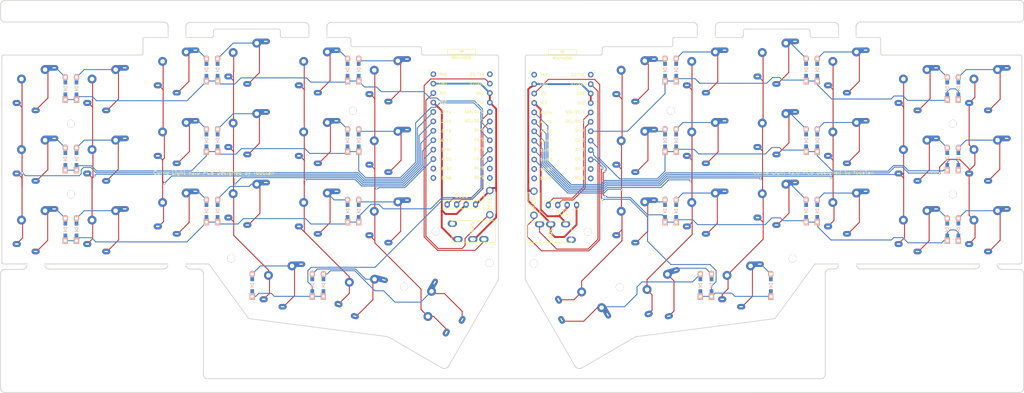
<source format=kicad_pcb>
(kicad_pcb (version 20171130) (host pcbnew "(5.1.5-0-10_14)")
  (title_block (title "Corne Light") (date 2018-12-26) (rev 2.1) (company foostan))
  (layers (0 F.Cu signal) (31 B.Cu signal) (34 B.Paste user) (35 F.Paste user) (36 B.SilkS user) (37 F.SilkS user) (38 B.Mask user) (39 F.Mask user) (44 Edge.Cuts user))
  (net 0 "")
  (net 1 row0)
  (net 2 "Net-(D1-Pad2)")
  (net 3 row1)
  (net 4 "Net-(D2-Pad2)")
  (net 5 row2)
  (net 6 "Net-(D3-Pad2)")
  (net 7 row3)
  (net 8 "Net-(D4-Pad2)")
  (net 9 "Net-(D5-Pad2)")
  (net 10 "Net-(D6-Pad2)")
  (net 11 "Net-(D7-Pad2)")
  (net 12 "Net-(D8-Pad2)")
  (net 13 "Net-(D9-Pad2)")
  (net 14 "Net-(D10-Pad2)")
  (net 15 "Net-(D11-Pad2)")
  (net 16 "Net-(D12-Pad2)")
  (net 17 "Net-(D13-Pad2)")
  (net 18 "Net-(D14-Pad2)")
  (net 19 "Net-(D15-Pad2)")
  (net 20 "Net-(D16-Pad2)")
  (net 21 "Net-(D17-Pad2)")
  (net 22 "Net-(D18-Pad2)")
  (net 23 "Net-(D19-Pad2)")
  (net 24 "Net-(D20-Pad2)")
  (net 25 "Net-(D21-Pad2)")
  (net 26 GND)
  (net 27 VCC)
  (net 28 col0)
  (net 29 col1)
  (net 30 col2)
  (net 31 col3)
  (net 32 col4)
  (net 33 col5)
  (net 34 data)
  (net 35 reset)
  (net 36 SCL)
  (net 37 SDA)
  (net 38 "Net-(U1-Pad14)")
  (net 39 "Net-(U1-Pad13)")
  (net 40 "Net-(U1-Pad12)")
  (net 41 "Net-(U1-Pad11)")
  (net 42 "Net-(J1-PadA)")
  (net 43 "Net-(U1-Pad24)")
  (net 44 "Net-(D22-Pad2)")
  (net 45 row0_r)
  (net 46 "Net-(D23-Pad2)")
  (net 47 "Net-(D24-Pad2)")
  (net 48 "Net-(D25-Pad2)")
  (net 49 "Net-(D26-Pad2)")
  (net 50 "Net-(D27-Pad2)")
  (net 51 row1_r)
  (net 52 "Net-(D28-Pad2)")
  (net 53 "Net-(D29-Pad2)")
  (net 54 "Net-(D30-Pad2)")
  (net 55 "Net-(D31-Pad2)")
  (net 56 "Net-(D32-Pad2)")
  (net 57 "Net-(D33-Pad2)")
  (net 58 row2_r)
  (net 59 "Net-(D34-Pad2)")
  (net 60 "Net-(D35-Pad2)")
  (net 61 "Net-(D36-Pad2)")
  (net 62 "Net-(D37-Pad2)")
  (net 63 "Net-(D38-Pad2)")
  (net 64 "Net-(D39-Pad2)")
  (net 65 "Net-(D40-Pad2)")
  (net 66 row3_r)
  (net 67 "Net-(D41-Pad2)")
  (net 68 "Net-(D42-Pad2)")
  (net 69 data_r)
  (net 70 "Net-(J6-PadA)")
  (net 71 SDA_r)
  (net 72 SCL_r)
  (net 73 reset_r)
  (net 74 col0_r)
  (net 75 col1_r)
  (net 76 col2_r)
  (net 77 col3_r)
  (net 78 col4_r)
  (net 79 col5_r)
  (net 80 "Net-(U2-Pad24)")
  (net 81 "Net-(U2-Pad14)")
  (net 82 "Net-(U2-Pad13)")
  (net 83 "Net-(U2-Pad12)")
  (net 84 "Net-(U2-Pad11)")
  (net 85 VDD)
  (net 86 GNDA)
  (net 87 "Net-(U1-Pad1)")
  (net 88 "Net-(U2-Pad1)")
  (module kbd:MJ-4PP-9_1side (layer F.Cu) (at 154.607847 84.565432 90)
    (fp_text reference J6)
    (fp_text value MJ-4PP-9 hide)
    (fp_text user TRRS (at -0.75 6.45 90) (layer F.SilkS))
    (pad "" np_thru_hole circle (at 0 1.5 90) (size 1.2 1.2) (drill 1.2) (layers *.Cu *.Mask))
    (pad "" np_thru_hole circle (at 0 8.5 90) (size 1.2 1.2) (drill 1.2) (layers *.Cu *.Mask))
    (pad B thru_hole oval (at 2.1 3.3 90) (size 1.7 2.5) (drill oval 1 1.5) (layers *.Cu B.Mask) (net 69 data_r))
    (pad C thru_hole oval (at 2.1 6.3 90) (size 1.7 2.5) (drill oval 1 1.5) (layers *.Cu B.Mask) (net 86 GNDA))
    (pad D thru_hole oval (at 2.1 10.3 90) (size 1.7 2.5) (drill oval 1 1.5) (layers *.Cu B.Mask) (net 85 VDD) (clearance 0.15))
    (pad A thru_hole oval (at -2.1 11.8 90) (size 1.7 2.5) (drill oval 1 1.5) (layers *.Cu B.Mask) (net 70 "Net-(J6-PadA)") (clearance 0.15))
  )
  (module kbd:MJ-4PP-9_1side (layer F.Cu) (at 146.2145 84.432 270)
    (fp_text reference J1)
    (fp_text value MJ-4PP-9 hide)
    (fp_text user TRRS (at -0.75 6.45 270) (layer F.SilkS))
    (pad "" np_thru_hole circle (at 0 1.5 270) (size 1.2 1.2) (drill 1.2) (layers *.Cu *.Mask))
    (pad "" np_thru_hole circle (at 0 8.5 270) (size 1.2 1.2) (drill 1.2) (layers *.Cu *.Mask))
    (pad B thru_hole oval (at 2.1 3.3 270) (size 1.7 2.5) (drill oval 1 1.5) (layers *.Cu B.Mask) (net 34 data))
    (pad C thru_hole oval (at 2.1 6.3 270) (size 1.7 2.5) (drill oval 1 1.5) (layers *.Cu B.Mask) (net 26 GND))
    (pad D thru_hole oval (at 2.1 10.3 270) (size 1.7 2.5) (drill oval 1 1.5) (layers *.Cu B.Mask) (net 27 VCC) (clearance 0.15))
    (pad A thru_hole oval (at -2.1 11.8 270) (size 1.7 2.5) (drill oval 1 1.5) (layers *.Cu B.Mask) (net 42 "Net-(J1-PadA)") (clearance 0.15))
  )
  (module kbd:ResetSW_1side (layer F.Cu) (at 156.374847 76.817432 270)
    (fp_text reference RSW2 hide)
    (fp_text value SW_PUSH)
    (fp_text user RESET (at 0 0 90) (layer F.SilkS))
    (pad 1 thru_hole circle (at 3.25 0 270) (size 2 2) (drill 1.3) (layers *.Cu B.Mask) (net 73 reset_r))
    (pad 2 thru_hole circle (at -3.25 0 270) (size 2 2) (drill 1.3) (layers *.Cu B.Mask) (net 86 GNDA))
  )
  (module kbd:ResetSW_1side (layer F.Cu) (at 144.5045 76.671 270)
    (fp_text reference RSW1 hide)
    (fp_text value SW_PUSH)
    (fp_text user RESET (at 0 0 270) (layer F.SilkS))
    (pad 1 thru_hole circle (at 3.25 0 270) (size 2 2) (drill 1.3) (layers *.Cu B.Mask) (net 35 reset))
    (pad 2 thru_hole circle (at -3.25 0 270) (size 2 2) (drill 1.3) (layers *.Cu B.Mask) (net 26 GND))
  )
  (module kbd:OLED_1side (layer F.Cu) (at 160.2575 77.31)
    (fp_text reference J7)
    (fp_text value OLED hide)
    (fp_text user OLED (at 3.825 2.13) (layer F.SilkS))
    (pad 1 thru_hole oval (at 0 0) (size 1.397 1.778) (drill 0.8128) (layers *.Cu B.Mask) (net 71 SDA_r))
    (pad 2 thru_hole oval (at 2.54 0) (size 1.397 1.778) (drill 0.8128) (layers *.Cu B.Mask) (net 72 SCL_r))
    (pad 3 thru_hole oval (at 5.08 0) (size 1.397 1.778) (drill 0.8128) (layers *.Cu B.Mask) (net 85 VDD))
    (pad 4 thru_hole oval (at 7.62 0) (size 1.397 1.778) (drill 0.8128) (layers *.Cu B.Mask) (net 86 GNDA))
  )
  (module kbd:OLED_1side (layer F.Cu) (at 133.0285 77.168)
    (fp_text reference J2)
    (fp_text value OLED hide)
    (fp_text user OLED (at 3.906 -2.284) (layer F.SilkS))
    (pad 1 thru_hole oval (at 0 0) (size 1.397 1.778) (drill 0.8128) (layers *.Cu B.Mask) (net 37 SDA))
    (pad 2 thru_hole oval (at 2.54 0) (size 1.397 1.778) (drill 0.8128) (layers *.Cu B.Mask) (net 36 SCL))
    (pad 3 thru_hole oval (at 5.08 0) (size 1.397 1.778) (drill 0.8128) (layers *.Cu B.Mask) (net 27 VCC))
    (pad 4 thru_hole oval (at 7.62 0) (size 1.397 1.778) (drill 0.8128) (layers *.Cu B.Mask) (net 26 GND))
  )
  (module kbd:ProMicro_v3 (layer F.Cu) (at 164.062847 56.686432)
    (fp_text reference U2 hide)
    (fp_text value ProMicro hide)
    (fp_text user MicroUSB (at -0.05 -18.95) (layer F.SilkS) (effects (font (size 0.75 0.75) (thickness 0.12))))
    (fp_text user MicroUSB (at -0.05 -18.95) (layer F.SilkS) (effects (font (size 0.75 0.75) (thickness 0.12))))
    (fp_text user B4/8 (at 4.705 10.8 unlocked) (layer F.SilkS) (effects (font (size 0.75 0.67) (thickness 0.125))))
    (fp_text user D2/RX1 (at 4.155 -11.9 unlocked) (layer F.SilkS) (effects (font (size 0.75 0.67) (thickness 0.125))))
    (fp_text user B5/9 (at 4.705 13.3 unlocked) (layer F.SilkS) (effects (font (size 0.75 0.67) (thickness 0.125))))
    (fp_text user C6/5 (at 4.705 3.15 unlocked) (layer F.SilkS) (effects (font (size 0.75 0.67) (thickness 0.125))))
    (fp_text user SCL/D0/3 (at 3.455 -1.9 unlocked) (layer F.SilkS) (effects (font (size 0.75 0.67) (thickness 0.125))))
    (fp_text user SDA/D1/2 (at 3.455 -4.4 unlocked) (layer F.SilkS) (effects (font (size 0.75 0.67) (thickness 0.125))))
    (fp_text user D4/4 (at 4.705 0.6 unlocked) (layer F.SilkS) (effects (font (size 0.75 0.67) (thickness 0.125))))
    (fp_text user D3/TX0 (at 4.155 -14.45 unlocked) (layer F.SilkS) (effects (font (size 0.75 0.67) (thickness 0.125))))
    (fp_text user GND (at 4.955 -6.9 unlocked) (layer F.SilkS) (effects (font (size 0.75 0.67) (thickness 0.125))))
    (fp_text user GND (at 4.955 -9.35 unlocked) (layer F.SilkS) (effects (font (size 0.75 0.67) (thickness 0.125))))
    (fp_text user D7/6 (at 4.705 5.7 unlocked) (layer F.SilkS) (effects (font (size 0.75 0.67) (thickness 0.125))))
    (fp_text user E6/7 (at 4.705 8.25 unlocked) (layer F.SilkS) (effects (font (size 0.75 0.67) (thickness 0.125))))
    (fp_text user 16/B2 (at -4.395 10.95 unlocked) (layer F.SilkS) (effects (font (size 0.75 0.67) (thickness 0.125))))
    (fp_text user 10/B6 (at -4.395 13.45 unlocked) (layer F.SilkS) (effects (font (size 0.75 0.67) (thickness 0.125))))
    (fp_text user 14/B3 (at -4.395 8.4 unlocked) (layer F.SilkS) (effects (font (size 0.75 0.67) (thickness 0.125))))
    (fp_text user 15/B1 (at -4.395 5.85 unlocked) (layer F.SilkS) (effects (font (size 0.75 0.67) (thickness 0.125))))
    (fp_text user A0/F7 (at -4.395 3.3 unlocked) (layer F.SilkS) (effects (font (size 0.75 0.67) (thickness 0.125))))
    (fp_text user A1/F6 (at -4.395 0.75 unlocked) (layer F.SilkS) (effects (font (size 0.75 0.67) (thickness 0.125))))
    (fp_text user A2/F5 (at -4.395 -1.75 unlocked) (layer F.SilkS) (effects (font (size 0.75 0.67) (thickness 0.125))))
    (fp_text user A3/F4 (at -4.395 -4.25 unlocked) (layer F.SilkS) (effects (font (size 0.75 0.67) (thickness 0.125))))
    (fp_text user VCC (at -4.995 -6.95 unlocked) (layer F.SilkS) (effects (font (size 0.75 0.67) (thickness 0.125))))
    (fp_text user RST (at -4.995 -9.4 unlocked) (layer F.SilkS) (effects (font (size 0.75 0.67) (thickness 0.125))))
    (fp_text user GND (at -4.995 -11.95 unlocked) (layer F.SilkS) (effects (font (size 0.75 0.67) (thickness 0.125))))
    (fp_text user RAW (at -4.995 -14.5 unlocked) (layer F.SilkS) (effects (font (size 0.75 0.67) (thickness 0.125))))
    (pad 1 thru_hole circle (at 7.6114 -14.478) (size 1.524 1.524) (drill 0.8128) (layers *.Cu B.Mask) (net 88 "Net-(U2-Pad1)"))
    (pad 2 thru_hole circle (at 7.6114 -11.938) (size 1.524 1.524) (drill 0.8128) (layers *.Cu B.Mask) (net 69 data_r))
    (pad 3 thru_hole circle (at 7.6114 -9.398) (size 1.524 1.524) (drill 0.8128) (layers *.Cu B.Mask) (net 86 GNDA))
    (pad 4 thru_hole circle (at 7.6114 -6.858) (size 1.524 1.524) (drill 0.8128) (layers *.Cu B.Mask) (net 86 GNDA))
    (pad 5 thru_hole circle (at 7.6114 -4.318) (size 1.524 1.524) (drill 0.8128) (layers *.Cu B.Mask) (net 71 SDA_r))
    (pad 6 thru_hole circle (at 7.6114 -1.778) (size 1.524 1.524) (drill 0.8128) (layers *.Cu B.Mask) (net 72 SCL_r))
    (pad 7 thru_hole circle (at 7.6114 0.762) (size 1.524 1.524) (drill 0.8128) (layers *.Cu B.Mask) (net 45 row0_r))
    (pad 8 thru_hole circle (at 7.6114 3.302) (size 1.524 1.524) (drill 0.8128) (layers *.Cu B.Mask) (net 51 row1_r))
    (pad 9 thru_hole circle (at 7.6114 5.842) (size 1.524 1.524) (drill 0.8128) (layers *.Cu B.Mask) (net 58 row2_r))
    (pad 10 thru_hole circle (at 7.6114 8.382) (size 1.524 1.524) (drill 0.8128) (layers *.Cu B.Mask) (net 66 row3_r))
    (pad 11 thru_hole circle (at 7.6114 10.922) (size 1.524 1.524) (drill 0.8128) (layers *.Cu B.Mask) (net 84 "Net-(U2-Pad11)"))
    (pad 12 thru_hole circle (at 7.6114 13.462) (size 1.524 1.524) (drill 0.8128) (layers *.Cu B.Mask) (net 83 "Net-(U2-Pad12)"))
    (pad 13 thru_hole circle (at -7.6086 13.462) (size 1.524 1.524) (drill 0.8128) (layers *.Cu B.Mask) (net 82 "Net-(U2-Pad13)"))
    (pad 14 thru_hole circle (at -7.6086 10.922) (size 1.524 1.524) (drill 0.8128) (layers *.Cu B.Mask) (net 81 "Net-(U2-Pad14)"))
    (pad 15 thru_hole circle (at -7.6086 8.382) (size 1.524 1.524) (drill 0.8128) (layers *.Cu B.Mask) (net 79 col5_r))
    (pad 16 thru_hole circle (at -7.6086 5.842) (size 1.524 1.524) (drill 0.8128) (layers *.Cu B.Mask) (net 78 col4_r))
    (pad 17 thru_hole circle (at -7.6086 3.302) (size 1.524 1.524) (drill 0.8128) (layers *.Cu B.Mask) (net 77 col3_r))
    (pad 18 thru_hole circle (at -7.6086 0.762) (size 1.524 1.524) (drill 0.8128) (layers *.Cu B.Mask) (net 76 col2_r))
    (pad 19 thru_hole circle (at -7.6086 -1.778) (size 1.524 1.524) (drill 0.8128) (layers *.Cu B.Mask) (net 75 col1_r))
    (pad 20 thru_hole circle (at -7.6086 -4.318) (size 1.524 1.524) (drill 0.8128) (layers *.Cu B.Mask) (net 74 col0_r))
    (pad 21 thru_hole circle (at -7.6086 -6.858) (size 1.524 1.524) (drill 0.8128) (layers *.Cu B.Mask) (net 85 VDD))
    (pad 22 thru_hole circle (at -7.6086 -9.398) (size 1.524 1.524) (drill 0.8128) (layers *.Cu B.Mask) (net 73 reset_r))
    (pad 23 thru_hole circle (at -7.6086 -11.938) (size 1.524 1.524) (drill 0.8128) (layers *.Cu B.Mask) (net 86 GNDA))
    (pad 24 thru_hole circle (at -7.6086 -14.478) (size 1.524 1.524) (drill 0.8128) (layers *.Cu B.Mask) (net 80 "Net-(U2-Pad24)"))
  )
  (module kbd:ProMicro_v3 (layer F.Cu) (at 136.8925 56.56)
    (fp_text reference U1 hide)
    (fp_text value ProMicro hide)
    (fp_text user MicroUSB (at -0.05 -18.95) (layer F.SilkS) (effects (font (size 0.75 0.75) (thickness 0.12))))
    (fp_text user MicroUSB (at -0.05 -18.95) (layer F.SilkS) (effects (font (size 0.75 0.75) (thickness 0.12))))
    (fp_text user B4/8 (at 4.705 10.8 unlocked) (layer F.SilkS) (effects (font (size 0.75 0.67) (thickness 0.125))))
    (fp_text user D2/RX1 (at 4.155 -11.9 unlocked) (layer F.SilkS) (effects (font (size 0.75 0.67) (thickness 0.125))))
    (fp_text user B5/9 (at 4.705 13.3 unlocked) (layer F.SilkS) (effects (font (size 0.75 0.67) (thickness 0.125))))
    (fp_text user C6/5 (at 4.705 3.15 unlocked) (layer F.SilkS) (effects (font (size 0.75 0.67) (thickness 0.125))))
    (fp_text user SCL/D0/3 (at 3.455 -1.9 unlocked) (layer F.SilkS) (effects (font (size 0.75 0.67) (thickness 0.125))))
    (fp_text user SDA/D1/2 (at 3.455 -4.4 unlocked) (layer F.SilkS) (effects (font (size 0.75 0.67) (thickness 0.125))))
    (fp_text user D4/4 (at 4.705 0.6 unlocked) (layer F.SilkS) (effects (font (size 0.75 0.67) (thickness 0.125))))
    (fp_text user D3/TX0 (at 4.155 -14.45 unlocked) (layer F.SilkS) (effects (font (size 0.75 0.67) (thickness 0.125))))
    (fp_text user GND (at 4.955 -6.9 unlocked) (layer F.SilkS) (effects (font (size 0.75 0.67) (thickness 0.125))))
    (fp_text user GND (at 4.955 -9.35 unlocked) (layer F.SilkS) (effects (font (size 0.75 0.67) (thickness 0.125))))
    (fp_text user D7/6 (at 4.705 5.7 unlocked) (layer F.SilkS) (effects (font (size 0.75 0.67) (thickness 0.125))))
    (fp_text user E6/7 (at 4.705 8.25 unlocked) (layer F.SilkS) (effects (font (size 0.75 0.67) (thickness 0.125))))
    (fp_text user 16/B2 (at -4.395 10.95 unlocked) (layer F.SilkS) (effects (font (size 0.75 0.67) (thickness 0.125))))
    (fp_text user 10/B6 (at -4.395 13.45 unlocked) (layer F.SilkS) (effects (font (size 0.75 0.67) (thickness 0.125))))
    (fp_text user 14/B3 (at -4.395 8.4 unlocked) (layer F.SilkS) (effects (font (size 0.75 0.67) (thickness 0.125))))
    (fp_text user 15/B1 (at -4.395 5.85 unlocked) (layer F.SilkS) (effects (font (size 0.75 0.67) (thickness 0.125))))
    (fp_text user A0/F7 (at -4.395 3.3 unlocked) (layer F.SilkS) (effects (font (size 0.75 0.67) (thickness 0.125))))
    (fp_text user A1/F6 (at -4.395 0.75 unlocked) (layer F.SilkS) (effects (font (size 0.75 0.67) (thickness 0.125))))
    (fp_text user A2/F5 (at -4.395 -1.75 unlocked) (layer F.SilkS) (effects (font (size 0.75 0.67) (thickness 0.125))))
    (fp_text user A3/F4 (at -4.395 -4.25 unlocked) (layer F.SilkS) (effects (font (size 0.75 0.67) (thickness 0.125))))
    (fp_text user VCC (at -4.995 -6.95 unlocked) (layer F.SilkS) (effects (font (size 0.75 0.67) (thickness 0.125))))
    (fp_text user RST (at -4.995 -9.4 unlocked) (layer F.SilkS) (effects (font (size 0.75 0.67) (thickness 0.125))))
    (fp_text user GND (at -4.995 -11.95 unlocked) (layer F.SilkS) (effects (font (size 0.75 0.67) (thickness 0.125))))
    (fp_text user RAW (at -4.995 -14.5 unlocked) (layer F.SilkS) (effects (font (size 0.75 0.67) (thickness 0.125))))
    (pad 1 thru_hole circle (at 7.6114 -14.478) (size 1.524 1.524) (drill 0.8128) (layers *.Cu B.Mask) (net 87 "Net-(U1-Pad1)"))
    (pad 2 thru_hole circle (at 7.6114 -11.938) (size 1.524 1.524) (drill 0.8128) (layers *.Cu B.Mask) (net 34 data))
    (pad 3 thru_hole circle (at 7.6114 -9.398) (size 1.524 1.524) (drill 0.8128) (layers *.Cu B.Mask) (net 26 GND))
    (pad 4 thru_hole circle (at 7.6114 -6.858) (size 1.524 1.524) (drill 0.8128) (layers *.Cu B.Mask) (net 26 GND))
    (pad 5 thru_hole circle (at 7.6114 -4.318) (size 1.524 1.524) (drill 0.8128) (layers *.Cu B.Mask) (net 37 SDA))
    (pad 6 thru_hole circle (at 7.6114 -1.778) (size 1.524 1.524) (drill 0.8128) (layers *.Cu B.Mask) (net 36 SCL))
    (pad 7 thru_hole circle (at 7.6114 0.762) (size 1.524 1.524) (drill 0.8128) (layers *.Cu B.Mask) (net 1 row0))
    (pad 8 thru_hole circle (at 7.6114 3.302) (size 1.524 1.524) (drill 0.8128) (layers *.Cu B.Mask) (net 3 row1))
    (pad 9 thru_hole circle (at 7.6114 5.842) (size 1.524 1.524) (drill 0.8128) (layers *.Cu B.Mask) (net 5 row2))
    (pad 10 thru_hole circle (at 7.6114 8.382) (size 1.524 1.524) (drill 0.8128) (layers *.Cu B.Mask) (net 7 row3))
    (pad 11 thru_hole circle (at 7.6114 10.922) (size 1.524 1.524) (drill 0.8128) (layers *.Cu B.Mask) (net 41 "Net-(U1-Pad11)"))
    (pad 12 thru_hole circle (at 7.6114 13.462) (size 1.524 1.524) (drill 0.8128) (layers *.Cu B.Mask) (net 40 "Net-(U1-Pad12)"))
    (pad 13 thru_hole circle (at -7.6086 13.462) (size 1.524 1.524) (drill 0.8128) (layers *.Cu B.Mask) (net 39 "Net-(U1-Pad13)"))
    (pad 14 thru_hole circle (at -7.6086 10.922) (size 1.524 1.524) (drill 0.8128) (layers *.Cu B.Mask) (net 38 "Net-(U1-Pad14)"))
    (pad 15 thru_hole circle (at -7.6086 8.382) (size 1.524 1.524) (drill 0.8128) (layers *.Cu B.Mask) (net 33 col5))
    (pad 16 thru_hole circle (at -7.6086 5.842) (size 1.524 1.524) (drill 0.8128) (layers *.Cu B.Mask) (net 32 col4))
    (pad 17 thru_hole circle (at -7.6086 3.302) (size 1.524 1.524) (drill 0.8128) (layers *.Cu B.Mask) (net 31 col3))
    (pad 18 thru_hole circle (at -7.6086 0.762) (size 1.524 1.524) (drill 0.8128) (layers *.Cu B.Mask) (net 30 col2))
    (pad 19 thru_hole circle (at -7.6086 -1.778) (size 1.524 1.524) (drill 0.8128) (layers *.Cu B.Mask) (net 29 col1))
    (pad 20 thru_hole circle (at -7.6086 -4.318) (size 1.524 1.524) (drill 0.8128) (layers *.Cu B.Mask) (net 28 col0))
    (pad 21 thru_hole circle (at -7.6086 -6.858) (size 1.524 1.524) (drill 0.8128) (layers *.Cu B.Mask) (net 27 VCC))
    (pad 22 thru_hole circle (at -7.6086 -9.398) (size 1.524 1.524) (drill 0.8128) (layers *.Cu B.Mask) (net 35 reset))
    (pad 23 thru_hole circle (at -7.6086 -11.938) (size 1.524 1.524) (drill 0.8128) (layers *.Cu B.Mask) (net 26 GND))
    (pad 24 thru_hole circle (at -7.6086 -14.478) (size 1.524 1.524) (drill 0.8128) (layers *.Cu B.Mask) (net 43 "Net-(U1-Pad24)"))
  )
  (module kbd:CherryMX_ChocV2_1.5u (layer F.Cu) (at 168.934847 105.295432 300)
    (fp_text reference SW42 hide)
    (fp_text value SW_PUSH hide)
    (pad "" np_thru_hole circle (at -5.08 0 300) (size 1.7 1.7) (drill 1.7) (layers *.Cu *.Mask))
    (pad "" np_thru_hole circle (at 5.08 0 300) (size 1.7 1.7) (drill 1.7) (layers *.Cu *.Mask))
    (pad 1 thru_hole circle (at -3.81 -2.54 300) (size 2.4 2.4) (drill 1.2) (layers *.Cu B.Mask) (net 79 col5_r))
    (pad 2 thru_hole oval (at 0 5.9 300) (size 2.2 1.5) (drill oval 1 0.3) (layers *.Cu B.Mask) (net 68 "Net-(D42-Pad2)"))
    (pad "" np_thru_hole circle (at 5.5 0 30) (size 1.8 1.8) (drill 1.8) (layers *.Cu *.Mask))
    (pad "" np_thru_hole circle (at -5.5 0 30) (size 1.8 1.8) (drill 1.8) (layers *.Cu *.Mask))
    (pad "" np_thru_hole circle (at 0 0 30) (size 4.9 4.9) (drill 4.9) (layers *.Cu *.Mask))
    (pad 1 thru_hole oval (at -5.1 3.9 300) (size 2.2 1.6) (drill oval 1 0.4) (layers *.Cu B.Mask) (net 79 col5_r))
    (pad 2 thru_hole oval (at 5 -5.55 300.5) (size 4.4 1.5) (drill oval 1 0.3 (offset -1.1 0)) (layers *.Cu B.Mask) (net 68 "Net-(D42-Pad2)"))
    (pad 2 thru_hole circle (at 2.54 -5.08 300) (size 2.4 2.4) (drill 1.2) (layers *.Cu B.Mask) (net 68 "Net-(D42-Pad2)"))
  )
  (module kbd:CherryMX_ChocV2_1.5u (layer F.Cu) (at 131.9375 105.295 60)
    (fp_text reference SW21 hide)
    (fp_text value SW_PUSH hide)
    (pad "" np_thru_hole circle (at -5.08 0 60) (size 1.7 1.7) (drill 1.7) (layers *.Cu *.Mask))
    (pad "" np_thru_hole circle (at 5.08 0 60) (size 1.7 1.7) (drill 1.7) (layers *.Cu *.Mask))
    (pad 1 thru_hole circle (at -3.81 -2.54 60) (size 2.4 2.4) (drill 1.2) (layers *.Cu B.Mask) (net 33 col5))
    (pad 2 thru_hole oval (at 0 5.9 60) (size 2.2 1.5) (drill oval 1 0.3) (layers *.Cu B.Mask) (net 25 "Net-(D21-Pad2)"))
    (pad "" np_thru_hole circle (at 5.5 0 150) (size 1.8 1.8) (drill 1.8) (layers *.Cu *.Mask))
    (pad "" np_thru_hole circle (at -5.5 0 150) (size 1.8 1.8) (drill 1.8) (layers *.Cu *.Mask))
    (pad "" np_thru_hole circle (at 0 0 150) (size 4.9 4.9) (drill 4.9) (layers *.Cu *.Mask))
    (pad 1 thru_hole oval (at -5.1 3.9 60) (size 2.2 1.6) (drill oval 1 0.4) (layers *.Cu B.Mask) (net 33 col5))
    (pad 2 thru_hole oval (at 5 -5.55 60.5) (size 4.4 1.5) (drill oval 1 0.3 (offset -1.1 0)) (layers *.Cu B.Mask) (net 25 "Net-(D21-Pad2)"))
    (pad 2 thru_hole circle (at 2.54 -5.08 60) (size 2.4 2.4) (drill 1.2) (layers *.Cu B.Mask) (net 25 "Net-(D21-Pad2)"))
  )
  (module kbd:CherryMX_ChocV2_1u (layer F.Cu) (at 183.684847 62.545432)
    (fp_text reference SW33 hide)
    (fp_text value SW_PUSH hide)
    (pad "" np_thru_hole circle (at -5.08 0) (size 1.7 1.7) (drill 1.7) (layers *.Cu *.Mask))
    (pad "" np_thru_hole circle (at 5.08 0) (size 1.7 1.7) (drill 1.7) (layers *.Cu *.Mask))
    (pad 1 thru_hole circle (at -3.81 -2.54) (size 2.4 2.4) (drill 1.2) (layers *.Cu B.Mask) (net 79 col5_r))
    (pad 2 thru_hole oval (at 0 5.9) (size 2.2 1.5) (drill oval 1 0.3) (layers *.Cu B.Mask) (net 57 "Net-(D33-Pad2)"))
    (pad "" np_thru_hole circle (at 5.5 0 90) (size 1.8 1.8) (drill 1.8) (layers *.Cu *.Mask))
    (pad "" np_thru_hole circle (at -5.5 0 90) (size 1.8 1.8) (drill 1.8) (layers *.Cu *.Mask))
    (pad "" np_thru_hole circle (at 0 0 90) (size 4.9 4.9) (drill 4.9) (layers *.Cu *.Mask))
    (pad 1 thru_hole oval (at -5.1 3.9) (size 2.2 1.6) (drill oval 1 0.4) (layers *.Cu B.Mask) (net 79 col5_r))
    (pad 2 thru_hole oval (at 5 -5.55 0.5) (size 4.4 1.5) (drill oval 1 0.3 (offset -1.1 0)) (layers *.Cu B.Mask) (net 57 "Net-(D33-Pad2)"))
    (pad 2 thru_hole circle (at 2.54 -5.08) (size 2.4 2.4) (drill 1.2) (layers *.Cu B.Mask) (net 57 "Net-(D33-Pad2)"))
  )
  (module kbd:CherryMX_ChocV2_1u (layer F.Cu) (at 191.184847 101.545432 15)
    (fp_text reference SW41 hide)
    (fp_text value SW_PUSH hide)
    (pad "" np_thru_hole circle (at -5.08 0 15) (size 1.7 1.7) (drill 1.7) (layers *.Cu *.Mask))
    (pad "" np_thru_hole circle (at 5.08 0 15) (size 1.7 1.7) (drill 1.7) (layers *.Cu *.Mask))
    (pad 1 thru_hole circle (at -3.81 -2.54 15) (size 2.4 2.4) (drill 1.2) (layers *.Cu B.Mask) (net 78 col4_r))
    (pad 2 thru_hole oval (at 0 5.9 15) (size 2.2 1.5) (drill oval 1 0.3) (layers *.Cu B.Mask) (net 67 "Net-(D41-Pad2)"))
    (pad "" np_thru_hole circle (at 5.5 0 105) (size 1.8 1.8) (drill 1.8) (layers *.Cu *.Mask))
    (pad "" np_thru_hole circle (at -5.5 0 105) (size 1.8 1.8) (drill 1.8) (layers *.Cu *.Mask))
    (pad "" np_thru_hole circle (at 0 0 105) (size 4.9 4.9) (drill 4.9) (layers *.Cu *.Mask))
    (pad 1 thru_hole oval (at -5.1 3.9 15) (size 2.2 1.6) (drill oval 1 0.4) (layers *.Cu B.Mask) (net 78 col4_r))
    (pad 2 thru_hole oval (at 5 -5.55 15.5) (size 4.4 1.5) (drill oval 1 0.3 (offset -1.1 0)) (layers *.Cu B.Mask) (net 67 "Net-(D41-Pad2)"))
    (pad 2 thru_hole circle (at 2.54 -5.08 15) (size 2.4 2.4) (drill 1.2) (layers *.Cu B.Mask) (net 67 "Net-(D41-Pad2)"))
  )
  (module kbd:CherryMX_ChocV2_1u (layer F.Cu) (at 41.1875 64.92)
    (fp_text reference SW8 hide)
    (fp_text value SW_PUSH hide)
    (pad "" np_thru_hole circle (at -5.08 0) (size 1.7 1.7) (drill 1.7) (layers *.Cu *.Mask))
    (pad "" np_thru_hole circle (at 5.08 0) (size 1.7 1.7) (drill 1.7) (layers *.Cu *.Mask))
    (pad 1 thru_hole circle (at -3.81 -2.54) (size 2.4 2.4) (drill 1.2) (layers *.Cu B.Mask) (net 29 col1))
    (pad 2 thru_hole oval (at 0 5.9) (size 2.2 1.5) (drill oval 1 0.3) (layers *.Cu B.Mask) (net 12 "Net-(D8-Pad2)"))
    (pad "" np_thru_hole circle (at 5.5 0 90) (size 1.8 1.8) (drill 1.8) (layers *.Cu *.Mask))
    (pad "" np_thru_hole circle (at -5.5 0 90) (size 1.8 1.8) (drill 1.8) (layers *.Cu *.Mask))
    (pad "" np_thru_hole circle (at 0 0 90) (size 4.9 4.9) (drill 4.9) (layers *.Cu *.Mask))
    (pad 1 thru_hole oval (at -5.1 3.9) (size 2.2 1.6) (drill oval 1 0.4) (layers *.Cu B.Mask) (net 29 col1))
    (pad 2 thru_hole oval (at 5 -5.55 0.5) (size 4.4 1.5) (drill oval 1 0.3 (offset -1.1 0)) (layers *.Cu B.Mask) (net 12 "Net-(D8-Pad2)"))
    (pad 2 thru_hole circle (at 2.54 -5.08) (size 2.4 2.4) (drill 1.2) (layers *.Cu B.Mask) (net 12 "Net-(D8-Pad2)"))
  )
  (module kbd:CherryMX_ChocV2_1u (layer F.Cu) (at 22.1875 64.92)
    (fp_text reference SW7 hide)
    (fp_text value SW_PUSH hide)
    (pad "" np_thru_hole circle (at -5.08 0) (size 1.7 1.7) (drill 1.7) (layers *.Cu *.Mask))
    (pad "" np_thru_hole circle (at 5.08 0) (size 1.7 1.7) (drill 1.7) (layers *.Cu *.Mask))
    (pad 1 thru_hole circle (at -3.81 -2.54) (size 2.4 2.4) (drill 1.2) (layers *.Cu B.Mask) (net 28 col0))
    (pad 2 thru_hole oval (at 0 5.9) (size 2.2 1.5) (drill oval 1 0.3) (layers *.Cu B.Mask) (net 11 "Net-(D7-Pad2)"))
    (pad "" np_thru_hole circle (at 5.5 0 90) (size 1.8 1.8) (drill 1.8) (layers *.Cu *.Mask))
    (pad "" np_thru_hole circle (at -5.5 0 90) (size 1.8 1.8) (drill 1.8) (layers *.Cu *.Mask))
    (pad "" np_thru_hole circle (at 0 0 90) (size 4.9 4.9) (drill 4.9) (layers *.Cu *.Mask))
    (pad 1 thru_hole oval (at -5.1 3.9) (size 2.2 1.6) (drill oval 1 0.4) (layers *.Cu B.Mask) (net 28 col0))
    (pad 2 thru_hole oval (at 5 -5.55 0.5) (size 4.4 1.5) (drill oval 1 0.3 (offset -1.1 0)) (layers *.Cu B.Mask) (net 11 "Net-(D7-Pad2)"))
    (pad 2 thru_hole circle (at 2.54 -5.08) (size 2.4 2.4) (drill 1.2) (layers *.Cu B.Mask) (net 11 "Net-(D7-Pad2)"))
  )
  (module kbd:CherryMX_ChocV2_1u (layer F.Cu) (at 22.1875 45.92)
    (fp_text reference SW1 hide)
    (fp_text value SW_PUSH hide)
    (pad "" np_thru_hole circle (at -5.08 0) (size 1.7 1.7) (drill 1.7) (layers *.Cu *.Mask))
    (pad "" np_thru_hole circle (at 5.08 0) (size 1.7 1.7) (drill 1.7) (layers *.Cu *.Mask))
    (pad 1 thru_hole circle (at -3.81 -2.54) (size 2.4 2.4) (drill 1.2) (layers *.Cu B.Mask) (net 28 col0))
    (pad 2 thru_hole oval (at 0 5.9) (size 2.2 1.5) (drill oval 1 0.3) (layers *.Cu B.Mask) (net 2 "Net-(D1-Pad2)"))
    (pad "" np_thru_hole circle (at 5.5 0 90) (size 1.8 1.8) (drill 1.8) (layers *.Cu *.Mask))
    (pad "" np_thru_hole circle (at -5.5 0 90) (size 1.8 1.8) (drill 1.8) (layers *.Cu *.Mask))
    (pad "" np_thru_hole circle (at 0 0 90) (size 4.9 4.9) (drill 4.9) (layers *.Cu *.Mask))
    (pad 1 thru_hole oval (at -5.1 3.9) (size 2.2 1.6) (drill oval 1 0.4) (layers *.Cu B.Mask) (net 28 col0))
    (pad 2 thru_hole oval (at 5 -5.55 0.5) (size 4.4 1.5) (drill oval 1 0.3 (offset -1.1 0)) (layers *.Cu B.Mask) (net 2 "Net-(D1-Pad2)"))
    (pad 2 thru_hole circle (at 2.54 -5.08) (size 2.4 2.4) (drill 1.2) (layers *.Cu B.Mask) (net 2 "Net-(D1-Pad2)"))
  )
  (module kbd:CherryMX_ChocV2_1u (layer F.Cu) (at 41.1875 45.92)
    (fp_text reference SW2 hide)
    (fp_text value SW_PUSH hide)
    (pad "" np_thru_hole circle (at -5.08 0) (size 1.7 1.7) (drill 1.7) (layers *.Cu *.Mask))
    (pad "" np_thru_hole circle (at 5.08 0) (size 1.7 1.7) (drill 1.7) (layers *.Cu *.Mask))
    (pad 1 thru_hole circle (at -3.81 -2.54) (size 2.4 2.4) (drill 1.2) (layers *.Cu B.Mask) (net 29 col1))
    (pad 2 thru_hole oval (at 0 5.9) (size 2.2 1.5) (drill oval 1 0.3) (layers *.Cu B.Mask) (net 4 "Net-(D2-Pad2)"))
    (pad "" np_thru_hole circle (at 5.5 0 90) (size 1.8 1.8) (drill 1.8) (layers *.Cu *.Mask))
    (pad "" np_thru_hole circle (at -5.5 0 90) (size 1.8 1.8) (drill 1.8) (layers *.Cu *.Mask))
    (pad "" np_thru_hole circle (at 0 0 90) (size 4.9 4.9) (drill 4.9) (layers *.Cu *.Mask))
    (pad 1 thru_hole oval (at -5.1 3.9) (size 2.2 1.6) (drill oval 1 0.4) (layers *.Cu B.Mask) (net 29 col1))
    (pad 2 thru_hole oval (at 5 -5.55 0.5) (size 4.4 1.5) (drill oval 1 0.3 (offset -1.1 0)) (layers *.Cu B.Mask) (net 4 "Net-(D2-Pad2)"))
    (pad 2 thru_hole circle (at 2.54 -5.08) (size 2.4 2.4) (drill 1.2) (layers *.Cu B.Mask) (net 4 "Net-(D2-Pad2)"))
  )
  (module kbd:CherryMX_ChocV2_1u (layer F.Cu) (at 221.684847 76.795432)
    (fp_text reference SW37 hide)
    (fp_text value SW_PUSH hide)
    (pad "" np_thru_hole circle (at -5.08 0) (size 1.7 1.7) (drill 1.7) (layers *.Cu *.Mask))
    (pad "" np_thru_hole circle (at 5.08 0) (size 1.7 1.7) (drill 1.7) (layers *.Cu *.Mask))
    (pad 1 thru_hole circle (at -3.81 -2.54) (size 2.4 2.4) (drill 1.2) (layers *.Cu B.Mask) (net 77 col3_r))
    (pad 2 thru_hole oval (at 0 5.9) (size 2.2 1.5) (drill oval 1 0.3) (layers *.Cu B.Mask) (net 62 "Net-(D37-Pad2)"))
    (pad "" np_thru_hole circle (at 5.5 0 90) (size 1.8 1.8) (drill 1.8) (layers *.Cu *.Mask))
    (pad "" np_thru_hole circle (at -5.5 0 90) (size 1.8 1.8) (drill 1.8) (layers *.Cu *.Mask))
    (pad "" np_thru_hole circle (at 0 0 90) (size 4.9 4.9) (drill 4.9) (layers *.Cu *.Mask))
    (pad 1 thru_hole oval (at -5.1 3.9) (size 2.2 1.6) (drill oval 1 0.4) (layers *.Cu B.Mask) (net 77 col3_r))
    (pad 2 thru_hole oval (at 5 -5.55 0.5) (size 4.4 1.5) (drill oval 1 0.3 (offset -1.1 0)) (layers *.Cu B.Mask) (net 62 "Net-(D37-Pad2)"))
    (pad 2 thru_hole circle (at 2.54 -5.08) (size 2.4 2.4) (drill 1.2) (layers *.Cu B.Mask) (net 62 "Net-(D37-Pad2)"))
  )
  (module kbd:CherryMX_ChocV2_1u (layer F.Cu) (at 60.1875 60.17)
    (fp_text reference SW9 hide)
    (fp_text value SW_PUSH hide)
    (pad "" np_thru_hole circle (at -5.08 0) (size 1.7 1.7) (drill 1.7) (layers *.Cu *.Mask))
    (pad "" np_thru_hole circle (at 5.08 0) (size 1.7 1.7) (drill 1.7) (layers *.Cu *.Mask))
    (pad 1 thru_hole circle (at -3.81 -2.54) (size 2.4 2.4) (drill 1.2) (layers *.Cu B.Mask) (net 30 col2))
    (pad 2 thru_hole oval (at 0 5.9) (size 2.2 1.5) (drill oval 1 0.3) (layers *.Cu B.Mask) (net 13 "Net-(D9-Pad2)"))
    (pad "" np_thru_hole circle (at 5.5 0 90) (size 1.8 1.8) (drill 1.8) (layers *.Cu *.Mask))
    (pad "" np_thru_hole circle (at -5.5 0 90) (size 1.8 1.8) (drill 1.8) (layers *.Cu *.Mask))
    (pad "" np_thru_hole circle (at 0 0 90) (size 4.9 4.9) (drill 4.9) (layers *.Cu *.Mask))
    (pad 1 thru_hole oval (at -5.1 3.9) (size 2.2 1.6) (drill oval 1 0.4) (layers *.Cu B.Mask) (net 30 col2))
    (pad 2 thru_hole oval (at 5 -5.55 0.5) (size 4.4 1.5) (drill oval 1 0.3 (offset -1.1 0)) (layers *.Cu B.Mask) (net 13 "Net-(D9-Pad2)"))
    (pad 2 thru_hole circle (at 2.54 -5.08) (size 2.4 2.4) (drill 1.2) (layers *.Cu B.Mask) (net 13 "Net-(D9-Pad2)"))
  )
  (module kbd:CherryMX_ChocV2_1u (layer F.Cu) (at 202.684847 60.170432)
    (fp_text reference SW32 hide)
    (fp_text value SW_PUSH hide)
    (pad "" np_thru_hole circle (at -5.08 0) (size 1.7 1.7) (drill 1.7) (layers *.Cu *.Mask))
    (pad "" np_thru_hole circle (at 5.08 0) (size 1.7 1.7) (drill 1.7) (layers *.Cu *.Mask))
    (pad 1 thru_hole circle (at -3.81 -2.54) (size 2.4 2.4) (drill 1.2) (layers *.Cu B.Mask) (net 78 col4_r))
    (pad 2 thru_hole oval (at 0 5.9) (size 2.2 1.5) (drill oval 1 0.3) (layers *.Cu B.Mask) (net 56 "Net-(D32-Pad2)"))
    (pad "" np_thru_hole circle (at 5.5 0 90) (size 1.8 1.8) (drill 1.8) (layers *.Cu *.Mask))
    (pad "" np_thru_hole circle (at -5.5 0 90) (size 1.8 1.8) (drill 1.8) (layers *.Cu *.Mask))
    (pad "" np_thru_hole circle (at 0 0 90) (size 4.9 4.9) (drill 4.9) (layers *.Cu *.Mask))
    (pad 1 thru_hole oval (at -5.1 3.9) (size 2.2 1.6) (drill oval 1 0.4) (layers *.Cu B.Mask) (net 78 col4_r))
    (pad 2 thru_hole oval (at 5 -5.55 0.5) (size 4.4 1.5) (drill oval 1 0.3 (offset -1.1 0)) (layers *.Cu B.Mask) (net 56 "Net-(D32-Pad2)"))
    (pad 2 thru_hole circle (at 2.54 -5.08) (size 2.4 2.4) (drill 1.2) (layers *.Cu B.Mask) (net 56 "Net-(D32-Pad2)"))
  )
  (module kbd:CherryMX_ChocV2_1u (layer F.Cu) (at 202.684847 41.170432)
    (fp_text reference SW26 hide)
    (fp_text value SW_PUSH hide)
    (pad "" np_thru_hole circle (at -5.08 0) (size 1.7 1.7) (drill 1.7) (layers *.Cu *.Mask))
    (pad "" np_thru_hole circle (at 5.08 0) (size 1.7 1.7) (drill 1.7) (layers *.Cu *.Mask))
    (pad 1 thru_hole circle (at -3.81 -2.54) (size 2.4 2.4) (drill 1.2) (layers *.Cu B.Mask) (net 78 col4_r))
    (pad 2 thru_hole oval (at 0 5.9) (size 2.2 1.5) (drill oval 1 0.3) (layers *.Cu B.Mask) (net 49 "Net-(D26-Pad2)"))
    (pad "" np_thru_hole circle (at 5.5 0 90) (size 1.8 1.8) (drill 1.8) (layers *.Cu *.Mask))
    (pad "" np_thru_hole circle (at -5.5 0 90) (size 1.8 1.8) (drill 1.8) (layers *.Cu *.Mask))
    (pad "" np_thru_hole circle (at 0 0 90) (size 4.9 4.9) (drill 4.9) (layers *.Cu *.Mask))
    (pad 1 thru_hole oval (at -5.1 3.9) (size 2.2 1.6) (drill oval 1 0.4) (layers *.Cu B.Mask) (net 78 col4_r))
    (pad 2 thru_hole oval (at 5 -5.55 0.5) (size 4.4 1.5) (drill oval 1 0.3 (offset -1.1 0)) (layers *.Cu B.Mask) (net 49 "Net-(D26-Pad2)"))
    (pad 2 thru_hole circle (at 2.54 -5.08) (size 2.4 2.4) (drill 1.2) (layers *.Cu B.Mask) (net 49 "Net-(D26-Pad2)"))
  )
  (module kbd:CherryMX_ChocV2_1u (layer F.Cu) (at 117.1875 81.545)
    (fp_text reference SW18 hide)
    (fp_text value SW_PUSH hide)
    (pad "" np_thru_hole circle (at -5.08 0) (size 1.7 1.7) (drill 1.7) (layers *.Cu *.Mask))
    (pad "" np_thru_hole circle (at 5.08 0) (size 1.7 1.7) (drill 1.7) (layers *.Cu *.Mask))
    (pad 1 thru_hole circle (at -3.81 -2.54) (size 2.4 2.4) (drill 1.2) (layers *.Cu B.Mask) (net 33 col5))
    (pad 2 thru_hole oval (at 0 5.9) (size 2.2 1.5) (drill oval 1 0.3) (layers *.Cu B.Mask) (net 22 "Net-(D18-Pad2)"))
    (pad "" np_thru_hole circle (at 5.5 0 90) (size 1.8 1.8) (drill 1.8) (layers *.Cu *.Mask))
    (pad "" np_thru_hole circle (at -5.5 0 90) (size 1.8 1.8) (drill 1.8) (layers *.Cu *.Mask))
    (pad "" np_thru_hole circle (at 0 0 90) (size 4.9 4.9) (drill 4.9) (layers *.Cu *.Mask))
    (pad 1 thru_hole oval (at -5.1 3.9) (size 2.2 1.6) (drill oval 1 0.4) (layers *.Cu B.Mask) (net 33 col5))
    (pad 2 thru_hole oval (at 5 -5.55 0.5) (size 4.4 1.5) (drill oval 1 0.3 (offset -1.1 0)) (layers *.Cu B.Mask) (net 22 "Net-(D18-Pad2)"))
    (pad 2 thru_hole circle (at 2.54 -5.08) (size 2.4 2.4) (drill 1.2) (layers *.Cu B.Mask) (net 22 "Net-(D18-Pad2)"))
  )
  (module kbd:CherryMX_ChocV2_1u (layer F.Cu) (at 60.1875 41.17)
    (fp_text reference SW3 hide)
    (fp_text value SW_PUSH hide)
    (pad "" np_thru_hole circle (at -5.08 0) (size 1.7 1.7) (drill 1.7) (layers *.Cu *.Mask))
    (pad "" np_thru_hole circle (at 5.08 0) (size 1.7 1.7) (drill 1.7) (layers *.Cu *.Mask))
    (pad 1 thru_hole circle (at -3.81 -2.54) (size 2.4 2.4) (drill 1.2) (layers *.Cu B.Mask) (net 30 col2))
    (pad 2 thru_hole oval (at 0 5.9) (size 2.2 1.5) (drill oval 1 0.3) (layers *.Cu B.Mask) (net 6 "Net-(D3-Pad2)"))
    (pad "" np_thru_hole circle (at 5.5 0 90) (size 1.8 1.8) (drill 1.8) (layers *.Cu *.Mask))
    (pad "" np_thru_hole circle (at -5.5 0 90) (size 1.8 1.8) (drill 1.8) (layers *.Cu *.Mask))
    (pad "" np_thru_hole circle (at 0 0 90) (size 4.9 4.9) (drill 4.9) (layers *.Cu *.Mask))
    (pad 1 thru_hole oval (at -5.1 3.9) (size 2.2 1.6) (drill oval 1 0.4) (layers *.Cu B.Mask) (net 30 col2))
    (pad 2 thru_hole oval (at 5 -5.55 0.5) (size 4.4 1.5) (drill oval 1 0.3 (offset -1.1 0)) (layers *.Cu B.Mask) (net 6 "Net-(D3-Pad2)"))
    (pad 2 thru_hole circle (at 2.54 -5.08) (size 2.4 2.4) (drill 1.2) (layers *.Cu B.Mask) (net 6 "Net-(D3-Pad2)"))
  )
  (module kbd:CherryMX_ChocV2_1u (layer F.Cu) (at 41.1875 83.92)
    (fp_text reference SW14 hide)
    (fp_text value SW_PUSH hide)
    (pad "" np_thru_hole circle (at -5.08 0) (size 1.7 1.7) (drill 1.7) (layers *.Cu *.Mask))
    (pad "" np_thru_hole circle (at 5.08 0) (size 1.7 1.7) (drill 1.7) (layers *.Cu *.Mask))
    (pad 1 thru_hole circle (at -3.81 -2.54) (size 2.4 2.4) (drill 1.2) (layers *.Cu B.Mask) (net 29 col1))
    (pad 2 thru_hole oval (at 0 5.9) (size 2.2 1.5) (drill oval 1 0.3) (layers *.Cu B.Mask) (net 18 "Net-(D14-Pad2)"))
    (pad "" np_thru_hole circle (at 5.5 0 90) (size 1.8 1.8) (drill 1.8) (layers *.Cu *.Mask))
    (pad "" np_thru_hole circle (at -5.5 0 90) (size 1.8 1.8) (drill 1.8) (layers *.Cu *.Mask))
    (pad "" np_thru_hole circle (at 0 0 90) (size 4.9 4.9) (drill 4.9) (layers *.Cu *.Mask))
    (pad 1 thru_hole oval (at -5.1 3.9) (size 2.2 1.6) (drill oval 1 0.4) (layers *.Cu B.Mask) (net 29 col1))
    (pad 2 thru_hole oval (at 5 -5.55 0.5) (size 4.4 1.5) (drill oval 1 0.3 (offset -1.1 0)) (layers *.Cu B.Mask) (net 18 "Net-(D14-Pad2)"))
    (pad 2 thru_hole circle (at 2.54 -5.08) (size 2.4 2.4) (drill 1.2) (layers *.Cu B.Mask) (net 18 "Net-(D14-Pad2)"))
  )
  (module kbd:CherryMX_ChocV2_1u (layer F.Cu) (at 183.684847 43.545432)
    (fp_text reference SW27 hide)
    (fp_text value SW_PUSH hide)
    (pad "" np_thru_hole circle (at -5.08 0) (size 1.7 1.7) (drill 1.7) (layers *.Cu *.Mask))
    (pad "" np_thru_hole circle (at 5.08 0) (size 1.7 1.7) (drill 1.7) (layers *.Cu *.Mask))
    (pad 1 thru_hole circle (at -3.81 -2.54) (size 2.4 2.4) (drill 1.2) (layers *.Cu B.Mask) (net 79 col5_r))
    (pad 2 thru_hole oval (at 0 5.9) (size 2.2 1.5) (drill oval 1 0.3) (layers *.Cu B.Mask) (net 50 "Net-(D27-Pad2)"))
    (pad "" np_thru_hole circle (at 5.5 0 90) (size 1.8 1.8) (drill 1.8) (layers *.Cu *.Mask))
    (pad "" np_thru_hole circle (at -5.5 0 90) (size 1.8 1.8) (drill 1.8) (layers *.Cu *.Mask))
    (pad "" np_thru_hole circle (at 0 0 90) (size 4.9 4.9) (drill 4.9) (layers *.Cu *.Mask))
    (pad 1 thru_hole oval (at -5.1 3.9) (size 2.2 1.6) (drill oval 1 0.4) (layers *.Cu B.Mask) (net 79 col5_r))
    (pad 2 thru_hole oval (at 5 -5.55 0.5) (size 4.4 1.5) (drill oval 1 0.3 (offset -1.1 0)) (layers *.Cu B.Mask) (net 50 "Net-(D27-Pad2)"))
    (pad 2 thru_hole circle (at 2.54 -5.08) (size 2.4 2.4) (drill 1.2) (layers *.Cu B.Mask) (net 50 "Net-(D27-Pad2)"))
  )
  (module kbd:CherryMX_ChocV2_1u (layer F.Cu) (at 117.1875 62.545)
    (fp_text reference SW12 hide)
    (fp_text value SW_PUSH hide)
    (pad "" np_thru_hole circle (at -5.08 0) (size 1.7 1.7) (drill 1.7) (layers *.Cu *.Mask))
    (pad "" np_thru_hole circle (at 5.08 0) (size 1.7 1.7) (drill 1.7) (layers *.Cu *.Mask))
    (pad 1 thru_hole circle (at -3.81 -2.54) (size 2.4 2.4) (drill 1.2) (layers *.Cu B.Mask) (net 33 col5))
    (pad 2 thru_hole oval (at 0 5.9) (size 2.2 1.5) (drill oval 1 0.3) (layers *.Cu B.Mask) (net 16 "Net-(D12-Pad2)"))
    (pad "" np_thru_hole circle (at 5.5 0 90) (size 1.8 1.8) (drill 1.8) (layers *.Cu *.Mask))
    (pad "" np_thru_hole circle (at -5.5 0 90) (size 1.8 1.8) (drill 1.8) (layers *.Cu *.Mask))
    (pad "" np_thru_hole circle (at 0 0 90) (size 4.9 4.9) (drill 4.9) (layers *.Cu *.Mask))
    (pad 1 thru_hole oval (at -5.1 3.9) (size 2.2 1.6) (drill oval 1 0.4) (layers *.Cu B.Mask) (net 33 col5))
    (pad 2 thru_hole oval (at 5 -5.55 0.5) (size 4.4 1.5) (drill oval 1 0.3 (offset -1.1 0)) (layers *.Cu B.Mask) (net 16 "Net-(D12-Pad2)"))
    (pad 2 thru_hole circle (at 2.54 -5.08) (size 2.4 2.4) (drill 1.2) (layers *.Cu B.Mask) (net 16 "Net-(D12-Pad2)"))
  )
  (module kbd:CherryMX_ChocV2_1u (layer F.Cu) (at 109.6875 101.545 345)
    (fp_text reference SW20 hide)
    (fp_text value SW_PUSH hide)
    (pad "" np_thru_hole circle (at -5.08 0 345) (size 1.7 1.7) (drill 1.7) (layers *.Cu *.Mask))
    (pad "" np_thru_hole circle (at 5.08 0 345) (size 1.7 1.7) (drill 1.7) (layers *.Cu *.Mask))
    (pad 1 thru_hole circle (at -3.81 -2.54 345) (size 2.4 2.4) (drill 1.2) (layers *.Cu B.Mask) (net 32 col4))
    (pad 2 thru_hole oval (at 0 5.9 345) (size 2.2 1.5) (drill oval 1 0.3) (layers *.Cu B.Mask) (net 24 "Net-(D20-Pad2)"))
    (pad "" np_thru_hole circle (at 5.5 0 75) (size 1.8 1.8) (drill 1.8) (layers *.Cu *.Mask))
    (pad "" np_thru_hole circle (at -5.5 0 75) (size 1.8 1.8) (drill 1.8) (layers *.Cu *.Mask))
    (pad "" np_thru_hole circle (at 0 0 75) (size 4.9 4.9) (drill 4.9) (layers *.Cu *.Mask))
    (pad 1 thru_hole oval (at -5.1 3.9 345) (size 2.2 1.6) (drill oval 1 0.4) (layers *.Cu B.Mask) (net 32 col4))
    (pad 2 thru_hole oval (at 5 -5.55 345.5) (size 4.4 1.5) (drill oval 1 0.3 (offset -1.1 0)) (layers *.Cu B.Mask) (net 24 "Net-(D20-Pad2)"))
    (pad 2 thru_hole circle (at 2.54 -5.08 345) (size 2.4 2.4) (drill 1.2) (layers *.Cu B.Mask) (net 24 "Net-(D20-Pad2)"))
  )
  (module kbd:CherryMX_ChocV2_1u (layer F.Cu) (at 79.1875 57.795)
    (fp_text reference SW10 hide)
    (fp_text value SW_PUSH hide)
    (pad "" np_thru_hole circle (at -5.08 0) (size 1.7 1.7) (drill 1.7) (layers *.Cu *.Mask))
    (pad "" np_thru_hole circle (at 5.08 0) (size 1.7 1.7) (drill 1.7) (layers *.Cu *.Mask))
    (pad 1 thru_hole circle (at -3.81 -2.54) (size 2.4 2.4) (drill 1.2) (layers *.Cu B.Mask) (net 31 col3))
    (pad 2 thru_hole oval (at 0 5.9) (size 2.2 1.5) (drill oval 1 0.3) (layers *.Cu B.Mask) (net 14 "Net-(D10-Pad2)"))
    (pad "" np_thru_hole circle (at 5.5 0 90) (size 1.8 1.8) (drill 1.8) (layers *.Cu *.Mask))
    (pad "" np_thru_hole circle (at -5.5 0 90) (size 1.8 1.8) (drill 1.8) (layers *.Cu *.Mask))
    (pad "" np_thru_hole circle (at 0 0 90) (size 4.9 4.9) (drill 4.9) (layers *.Cu *.Mask))
    (pad 1 thru_hole oval (at -5.1 3.9) (size 2.2 1.6) (drill oval 1 0.4) (layers *.Cu B.Mask) (net 31 col3))
    (pad 2 thru_hole oval (at 5 -5.55 0.5) (size 4.4 1.5) (drill oval 1 0.3 (offset -1.1 0)) (layers *.Cu B.Mask) (net 14 "Net-(D10-Pad2)"))
    (pad 2 thru_hole circle (at 2.54 -5.08) (size 2.4 2.4) (drill 1.2) (layers *.Cu B.Mask) (net 14 "Net-(D10-Pad2)"))
  )
  (module kbd:CherryMX_ChocV2_1u (layer F.Cu) (at 98.1875 60.17)
    (fp_text reference SW11 hide)
    (fp_text value SW_PUSH hide)
    (pad "" np_thru_hole circle (at -5.08 0) (size 1.7 1.7) (drill 1.7) (layers *.Cu *.Mask))
    (pad "" np_thru_hole circle (at 5.08 0) (size 1.7 1.7) (drill 1.7) (layers *.Cu *.Mask))
    (pad 1 thru_hole circle (at -3.81 -2.54) (size 2.4 2.4) (drill 1.2) (layers *.Cu B.Mask) (net 32 col4))
    (pad 2 thru_hole oval (at 0 5.9) (size 2.2 1.5) (drill oval 1 0.3) (layers *.Cu B.Mask) (net 15 "Net-(D11-Pad2)"))
    (pad "" np_thru_hole circle (at 5.5 0 90) (size 1.8 1.8) (drill 1.8) (layers *.Cu *.Mask))
    (pad "" np_thru_hole circle (at -5.5 0 90) (size 1.8 1.8) (drill 1.8) (layers *.Cu *.Mask))
    (pad "" np_thru_hole circle (at 0 0 90) (size 4.9 4.9) (drill 4.9) (layers *.Cu *.Mask))
    (pad 1 thru_hole oval (at -5.1 3.9) (size 2.2 1.6) (drill oval 1 0.4) (layers *.Cu B.Mask) (net 32 col4))
    (pad 2 thru_hole oval (at 5 -5.55 0.5) (size 4.4 1.5) (drill oval 1 0.3 (offset -1.1 0)) (layers *.Cu B.Mask) (net 15 "Net-(D11-Pad2)"))
    (pad 2 thru_hole circle (at 2.54 -5.08) (size 2.4 2.4) (drill 1.2) (layers *.Cu B.Mask) (net 15 "Net-(D11-Pad2)"))
  )
  (module kbd:CherryMX_ChocV2_1u (layer F.Cu) (at 60.1875 79.17)
    (fp_text reference SW15 hide)
    (fp_text value SW_PUSH hide)
    (pad "" np_thru_hole circle (at -5.08 0) (size 1.7 1.7) (drill 1.7) (layers *.Cu *.Mask))
    (pad "" np_thru_hole circle (at 5.08 0) (size 1.7 1.7) (drill 1.7) (layers *.Cu *.Mask))
    (pad 1 thru_hole circle (at -3.81 -2.54) (size 2.4 2.4) (drill 1.2) (layers *.Cu B.Mask) (net 30 col2))
    (pad 2 thru_hole oval (at 0 5.9) (size 2.2 1.5) (drill oval 1 0.3) (layers *.Cu B.Mask) (net 19 "Net-(D15-Pad2)"))
    (pad "" np_thru_hole circle (at 5.5 0 90) (size 1.8 1.8) (drill 1.8) (layers *.Cu *.Mask))
    (pad "" np_thru_hole circle (at -5.5 0 90) (size 1.8 1.8) (drill 1.8) (layers *.Cu *.Mask))
    (pad "" np_thru_hole circle (at 0 0 90) (size 4.9 4.9) (drill 4.9) (layers *.Cu *.Mask))
    (pad 1 thru_hole oval (at -5.1 3.9) (size 2.2 1.6) (drill oval 1 0.4) (layers *.Cu B.Mask) (net 30 col2))
    (pad 2 thru_hole oval (at 5 -5.55 0.5) (size 4.4 1.5) (drill oval 1 0.3 (offset -1.1 0)) (layers *.Cu B.Mask) (net 19 "Net-(D15-Pad2)"))
    (pad 2 thru_hole circle (at 2.54 -5.08) (size 2.4 2.4) (drill 1.2) (layers *.Cu B.Mask) (net 19 "Net-(D15-Pad2)"))
  )
  (module kbd:CherryMX_ChocV2_1u (layer F.Cu) (at 79.1875 76.795)
    (fp_text reference SW16 hide)
    (fp_text value SW_PUSH hide)
    (pad "" np_thru_hole circle (at -5.08 0) (size 1.7 1.7) (drill 1.7) (layers *.Cu *.Mask))
    (pad "" np_thru_hole circle (at 5.08 0) (size 1.7 1.7) (drill 1.7) (layers *.Cu *.Mask))
    (pad 1 thru_hole circle (at -3.81 -2.54) (size 2.4 2.4) (drill 1.2) (layers *.Cu B.Mask) (net 31 col3))
    (pad 2 thru_hole oval (at 0 5.9) (size 2.2 1.5) (drill oval 1 0.3) (layers *.Cu B.Mask) (net 20 "Net-(D16-Pad2)"))
    (pad "" np_thru_hole circle (at 5.5 0 90) (size 1.8 1.8) (drill 1.8) (layers *.Cu *.Mask))
    (pad "" np_thru_hole circle (at -5.5 0 90) (size 1.8 1.8) (drill 1.8) (layers *.Cu *.Mask))
    (pad "" np_thru_hole circle (at 0 0 90) (size 4.9 4.9) (drill 4.9) (layers *.Cu *.Mask))
    (pad 1 thru_hole oval (at -5.1 3.9) (size 2.2 1.6) (drill oval 1 0.4) (layers *.Cu B.Mask) (net 31 col3))
    (pad 2 thru_hole oval (at 5 -5.55 0.5) (size 4.4 1.5) (drill oval 1 0.3 (offset -1.1 0)) (layers *.Cu B.Mask) (net 20 "Net-(D16-Pad2)"))
    (pad 2 thru_hole circle (at 2.54 -5.08) (size 2.4 2.4) (drill 1.2) (layers *.Cu B.Mask) (net 20 "Net-(D16-Pad2)"))
  )
  (module kbd:CherryMX_ChocV2_1u (layer F.Cu) (at 98.1875 79.17)
    (fp_text reference SW17 hide)
    (fp_text value SW_PUSH hide)
    (pad "" np_thru_hole circle (at -5.08 0) (size 1.7 1.7) (drill 1.7) (layers *.Cu *.Mask))
    (pad "" np_thru_hole circle (at 5.08 0) (size 1.7 1.7) (drill 1.7) (layers *.Cu *.Mask))
    (pad 1 thru_hole circle (at -3.81 -2.54) (size 2.4 2.4) (drill 1.2) (layers *.Cu B.Mask) (net 32 col4))
    (pad 2 thru_hole oval (at 0 5.9) (size 2.2 1.5) (drill oval 1 0.3) (layers *.Cu B.Mask) (net 21 "Net-(D17-Pad2)"))
    (pad "" np_thru_hole circle (at 5.5 0 90) (size 1.8 1.8) (drill 1.8) (layers *.Cu *.Mask))
    (pad "" np_thru_hole circle (at -5.5 0 90) (size 1.8 1.8) (drill 1.8) (layers *.Cu *.Mask))
    (pad "" np_thru_hole circle (at 0 0 90) (size 4.9 4.9) (drill 4.9) (layers *.Cu *.Mask))
    (pad 1 thru_hole oval (at -5.1 3.9) (size 2.2 1.6) (drill oval 1 0.4) (layers *.Cu B.Mask) (net 32 col4))
    (pad 2 thru_hole oval (at 5 -5.55 0.5) (size 4.4 1.5) (drill oval 1 0.3 (offset -1.1 0)) (layers *.Cu B.Mask) (net 21 "Net-(D17-Pad2)"))
    (pad 2 thru_hole circle (at 2.54 -5.08) (size 2.4 2.4) (drill 1.2) (layers *.Cu B.Mask) (net 21 "Net-(D17-Pad2)"))
  )
  (module kbd:CherryMX_ChocV2_1u (layer F.Cu) (at 88.6875 98.795)
    (fp_text reference SW19 hide)
    (fp_text value SW_PUSH hide)
    (pad "" np_thru_hole circle (at -5.08 0) (size 1.7 1.7) (drill 1.7) (layers *.Cu *.Mask))
    (pad "" np_thru_hole circle (at 5.08 0) (size 1.7 1.7) (drill 1.7) (layers *.Cu *.Mask))
    (pad 1 thru_hole circle (at -3.81 -2.54) (size 2.4 2.4) (drill 1.2) (layers *.Cu B.Mask) (net 31 col3))
    (pad 2 thru_hole oval (at 0 5.9) (size 2.2 1.5) (drill oval 1 0.3) (layers *.Cu B.Mask) (net 23 "Net-(D19-Pad2)"))
    (pad "" np_thru_hole circle (at 5.5 0 90) (size 1.8 1.8) (drill 1.8) (layers *.Cu *.Mask))
    (pad "" np_thru_hole circle (at -5.5 0 90) (size 1.8 1.8) (drill 1.8) (layers *.Cu *.Mask))
    (pad "" np_thru_hole circle (at 0 0 90) (size 4.9 4.9) (drill 4.9) (layers *.Cu *.Mask))
    (pad 1 thru_hole oval (at -5.1 3.9) (size 2.2 1.6) (drill oval 1 0.4) (layers *.Cu B.Mask) (net 31 col3))
    (pad 2 thru_hole oval (at 5 -5.55 0.5) (size 4.4 1.5) (drill oval 1 0.3 (offset -1.1 0)) (layers *.Cu B.Mask) (net 23 "Net-(D19-Pad2)"))
    (pad 2 thru_hole circle (at 2.54 -5.08) (size 2.4 2.4) (drill 1.2) (layers *.Cu B.Mask) (net 23 "Net-(D19-Pad2)"))
  )
  (module kbd:CherryMX_ChocV2_1u (layer F.Cu) (at 22.1875 83.92)
    (fp_text reference SW13 hide)
    (fp_text value SW_PUSH hide)
    (pad "" np_thru_hole circle (at -5.08 0) (size 1.7 1.7) (drill 1.7) (layers *.Cu *.Mask))
    (pad "" np_thru_hole circle (at 5.08 0) (size 1.7 1.7) (drill 1.7) (layers *.Cu *.Mask))
    (pad 1 thru_hole circle (at -3.81 -2.54) (size 2.4 2.4) (drill 1.2) (layers *.Cu B.Mask) (net 28 col0))
    (pad 2 thru_hole oval (at 0 5.9) (size 2.2 1.5) (drill oval 1 0.3) (layers *.Cu B.Mask) (net 17 "Net-(D13-Pad2)"))
    (pad "" np_thru_hole circle (at 5.5 0 90) (size 1.8 1.8) (drill 1.8) (layers *.Cu *.Mask))
    (pad "" np_thru_hole circle (at -5.5 0 90) (size 1.8 1.8) (drill 1.8) (layers *.Cu *.Mask))
    (pad "" np_thru_hole circle (at 0 0 90) (size 4.9 4.9) (drill 4.9) (layers *.Cu *.Mask))
    (pad 1 thru_hole oval (at -5.1 3.9) (size 2.2 1.6) (drill oval 1 0.4) (layers *.Cu B.Mask) (net 28 col0))
    (pad 2 thru_hole oval (at 5 -5.55 0.5) (size 4.4 1.5) (drill oval 1 0.3 (offset -1.1 0)) (layers *.Cu B.Mask) (net 17 "Net-(D13-Pad2)"))
    (pad 2 thru_hole circle (at 2.54 -5.08) (size 2.4 2.4) (drill 1.2) (layers *.Cu B.Mask) (net 17 "Net-(D13-Pad2)"))
  )
  (module kbd:CherryMX_ChocV2_1u (layer F.Cu) (at 183.684847 81.545432)
    (fp_text reference SW39 hide)
    (fp_text value SW_PUSH hide)
    (pad "" np_thru_hole circle (at -5.08 0) (size 1.7 1.7) (drill 1.7) (layers *.Cu *.Mask))
    (pad "" np_thru_hole circle (at 5.08 0) (size 1.7 1.7) (drill 1.7) (layers *.Cu *.Mask))
    (pad 1 thru_hole circle (at -3.81 -2.54) (size 2.4 2.4) (drill 1.2) (layers *.Cu B.Mask) (net 79 col5_r))
    (pad 2 thru_hole oval (at 0 5.9) (size 2.2 1.5) (drill oval 1 0.3) (layers *.Cu B.Mask) (net 64 "Net-(D39-Pad2)"))
    (pad "" np_thru_hole circle (at 5.5 0 90) (size 1.8 1.8) (drill 1.8) (layers *.Cu *.Mask))
    (pad "" np_thru_hole circle (at -5.5 0 90) (size 1.8 1.8) (drill 1.8) (layers *.Cu *.Mask))
    (pad "" np_thru_hole circle (at 0 0 90) (size 4.9 4.9) (drill 4.9) (layers *.Cu *.Mask))
    (pad 1 thru_hole oval (at -5.1 3.9) (size 2.2 1.6) (drill oval 1 0.4) (layers *.Cu B.Mask) (net 79 col5_r))
    (pad 2 thru_hole oval (at 5 -5.55 0.5) (size 4.4 1.5) (drill oval 1 0.3 (offset -1.1 0)) (layers *.Cu B.Mask) (net 64 "Net-(D39-Pad2)"))
    (pad 2 thru_hole circle (at 2.54 -5.08) (size 2.4 2.4) (drill 1.2) (layers *.Cu B.Mask) (net 64 "Net-(D39-Pad2)"))
  )
  (module kbd:CherryMX_ChocV2_1u (layer F.Cu) (at 278.684847 64.920432)
    (fp_text reference SW28 hide)
    (fp_text value SW_PUSH hide)
    (pad "" np_thru_hole circle (at -5.08 0) (size 1.7 1.7) (drill 1.7) (layers *.Cu *.Mask))
    (pad "" np_thru_hole circle (at 5.08 0) (size 1.7 1.7) (drill 1.7) (layers *.Cu *.Mask))
    (pad 1 thru_hole circle (at -3.81 -2.54) (size 2.4 2.4) (drill 1.2) (layers *.Cu B.Mask) (net 74 col0_r))
    (pad 2 thru_hole oval (at 0 5.9) (size 2.2 1.5) (drill oval 1 0.3) (layers *.Cu B.Mask) (net 52 "Net-(D28-Pad2)"))
    (pad "" np_thru_hole circle (at 5.5 0 90) (size 1.8 1.8) (drill 1.8) (layers *.Cu *.Mask))
    (pad "" np_thru_hole circle (at -5.5 0 90) (size 1.8 1.8) (drill 1.8) (layers *.Cu *.Mask))
    (pad "" np_thru_hole circle (at 0 0 90) (size 4.9 4.9) (drill 4.9) (layers *.Cu *.Mask))
    (pad 1 thru_hole oval (at -5.1 3.9) (size 2.2 1.6) (drill oval 1 0.4) (layers *.Cu B.Mask) (net 74 col0_r))
    (pad 2 thru_hole oval (at 5 -5.55 0.5) (size 4.4 1.5) (drill oval 1 0.3 (offset -1.1 0)) (layers *.Cu B.Mask) (net 52 "Net-(D28-Pad2)"))
    (pad 2 thru_hole circle (at 2.54 -5.08) (size 2.4 2.4) (drill 1.2) (layers *.Cu B.Mask) (net 52 "Net-(D28-Pad2)"))
  )
  (module kbd:CherryMX_ChocV2_1u (layer F.Cu) (at 259.684847 45.920432)
    (fp_text reference SW23 hide)
    (fp_text value SW_PUSH hide)
    (pad "" np_thru_hole circle (at -5.08 0) (size 1.7 1.7) (drill 1.7) (layers *.Cu *.Mask))
    (pad "" np_thru_hole circle (at 5.08 0) (size 1.7 1.7) (drill 1.7) (layers *.Cu *.Mask))
    (pad 1 thru_hole circle (at -3.81 -2.54) (size 2.4 2.4) (drill 1.2) (layers *.Cu B.Mask) (net 75 col1_r))
    (pad 2 thru_hole oval (at 0 5.9) (size 2.2 1.5) (drill oval 1 0.3) (layers *.Cu B.Mask) (net 46 "Net-(D23-Pad2)"))
    (pad "" np_thru_hole circle (at 5.5 0 90) (size 1.8 1.8) (drill 1.8) (layers *.Cu *.Mask))
    (pad "" np_thru_hole circle (at -5.5 0 90) (size 1.8 1.8) (drill 1.8) (layers *.Cu *.Mask))
    (pad "" np_thru_hole circle (at 0 0 90) (size 4.9 4.9) (drill 4.9) (layers *.Cu *.Mask))
    (pad 1 thru_hole oval (at -5.1 3.9) (size 2.2 1.6) (drill oval 1 0.4) (layers *.Cu B.Mask) (net 75 col1_r))
    (pad 2 thru_hole oval (at 5 -5.55 0.5) (size 4.4 1.5) (drill oval 1 0.3 (offset -1.1 0)) (layers *.Cu B.Mask) (net 46 "Net-(D23-Pad2)"))
    (pad 2 thru_hole circle (at 2.54 -5.08) (size 2.4 2.4) (drill 1.2) (layers *.Cu B.Mask) (net 46 "Net-(D23-Pad2)"))
  )
  (module kbd:CherryMX_ChocV2_1u (layer F.Cu) (at 212.184847 98.795432)
    (fp_text reference SW40 hide)
    (fp_text value SW_PUSH hide)
    (pad "" np_thru_hole circle (at -5.08 0) (size 1.7 1.7) (drill 1.7) (layers *.Cu *.Mask))
    (pad "" np_thru_hole circle (at 5.08 0) (size 1.7 1.7) (drill 1.7) (layers *.Cu *.Mask))
    (pad 1 thru_hole circle (at -3.81 -2.54) (size 2.4 2.4) (drill 1.2) (layers *.Cu B.Mask) (net 77 col3_r))
    (pad 2 thru_hole oval (at 0 5.9) (size 2.2 1.5) (drill oval 1 0.3) (layers *.Cu B.Mask) (net 65 "Net-(D40-Pad2)"))
    (pad "" np_thru_hole circle (at 5.5 0 90) (size 1.8 1.8) (drill 1.8) (layers *.Cu *.Mask))
    (pad "" np_thru_hole circle (at -5.5 0 90) (size 1.8 1.8) (drill 1.8) (layers *.Cu *.Mask))
    (pad "" np_thru_hole circle (at 0 0 90) (size 4.9 4.9) (drill 4.9) (layers *.Cu *.Mask))
    (pad 1 thru_hole oval (at -5.1 3.9) (size 2.2 1.6) (drill oval 1 0.4) (layers *.Cu B.Mask) (net 77 col3_r))
    (pad 2 thru_hole oval (at 5 -5.55 0.5) (size 4.4 1.5) (drill oval 1 0.3 (offset -1.1 0)) (layers *.Cu B.Mask) (net 65 "Net-(D40-Pad2)"))
    (pad 2 thru_hole circle (at 2.54 -5.08) (size 2.4 2.4) (drill 1.2) (layers *.Cu B.Mask) (net 65 "Net-(D40-Pad2)"))
  )
  (module kbd:CherryMX_ChocV2_1u (layer F.Cu) (at 202.684847 79.170432)
    (fp_text reference SW38 hide)
    (fp_text value SW_PUSH hide)
    (pad "" np_thru_hole circle (at -5.08 0) (size 1.7 1.7) (drill 1.7) (layers *.Cu *.Mask))
    (pad "" np_thru_hole circle (at 5.08 0) (size 1.7 1.7) (drill 1.7) (layers *.Cu *.Mask))
    (pad 1 thru_hole circle (at -3.81 -2.54) (size 2.4 2.4) (drill 1.2) (layers *.Cu B.Mask) (net 78 col4_r))
    (pad 2 thru_hole oval (at 0 5.9) (size 2.2 1.5) (drill oval 1 0.3) (layers *.Cu B.Mask) (net 63 "Net-(D38-Pad2)"))
    (pad "" np_thru_hole circle (at 5.5 0 90) (size 1.8 1.8) (drill 1.8) (layers *.Cu *.Mask))
    (pad "" np_thru_hole circle (at -5.5 0 90) (size 1.8 1.8) (drill 1.8) (layers *.Cu *.Mask))
    (pad "" np_thru_hole circle (at 0 0 90) (size 4.9 4.9) (drill 4.9) (layers *.Cu *.Mask))
    (pad 1 thru_hole oval (at -5.1 3.9) (size 2.2 1.6) (drill oval 1 0.4) (layers *.Cu B.Mask) (net 78 col4_r))
    (pad 2 thru_hole oval (at 5 -5.55 0.5) (size 4.4 1.5) (drill oval 1 0.3 (offset -1.1 0)) (layers *.Cu B.Mask) (net 63 "Net-(D38-Pad2)"))
    (pad 2 thru_hole circle (at 2.54 -5.08) (size 2.4 2.4) (drill 1.2) (layers *.Cu B.Mask) (net 63 "Net-(D38-Pad2)"))
  )
  (module kbd:CherryMX_ChocV2_1u (layer F.Cu) (at 240.684847 79.170432)
    (fp_text reference SW36 hide)
    (fp_text value SW_PUSH hide)
    (pad "" np_thru_hole circle (at -5.08 0) (size 1.7 1.7) (drill 1.7) (layers *.Cu *.Mask))
    (pad "" np_thru_hole circle (at 5.08 0) (size 1.7 1.7) (drill 1.7) (layers *.Cu *.Mask))
    (pad 1 thru_hole circle (at -3.81 -2.54) (size 2.4 2.4) (drill 1.2) (layers *.Cu B.Mask) (net 76 col2_r))
    (pad 2 thru_hole oval (at 0 5.9) (size 2.2 1.5) (drill oval 1 0.3) (layers *.Cu B.Mask) (net 61 "Net-(D36-Pad2)"))
    (pad "" np_thru_hole circle (at 5.5 0 90) (size 1.8 1.8) (drill 1.8) (layers *.Cu *.Mask))
    (pad "" np_thru_hole circle (at -5.5 0 90) (size 1.8 1.8) (drill 1.8) (layers *.Cu *.Mask))
    (pad "" np_thru_hole circle (at 0 0 90) (size 4.9 4.9) (drill 4.9) (layers *.Cu *.Mask))
    (pad 1 thru_hole oval (at -5.1 3.9) (size 2.2 1.6) (drill oval 1 0.4) (layers *.Cu B.Mask) (net 76 col2_r))
    (pad 2 thru_hole oval (at 5 -5.55 0.5) (size 4.4 1.5) (drill oval 1 0.3 (offset -1.1 0)) (layers *.Cu B.Mask) (net 61 "Net-(D36-Pad2)"))
    (pad 2 thru_hole circle (at 2.54 -5.08) (size 2.4 2.4) (drill 1.2) (layers *.Cu B.Mask) (net 61 "Net-(D36-Pad2)"))
  )
  (module kbd:CherryMX_ChocV2_1u (layer F.Cu) (at 259.684847 83.920432)
    (fp_text reference SW35 hide)
    (fp_text value SW_PUSH hide)
    (pad "" np_thru_hole circle (at -5.08 0) (size 1.7 1.7) (drill 1.7) (layers *.Cu *.Mask))
    (pad "" np_thru_hole circle (at 5.08 0) (size 1.7 1.7) (drill 1.7) (layers *.Cu *.Mask))
    (pad 1 thru_hole circle (at -3.81 -2.54) (size 2.4 2.4) (drill 1.2) (layers *.Cu B.Mask) (net 75 col1_r))
    (pad 2 thru_hole oval (at 0 5.9) (size 2.2 1.5) (drill oval 1 0.3) (layers *.Cu B.Mask) (net 60 "Net-(D35-Pad2)"))
    (pad "" np_thru_hole circle (at 5.5 0 90) (size 1.8 1.8) (drill 1.8) (layers *.Cu *.Mask))
    (pad "" np_thru_hole circle (at -5.5 0 90) (size 1.8 1.8) (drill 1.8) (layers *.Cu *.Mask))
    (pad "" np_thru_hole circle (at 0 0 90) (size 4.9 4.9) (drill 4.9) (layers *.Cu *.Mask))
    (pad 1 thru_hole oval (at -5.1 3.9) (size 2.2 1.6) (drill oval 1 0.4) (layers *.Cu B.Mask) (net 75 col1_r))
    (pad 2 thru_hole oval (at 5 -5.55 0.5) (size 4.4 1.5) (drill oval 1 0.3 (offset -1.1 0)) (layers *.Cu B.Mask) (net 60 "Net-(D35-Pad2)"))
    (pad 2 thru_hole circle (at 2.54 -5.08) (size 2.4 2.4) (drill 1.2) (layers *.Cu B.Mask) (net 60 "Net-(D35-Pad2)"))
  )
  (module kbd:CherryMX_ChocV2_1u (layer F.Cu) (at 278.684847 83.920432)
    (fp_text reference SW34 hide)
    (fp_text value SW_PUSH hide)
    (pad "" np_thru_hole circle (at -5.08 0) (size 1.7 1.7) (drill 1.7) (layers *.Cu *.Mask))
    (pad "" np_thru_hole circle (at 5.08 0) (size 1.7 1.7) (drill 1.7) (layers *.Cu *.Mask))
    (pad 1 thru_hole circle (at -3.81 -2.54) (size 2.4 2.4) (drill 1.2) (layers *.Cu B.Mask) (net 74 col0_r))
    (pad 2 thru_hole oval (at 0 5.9) (size 2.2 1.5) (drill oval 1 0.3) (layers *.Cu B.Mask) (net 59 "Net-(D34-Pad2)"))
    (pad "" np_thru_hole circle (at 5.5 0 90) (size 1.8 1.8) (drill 1.8) (layers *.Cu *.Mask))
    (pad "" np_thru_hole circle (at -5.5 0 90) (size 1.8 1.8) (drill 1.8) (layers *.Cu *.Mask))
    (pad "" np_thru_hole circle (at 0 0 90) (size 4.9 4.9) (drill 4.9) (layers *.Cu *.Mask))
    (pad 1 thru_hole oval (at -5.1 3.9) (size 2.2 1.6) (drill oval 1 0.4) (layers *.Cu B.Mask) (net 74 col0_r))
    (pad 2 thru_hole oval (at 5 -5.55 0.5) (size 4.4 1.5) (drill oval 1 0.3 (offset -1.1 0)) (layers *.Cu B.Mask) (net 59 "Net-(D34-Pad2)"))
    (pad 2 thru_hole circle (at 2.54 -5.08) (size 2.4 2.4) (drill 1.2) (layers *.Cu B.Mask) (net 59 "Net-(D34-Pad2)"))
  )
  (module kbd:CherryMX_ChocV2_1u (layer F.Cu) (at 221.684847 57.795432)
    (fp_text reference SW31 hide)
    (fp_text value SW_PUSH hide)
    (pad "" np_thru_hole circle (at -5.08 0) (size 1.7 1.7) (drill 1.7) (layers *.Cu *.Mask))
    (pad "" np_thru_hole circle (at 5.08 0) (size 1.7 1.7) (drill 1.7) (layers *.Cu *.Mask))
    (pad 1 thru_hole circle (at -3.81 -2.54) (size 2.4 2.4) (drill 1.2) (layers *.Cu B.Mask) (net 77 col3_r))
    (pad 2 thru_hole oval (at 0 5.9) (size 2.2 1.5) (drill oval 1 0.3) (layers *.Cu B.Mask) (net 55 "Net-(D31-Pad2)"))
    (pad "" np_thru_hole circle (at 5.5 0 90) (size 1.8 1.8) (drill 1.8) (layers *.Cu *.Mask))
    (pad "" np_thru_hole circle (at -5.5 0 90) (size 1.8 1.8) (drill 1.8) (layers *.Cu *.Mask))
    (pad "" np_thru_hole circle (at 0 0 90) (size 4.9 4.9) (drill 4.9) (layers *.Cu *.Mask))
    (pad 1 thru_hole oval (at -5.1 3.9) (size 2.2 1.6) (drill oval 1 0.4) (layers *.Cu B.Mask) (net 77 col3_r))
    (pad 2 thru_hole oval (at 5 -5.55 0.5) (size 4.4 1.5) (drill oval 1 0.3 (offset -1.1 0)) (layers *.Cu B.Mask) (net 55 "Net-(D31-Pad2)"))
    (pad 2 thru_hole circle (at 2.54 -5.08) (size 2.4 2.4) (drill 1.2) (layers *.Cu B.Mask) (net 55 "Net-(D31-Pad2)"))
  )
  (module kbd:CherryMX_ChocV2_1u (layer F.Cu) (at 240.684847 60.170432)
    (fp_text reference SW30 hide)
    (fp_text value SW_PUSH hide)
    (pad "" np_thru_hole circle (at -5.08 0) (size 1.7 1.7) (drill 1.7) (layers *.Cu *.Mask))
    (pad "" np_thru_hole circle (at 5.08 0) (size 1.7 1.7) (drill 1.7) (layers *.Cu *.Mask))
    (pad 1 thru_hole circle (at -3.81 -2.54) (size 2.4 2.4) (drill 1.2) (layers *.Cu B.Mask) (net 76 col2_r))
    (pad 2 thru_hole oval (at 0 5.9) (size 2.2 1.5) (drill oval 1 0.3) (layers *.Cu B.Mask) (net 54 "Net-(D30-Pad2)"))
    (pad "" np_thru_hole circle (at 5.5 0 90) (size 1.8 1.8) (drill 1.8) (layers *.Cu *.Mask))
    (pad "" np_thru_hole circle (at -5.5 0 90) (size 1.8 1.8) (drill 1.8) (layers *.Cu *.Mask))
    (pad "" np_thru_hole circle (at 0 0 90) (size 4.9 4.9) (drill 4.9) (layers *.Cu *.Mask))
    (pad 1 thru_hole oval (at -5.1 3.9) (size 2.2 1.6) (drill oval 1 0.4) (layers *.Cu B.Mask) (net 76 col2_r))
    (pad 2 thru_hole oval (at 5 -5.55 0.5) (size 4.4 1.5) (drill oval 1 0.3 (offset -1.1 0)) (layers *.Cu B.Mask) (net 54 "Net-(D30-Pad2)"))
    (pad 2 thru_hole circle (at 2.54 -5.08) (size 2.4 2.4) (drill 1.2) (layers *.Cu B.Mask) (net 54 "Net-(D30-Pad2)"))
  )
  (module kbd:CherryMX_ChocV2_1u (layer F.Cu) (at 259.684847 64.920432)
    (fp_text reference SW29 hide)
    (fp_text value SW_PUSH hide)
    (pad "" np_thru_hole circle (at -5.08 0) (size 1.7 1.7) (drill 1.7) (layers *.Cu *.Mask))
    (pad "" np_thru_hole circle (at 5.08 0) (size 1.7 1.7) (drill 1.7) (layers *.Cu *.Mask))
    (pad 1 thru_hole circle (at -3.81 -2.54) (size 2.4 2.4) (drill 1.2) (layers *.Cu B.Mask) (net 75 col1_r))
    (pad 2 thru_hole oval (at 0 5.9) (size 2.2 1.5) (drill oval 1 0.3) (layers *.Cu B.Mask) (net 53 "Net-(D29-Pad2)"))
    (pad "" np_thru_hole circle (at 5.5 0 90) (size 1.8 1.8) (drill 1.8) (layers *.Cu *.Mask))
    (pad "" np_thru_hole circle (at -5.5 0 90) (size 1.8 1.8) (drill 1.8) (layers *.Cu *.Mask))
    (pad "" np_thru_hole circle (at 0 0 90) (size 4.9 4.9) (drill 4.9) (layers *.Cu *.Mask))
    (pad 1 thru_hole oval (at -5.1 3.9) (size 2.2 1.6) (drill oval 1 0.4) (layers *.Cu B.Mask) (net 75 col1_r))
    (pad 2 thru_hole oval (at 5 -5.55 0.5) (size 4.4 1.5) (drill oval 1 0.3 (offset -1.1 0)) (layers *.Cu B.Mask) (net 53 "Net-(D29-Pad2)"))
    (pad 2 thru_hole circle (at 2.54 -5.08) (size 2.4 2.4) (drill 1.2) (layers *.Cu B.Mask) (net 53 "Net-(D29-Pad2)"))
  )
  (module kbd:CherryMX_ChocV2_1u (layer F.Cu) (at 221.684847 38.795432)
    (fp_text reference SW25 hide)
    (fp_text value SW_PUSH hide)
    (pad "" np_thru_hole circle (at -5.08 0) (size 1.7 1.7) (drill 1.7) (layers *.Cu *.Mask))
    (pad "" np_thru_hole circle (at 5.08 0) (size 1.7 1.7) (drill 1.7) (layers *.Cu *.Mask))
    (pad 1 thru_hole circle (at -3.81 -2.54) (size 2.4 2.4) (drill 1.2) (layers *.Cu B.Mask) (net 77 col3_r))
    (pad 2 thru_hole oval (at 0 5.9) (size 2.2 1.5) (drill oval 1 0.3) (layers *.Cu B.Mask) (net 48 "Net-(D25-Pad2)"))
    (pad "" np_thru_hole circle (at 5.5 0 90) (size 1.8 1.8) (drill 1.8) (layers *.Cu *.Mask))
    (pad "" np_thru_hole circle (at -5.5 0 90) (size 1.8 1.8) (drill 1.8) (layers *.Cu *.Mask))
    (pad "" np_thru_hole circle (at 0 0 90) (size 4.9 4.9) (drill 4.9) (layers *.Cu *.Mask))
    (pad 1 thru_hole oval (at -5.1 3.9) (size 2.2 1.6) (drill oval 1 0.4) (layers *.Cu B.Mask) (net 77 col3_r))
    (pad 2 thru_hole oval (at 5 -5.55 0.5) (size 4.4 1.5) (drill oval 1 0.3 (offset -1.1 0)) (layers *.Cu B.Mask) (net 48 "Net-(D25-Pad2)"))
    (pad 2 thru_hole circle (at 2.54 -5.08) (size 2.4 2.4) (drill 1.2) (layers *.Cu B.Mask) (net 48 "Net-(D25-Pad2)"))
  )
  (module kbd:CherryMX_ChocV2_1u (layer F.Cu) (at 240.684847 41.170432)
    (fp_text reference SW24 hide)
    (fp_text value SW_PUSH hide)
    (pad "" np_thru_hole circle (at -5.08 0) (size 1.7 1.7) (drill 1.7) (layers *.Cu *.Mask))
    (pad "" np_thru_hole circle (at 5.08 0) (size 1.7 1.7) (drill 1.7) (layers *.Cu *.Mask))
    (pad 1 thru_hole circle (at -3.81 -2.54) (size 2.4 2.4) (drill 1.2) (layers *.Cu B.Mask) (net 76 col2_r))
    (pad 2 thru_hole oval (at 0 5.9) (size 2.2 1.5) (drill oval 1 0.3) (layers *.Cu B.Mask) (net 47 "Net-(D24-Pad2)"))
    (pad "" np_thru_hole circle (at 5.5 0 90) (size 1.8 1.8) (drill 1.8) (layers *.Cu *.Mask))
    (pad "" np_thru_hole circle (at -5.5 0 90) (size 1.8 1.8) (drill 1.8) (layers *.Cu *.Mask))
    (pad "" np_thru_hole circle (at 0 0 90) (size 4.9 4.9) (drill 4.9) (layers *.Cu *.Mask))
    (pad 1 thru_hole oval (at -5.1 3.9) (size 2.2 1.6) (drill oval 1 0.4) (layers *.Cu B.Mask) (net 76 col2_r))
    (pad 2 thru_hole oval (at 5 -5.55 0.5) (size 4.4 1.5) (drill oval 1 0.3 (offset -1.1 0)) (layers *.Cu B.Mask) (net 47 "Net-(D24-Pad2)"))
    (pad 2 thru_hole circle (at 2.54 -5.08) (size 2.4 2.4) (drill 1.2) (layers *.Cu B.Mask) (net 47 "Net-(D24-Pad2)"))
  )
  (module kbd:CherryMX_ChocV2_1u (layer F.Cu) (at 278.684847 45.920432)
    (fp_text reference SW22 hide)
    (fp_text value SW_PUSH hide)
    (pad "" np_thru_hole circle (at -5.08 0) (size 1.7 1.7) (drill 1.7) (layers *.Cu *.Mask))
    (pad "" np_thru_hole circle (at 5.08 0) (size 1.7 1.7) (drill 1.7) (layers *.Cu *.Mask))
    (pad 1 thru_hole circle (at -3.81 -2.54) (size 2.4 2.4) (drill 1.2) (layers *.Cu B.Mask) (net 74 col0_r))
    (pad 2 thru_hole oval (at 0 5.9) (size 2.2 1.5) (drill oval 1 0.3) (layers *.Cu B.Mask) (net 44 "Net-(D22-Pad2)"))
    (pad "" np_thru_hole circle (at 5.5 0 90) (size 1.8 1.8) (drill 1.8) (layers *.Cu *.Mask))
    (pad "" np_thru_hole circle (at -5.5 0 90) (size 1.8 1.8) (drill 1.8) (layers *.Cu *.Mask))
    (pad "" np_thru_hole circle (at 0 0 90) (size 4.9 4.9) (drill 4.9) (layers *.Cu *.Mask))
    (pad 1 thru_hole oval (at -5.1 3.9) (size 2.2 1.6) (drill oval 1 0.4) (layers *.Cu B.Mask) (net 74 col0_r))
    (pad 2 thru_hole oval (at 5 -5.55 0.5) (size 4.4 1.5) (drill oval 1 0.3 (offset -1.1 0)) (layers *.Cu B.Mask) (net 44 "Net-(D22-Pad2)"))
    (pad 2 thru_hole circle (at 2.54 -5.08) (size 2.4 2.4) (drill 1.2) (layers *.Cu B.Mask) (net 44 "Net-(D22-Pad2)"))
  )
  (module kbd:CherryMX_ChocV2_1u (layer F.Cu) (at 79.1875 38.795)
    (fp_text reference SW4 hide)
    (fp_text value SW_PUSH hide)
    (pad "" np_thru_hole circle (at -5.08 0) (size 1.7 1.7) (drill 1.7) (layers *.Cu *.Mask))
    (pad "" np_thru_hole circle (at 5.08 0) (size 1.7 1.7) (drill 1.7) (layers *.Cu *.Mask))
    (pad 1 thru_hole circle (at -3.81 -2.54) (size 2.4 2.4) (drill 1.2) (layers *.Cu B.Mask) (net 31 col3))
    (pad 2 thru_hole oval (at 0 5.9) (size 2.2 1.5) (drill oval 1 0.3) (layers *.Cu B.Mask) (net 8 "Net-(D4-Pad2)"))
    (pad "" np_thru_hole circle (at 5.5 0 90) (size 1.8 1.8) (drill 1.8) (layers *.Cu *.Mask))
    (pad "" np_thru_hole circle (at -5.5 0 90) (size 1.8 1.8) (drill 1.8) (layers *.Cu *.Mask))
    (pad "" np_thru_hole circle (at 0 0 90) (size 4.9 4.9) (drill 4.9) (layers *.Cu *.Mask))
    (pad 1 thru_hole oval (at -5.1 3.9) (size 2.2 1.6) (drill oval 1 0.4) (layers *.Cu B.Mask) (net 31 col3))
    (pad 2 thru_hole oval (at 5 -5.55 0.5) (size 4.4 1.5) (drill oval 1 0.3 (offset -1.1 0)) (layers *.Cu B.Mask) (net 8 "Net-(D4-Pad2)"))
    (pad 2 thru_hole circle (at 2.54 -5.08) (size 2.4 2.4) (drill 1.2) (layers *.Cu B.Mask) (net 8 "Net-(D4-Pad2)"))
  )
  (module kbd:CherryMX_ChocV2_1u (layer F.Cu) (at 98.1875 41.17)
    (fp_text reference SW5 hide)
    (fp_text value SW_PUSH hide)
    (pad "" np_thru_hole circle (at -5.08 0) (size 1.7 1.7) (drill 1.7) (layers *.Cu *.Mask))
    (pad "" np_thru_hole circle (at 5.08 0) (size 1.7 1.7) (drill 1.7) (layers *.Cu *.Mask))
    (pad 1 thru_hole circle (at -3.81 -2.54) (size 2.4 2.4) (drill 1.2) (layers *.Cu B.Mask) (net 32 col4))
    (pad 2 thru_hole oval (at 0 5.9) (size 2.2 1.5) (drill oval 1 0.3) (layers *.Cu B.Mask) (net 9 "Net-(D5-Pad2)"))
    (pad "" np_thru_hole circle (at 5.5 0 90) (size 1.8 1.8) (drill 1.8) (layers *.Cu *.Mask))
    (pad "" np_thru_hole circle (at -5.5 0 90) (size 1.8 1.8) (drill 1.8) (layers *.Cu *.Mask))
    (pad "" np_thru_hole circle (at 0 0 90) (size 4.9 4.9) (drill 4.9) (layers *.Cu *.Mask))
    (pad 1 thru_hole oval (at -5.1 3.9) (size 2.2 1.6) (drill oval 1 0.4) (layers *.Cu B.Mask) (net 32 col4))
    (pad 2 thru_hole oval (at 5 -5.55 0.5) (size 4.4 1.5) (drill oval 1 0.3 (offset -1.1 0)) (layers *.Cu B.Mask) (net 9 "Net-(D5-Pad2)"))
    (pad 2 thru_hole circle (at 2.54 -5.08) (size 2.4 2.4) (drill 1.2) (layers *.Cu B.Mask) (net 9 "Net-(D5-Pad2)"))
  )
  (module kbd:CherryMX_ChocV2_1u (layer F.Cu) (at 117.1875 43.545)
    (fp_text reference SW6 hide)
    (fp_text value SW_PUSH hide)
    (pad "" np_thru_hole circle (at -5.08 0) (size 1.7 1.7) (drill 1.7) (layers *.Cu *.Mask))
    (pad "" np_thru_hole circle (at 5.08 0) (size 1.7 1.7) (drill 1.7) (layers *.Cu *.Mask))
    (pad 1 thru_hole circle (at -3.81 -2.54) (size 2.4 2.4) (drill 1.2) (layers *.Cu B.Mask) (net 33 col5))
    (pad 2 thru_hole oval (at 0 5.9) (size 2.2 1.5) (drill oval 1 0.3) (layers *.Cu B.Mask) (net 10 "Net-(D6-Pad2)"))
    (pad "" np_thru_hole circle (at 5.5 0 90) (size 1.8 1.8) (drill 1.8) (layers *.Cu *.Mask))
    (pad "" np_thru_hole circle (at -5.5 0 90) (size 1.8 1.8) (drill 1.8) (layers *.Cu *.Mask))
    (pad "" np_thru_hole circle (at 0 0 90) (size 4.9 4.9) (drill 4.9) (layers *.Cu *.Mask))
    (pad 1 thru_hole oval (at -5.1 3.9) (size 2.2 1.6) (drill oval 1 0.4) (layers *.Cu B.Mask) (net 33 col5))
    (pad 2 thru_hole oval (at 5 -5.55 0.5) (size 4.4 1.5) (drill oval 1 0.3 (offset -1.1 0)) (layers *.Cu B.Mask) (net 10 "Net-(D6-Pad2)"))
    (pad 2 thru_hole circle (at 2.54 -5.08) (size 2.4 2.4) (drill 1.2) (layers *.Cu B.Mask) (net 10 "Net-(D6-Pad2)"))
  )
  (module kbd:D3_TH (layer B.Cu) (at 30.1875 83.916875 90)
    (fp_text reference D13 hide)
    (fp_text value D hide)
    (pad 2 smd rect (at 1.775 0 270) (size 1.4 1) (layers B.Cu B.Paste B.Mask) (net 17 "Net-(D13-Pad2)"))
    (pad 1 smd rect (at -1.775 0 270) (size 1.4 1) (layers B.Cu B.Paste B.Mask) (net 5 row2))
    (pad 2 thru_hole oval (at 3 0 90) (size 1.778 1.397) (drill 0.8128) (layers *.Cu B.SilkS F.Mask) (net 17 "Net-(D13-Pad2)"))
    (pad 1 thru_hole rect (at -3 0 90) (size 1.778 1.397) (drill 0.8128) (layers *.Cu B.SilkS F.Mask) (net 5 row2))
  )
  (module kbd:D3_TH (layer B.Cu) (at 33.1875 83.92 90)
    (fp_text reference D14 hide)
    (fp_text value D hide)
    (pad 2 smd rect (at 1.775 0 270) (size 1.4 1) (layers B.Cu B.Paste B.Mask) (net 18 "Net-(D14-Pad2)"))
    (pad 1 smd rect (at -1.775 0 270) (size 1.4 1) (layers B.Cu B.Paste B.Mask) (net 5 row2))
    (pad 2 thru_hole oval (at 3 0 90) (size 1.778 1.397) (drill 0.8128) (layers *.Cu B.SilkS F.Mask) (net 18 "Net-(D14-Pad2)"))
    (pad 1 thru_hole rect (at -3 0 90) (size 1.778 1.397) (drill 0.8128) (layers *.Cu B.SilkS F.Mask) (net 5 row2))
  )
  (module kbd:D3_TH (layer B.Cu) (at 270.684847 83.920432 90)
    (fp_text reference D34 hide)
    (fp_text value D hide)
    (pad 2 smd rect (at 1.775 0 270) (size 1.4 1) (layers B.Cu B.Paste B.Mask) (net 59 "Net-(D34-Pad2)"))
    (pad 1 smd rect (at -1.775 0 270) (size 1.4 1) (layers B.Cu B.Paste B.Mask) (net 58 row2_r))
    (pad 2 thru_hole oval (at 3 0 90) (size 1.778 1.397) (drill 0.8128) (layers *.Cu B.SilkS F.Mask) (net 59 "Net-(D34-Pad2)"))
    (pad 1 thru_hole rect (at -3 0 90) (size 1.778 1.397) (drill 0.8128) (layers *.Cu B.SilkS F.Mask) (net 58 row2_r))
  )
  (module kbd:D3_TH (layer B.Cu) (at 109.1875 59.92 90)
    (fp_text reference D12 hide)
    (fp_text value D hide)
    (pad 2 smd rect (at 1.775 0 270) (size 1.4 1) (layers B.Cu B.Paste B.Mask) (net 16 "Net-(D12-Pad2)"))
    (pad 1 smd rect (at -1.775 0 270) (size 1.4 1) (layers B.Cu B.Paste B.Mask) (net 3 row1))
    (pad 2 thru_hole oval (at 3 0 90) (size 1.778 1.397) (drill 0.8128) (layers *.Cu B.SilkS F.Mask) (net 16 "Net-(D12-Pad2)"))
    (pad 1 thru_hole rect (at -3 0 90) (size 1.778 1.397) (drill 0.8128) (layers *.Cu B.SilkS F.Mask) (net 3 row1))
  )
  (module kbd:D3_TH (layer B.Cu) (at 191.684847 59.920432 90)
    (fp_text reference D33 hide)
    (fp_text value D hide)
    (pad 2 smd rect (at 1.775 0 270) (size 1.4 1) (layers B.Cu B.Paste B.Mask) (net 57 "Net-(D33-Pad2)"))
    (pad 1 smd rect (at -1.775 0 270) (size 1.4 1) (layers B.Cu B.Paste B.Mask) (net 51 row1_r))
    (pad 2 thru_hole oval (at 3 0 90) (size 1.778 1.397) (drill 0.8128) (layers *.Cu B.SilkS F.Mask) (net 57 "Net-(D33-Pad2)"))
    (pad 1 thru_hole rect (at -3 0 90) (size 1.778 1.397) (drill 0.8128) (layers *.Cu B.SilkS F.Mask) (net 51 row1_r))
  )
  (module kbd:D3_TH (layer B.Cu) (at 194.684847 59.920432 90)
    (fp_text reference D32 hide)
    (fp_text value D hide)
    (pad 2 smd rect (at 1.775 0 270) (size 1.4 1) (layers B.Cu B.Paste B.Mask) (net 56 "Net-(D32-Pad2)"))
    (pad 1 smd rect (at -1.775 0 270) (size 1.4 1) (layers B.Cu B.Paste B.Mask) (net 51 row1_r))
    (pad 2 thru_hole oval (at 3 0 90) (size 1.778 1.397) (drill 0.8128) (layers *.Cu B.SilkS F.Mask) (net 56 "Net-(D32-Pad2)"))
    (pad 1 thru_hole rect (at -3 0 90) (size 1.778 1.397) (drill 0.8128) (layers *.Cu B.SilkS F.Mask) (net 51 row1_r))
  )
  (module kbd:D3_TH (layer B.Cu) (at 229.684847 59.915432 90)
    (fp_text reference D31 hide)
    (fp_text value D hide)
    (pad 2 smd rect (at 1.775 0 270) (size 1.4 1) (layers B.Cu B.Paste B.Mask) (net 55 "Net-(D31-Pad2)"))
    (pad 1 smd rect (at -1.775 0 270) (size 1.4 1) (layers B.Cu B.Paste B.Mask) (net 51 row1_r))
    (pad 2 thru_hole oval (at 3 0 90) (size 1.778 1.397) (drill 0.8128) (layers *.Cu B.SilkS F.Mask) (net 55 "Net-(D31-Pad2)"))
    (pad 1 thru_hole rect (at -3 0 90) (size 1.778 1.397) (drill 0.8128) (layers *.Cu B.SilkS F.Mask) (net 51 row1_r))
  )
  (module kbd:D3_TH (layer B.Cu) (at 232.684847 59.920432 90)
    (fp_text reference D30 hide)
    (fp_text value D hide)
    (pad 2 smd rect (at 1.775 0 270) (size 1.4 1) (layers B.Cu B.Paste B.Mask) (net 54 "Net-(D30-Pad2)"))
    (pad 1 smd rect (at -1.775 0 270) (size 1.4 1) (layers B.Cu B.Paste B.Mask) (net 51 row1_r))
    (pad 2 thru_hole oval (at 3 0 90) (size 1.778 1.397) (drill 0.8128) (layers *.Cu B.SilkS F.Mask) (net 54 "Net-(D30-Pad2)"))
    (pad 1 thru_hole rect (at -3 0 90) (size 1.778 1.397) (drill 0.8128) (layers *.Cu B.SilkS F.Mask) (net 51 row1_r))
  )
  (module kbd:D3_TH (layer B.Cu) (at 267.684847 64.920432 90)
    (fp_text reference D29 hide)
    (fp_text value D hide)
    (pad 2 smd rect (at 1.775 0 270) (size 1.4 1) (layers B.Cu B.Paste B.Mask) (net 53 "Net-(D29-Pad2)"))
    (pad 1 smd rect (at -1.775 0 270) (size 1.4 1) (layers B.Cu B.Paste B.Mask) (net 51 row1_r))
    (pad 2 thru_hole oval (at 3 0 90) (size 1.778 1.397) (drill 0.8128) (layers *.Cu B.SilkS F.Mask) (net 53 "Net-(D29-Pad2)"))
    (pad 1 thru_hole rect (at -3 0 90) (size 1.778 1.397) (drill 0.8128) (layers *.Cu B.SilkS F.Mask) (net 51 row1_r))
  )
  (module kbd:D3_TH (layer B.Cu) (at 270.684847 64.920432 90)
    (fp_text reference D28 hide)
    (fp_text value D hide)
    (pad 2 smd rect (at 1.775 0 270) (size 1.4 1) (layers B.Cu B.Paste B.Mask) (net 52 "Net-(D28-Pad2)"))
    (pad 1 smd rect (at -1.775 0 270) (size 1.4 1) (layers B.Cu B.Paste B.Mask) (net 51 row1_r))
    (pad 2 thru_hole oval (at 3 0 90) (size 1.778 1.397) (drill 0.8128) (layers *.Cu B.SilkS F.Mask) (net 52 "Net-(D28-Pad2)"))
    (pad 1 thru_hole rect (at -3 0 90) (size 1.778 1.397) (drill 0.8128) (layers *.Cu B.SilkS F.Mask) (net 51 row1_r))
  )
  (module kbd:D3_TH (layer B.Cu) (at 191.684847 40.920432 90)
    (fp_text reference D27 hide)
    (fp_text value D hide)
    (pad 2 smd rect (at 1.775 0 270) (size 1.4 1) (layers B.Cu B.Paste B.Mask) (net 50 "Net-(D27-Pad2)"))
    (pad 1 smd rect (at -1.775 0 270) (size 1.4 1) (layers B.Cu B.Paste B.Mask) (net 45 row0_r))
    (pad 2 thru_hole oval (at 3 0 90) (size 1.778 1.397) (drill 0.8128) (layers *.Cu B.SilkS F.Mask) (net 50 "Net-(D27-Pad2)"))
    (pad 1 thru_hole rect (at -3 0 90) (size 1.778 1.397) (drill 0.8128) (layers *.Cu B.SilkS F.Mask) (net 45 row0_r))
  )
  (module kbd:D3_TH (layer B.Cu) (at 194.684847 40.920432 90)
    (fp_text reference D26 hide)
    (fp_text value D hide)
    (pad 2 smd rect (at 1.775 0 270) (size 1.4 1) (layers B.Cu B.Paste B.Mask) (net 49 "Net-(D26-Pad2)"))
    (pad 1 smd rect (at -1.775 0 270) (size 1.4 1) (layers B.Cu B.Paste B.Mask) (net 45 row0_r))
    (pad 2 thru_hole oval (at 3 0 90) (size 1.778 1.397) (drill 0.8128) (layers *.Cu B.SilkS F.Mask) (net 49 "Net-(D26-Pad2)"))
    (pad 1 thru_hole rect (at -3 0 90) (size 1.778 1.397) (drill 0.8128) (layers *.Cu B.SilkS F.Mask) (net 45 row0_r))
  )
  (module kbd:D3_TH (layer B.Cu) (at 229.684847 40.915432 90)
    (fp_text reference D25 hide)
    (fp_text value D hide)
    (pad 2 smd rect (at 1.775 0 270) (size 1.4 1) (layers B.Cu B.Paste B.Mask) (net 48 "Net-(D25-Pad2)"))
    (pad 1 smd rect (at -1.775 0 270) (size 1.4 1) (layers B.Cu B.Paste B.Mask) (net 45 row0_r))
    (pad 2 thru_hole oval (at 3 0 90) (size 1.778 1.397) (drill 0.8128) (layers *.Cu B.SilkS F.Mask) (net 48 "Net-(D25-Pad2)"))
    (pad 1 thru_hole rect (at -3 0 90) (size 1.778 1.397) (drill 0.8128) (layers *.Cu B.SilkS F.Mask) (net 45 row0_r))
  )
  (module kbd:D3_TH (layer B.Cu) (at 232.684847 40.920432 90)
    (fp_text reference D24 hide)
    (fp_text value D hide)
    (pad 2 smd rect (at 1.775 0 270) (size 1.4 1) (layers B.Cu B.Paste B.Mask) (net 47 "Net-(D24-Pad2)"))
    (pad 1 smd rect (at -1.775 0 270) (size 1.4 1) (layers B.Cu B.Paste B.Mask) (net 45 row0_r))
    (pad 2 thru_hole oval (at 3 0 90) (size 1.778 1.397) (drill 0.8128) (layers *.Cu B.SilkS F.Mask) (net 47 "Net-(D24-Pad2)"))
    (pad 1 thru_hole rect (at -3 0 90) (size 1.778 1.397) (drill 0.8128) (layers *.Cu B.SilkS F.Mask) (net 45 row0_r))
  )
  (module kbd:D3_TH (layer B.Cu) (at 267.684847 45.920432 90)
    (fp_text reference D23 hide)
    (fp_text value D hide)
    (pad 2 smd rect (at 1.775 0 270) (size 1.4 1) (layers B.Cu B.Paste B.Mask) (net 46 "Net-(D23-Pad2)"))
    (pad 1 smd rect (at -1.775 0 270) (size 1.4 1) (layers B.Cu B.Paste B.Mask) (net 45 row0_r))
    (pad 2 thru_hole oval (at 3 0 90) (size 1.778 1.397) (drill 0.8128) (layers *.Cu B.SilkS F.Mask) (net 46 "Net-(D23-Pad2)"))
    (pad 1 thru_hole rect (at -3 0 90) (size 1.778 1.397) (drill 0.8128) (layers *.Cu B.SilkS F.Mask) (net 45 row0_r))
  )
  (module kbd:D3_TH (layer B.Cu) (at 270.684847 45.920432 90)
    (fp_text reference D22 hide)
    (fp_text value D hide)
    (pad 2 smd rect (at 1.775 0 270) (size 1.4 1) (layers B.Cu B.Paste B.Mask) (net 44 "Net-(D22-Pad2)"))
    (pad 1 smd rect (at -1.775 0 270) (size 1.4 1) (layers B.Cu B.Paste B.Mask) (net 45 row0_r))
    (pad 2 thru_hole oval (at 3 0 90) (size 1.778 1.397) (drill 0.8128) (layers *.Cu B.SilkS F.Mask) (net 44 "Net-(D22-Pad2)"))
    (pad 1 thru_hole rect (at -3 0 90) (size 1.778 1.397) (drill 0.8128) (layers *.Cu B.SilkS F.Mask) (net 45 row0_r))
  )
  (module kbd:D3_TH (layer B.Cu) (at 201.194847 98.915432 90)
    (fp_text reference D42 hide)
    (fp_text value D hide)
    (pad 2 smd rect (at 1.775 0 270) (size 1.4 1) (layers B.Cu B.Paste B.Mask) (net 68 "Net-(D42-Pad2)"))
    (pad 1 smd rect (at -1.775 0 270) (size 1.4 1) (layers B.Cu B.Paste B.Mask) (net 66 row3_r))
    (pad 2 thru_hole oval (at 3 0 90) (size 1.778 1.397) (drill 0.8128) (layers *.Cu B.SilkS F.Mask) (net 68 "Net-(D42-Pad2)"))
    (pad 1 thru_hole rect (at -3 0 90) (size 1.778 1.397) (drill 0.8128) (layers *.Cu B.SilkS F.Mask) (net 66 row3_r))
  )
  (module kbd:D3_TH (layer B.Cu) (at 204.194847 98.915432 90)
    (fp_text reference D41 hide)
    (fp_text value D hide)
    (pad 2 smd rect (at 1.775 0 270) (size 1.4 1) (layers B.Cu B.Paste B.Mask) (net 67 "Net-(D41-Pad2)"))
    (pad 1 smd rect (at -1.775 0 270) (size 1.4 1) (layers B.Cu B.Paste B.Mask) (net 66 row3_r))
    (pad 2 thru_hole oval (at 3 0 90) (size 1.778 1.397) (drill 0.8128) (layers *.Cu B.SilkS F.Mask) (net 67 "Net-(D41-Pad2)"))
    (pad 1 thru_hole rect (at -3 0 90) (size 1.778 1.397) (drill 0.8128) (layers *.Cu B.SilkS F.Mask) (net 66 row3_r))
  )
  (module kbd:D3_TH (layer B.Cu) (at 220.184847 98.930432 90)
    (fp_text reference D40 hide)
    (fp_text value D hide)
    (pad 2 smd rect (at 1.775 0 270) (size 1.4 1) (layers B.Cu B.Paste B.Mask) (net 65 "Net-(D40-Pad2)"))
    (pad 1 smd rect (at -1.775 0 270) (size 1.4 1) (layers B.Cu B.Paste B.Mask) (net 66 row3_r))
    (pad 2 thru_hole oval (at 3 0 90) (size 1.778 1.397) (drill 0.8128) (layers *.Cu B.SilkS F.Mask) (net 65 "Net-(D40-Pad2)"))
    (pad 1 thru_hole rect (at -3 0 90) (size 1.778 1.397) (drill 0.8128) (layers *.Cu B.SilkS F.Mask) (net 66 row3_r))
  )
  (module kbd:D3_TH (layer B.Cu) (at 191.684847 78.920432 90)
    (fp_text reference D39 hide)
    (fp_text value D hide)
    (pad 2 smd rect (at 1.775 0 270) (size 1.4 1) (layers B.Cu B.Paste B.Mask) (net 64 "Net-(D39-Pad2)"))
    (pad 1 smd rect (at -1.775 0 270) (size 1.4 1) (layers B.Cu B.Paste B.Mask) (net 58 row2_r))
    (pad 2 thru_hole oval (at 3 0 90) (size 1.778 1.397) (drill 0.8128) (layers *.Cu B.SilkS F.Mask) (net 64 "Net-(D39-Pad2)"))
    (pad 1 thru_hole rect (at -3 0 90) (size 1.778 1.397) (drill 0.8128) (layers *.Cu B.SilkS F.Mask) (net 58 row2_r))
  )
  (module kbd:D3_TH (layer B.Cu) (at 194.684847 78.920432 90)
    (fp_text reference D38 hide)
    (fp_text value D hide)
    (pad 2 smd rect (at 1.775 0 270) (size 1.4 1) (layers B.Cu B.Paste B.Mask) (net 63 "Net-(D38-Pad2)"))
    (pad 1 smd rect (at -1.775 0 270) (size 1.4 1) (layers B.Cu B.Paste B.Mask) (net 58 row2_r))
    (pad 2 thru_hole oval (at 3 0 90) (size 1.778 1.397) (drill 0.8128) (layers *.Cu B.SilkS F.Mask) (net 63 "Net-(D38-Pad2)"))
    (pad 1 thru_hole rect (at -3 0 90) (size 1.778 1.397) (drill 0.8128) (layers *.Cu B.SilkS F.Mask) (net 58 row2_r))
  )
  (module kbd:D3_TH (layer B.Cu) (at 229.684847 78.915432 90)
    (fp_text reference D37 hide)
    (fp_text value D hide)
    (pad 2 smd rect (at 1.775 0 270) (size 1.4 1) (layers B.Cu B.Paste B.Mask) (net 62 "Net-(D37-Pad2)"))
    (pad 1 smd rect (at -1.775 0 270) (size 1.4 1) (layers B.Cu B.Paste B.Mask) (net 58 row2_r))
    (pad 2 thru_hole oval (at 3 0 90) (size 1.778 1.397) (drill 0.8128) (layers *.Cu B.SilkS F.Mask) (net 62 "Net-(D37-Pad2)"))
    (pad 1 thru_hole rect (at -3 0 90) (size 1.778 1.397) (drill 0.8128) (layers *.Cu B.SilkS F.Mask) (net 58 row2_r))
  )
  (module kbd:D3_TH (layer B.Cu) (at 232.684847 78.920432 90)
    (fp_text reference D36 hide)
    (fp_text value D hide)
    (pad 2 smd rect (at 1.775 0 270) (size 1.4 1) (layers B.Cu B.Paste B.Mask) (net 61 "Net-(D36-Pad2)"))
    (pad 1 smd rect (at -1.775 0 270) (size 1.4 1) (layers B.Cu B.Paste B.Mask) (net 58 row2_r))
    (pad 2 thru_hole oval (at 3 0 90) (size 1.778 1.397) (drill 0.8128) (layers *.Cu B.SilkS F.Mask) (net 61 "Net-(D36-Pad2)"))
    (pad 1 thru_hole rect (at -3 0 90) (size 1.778 1.397) (drill 0.8128) (layers *.Cu B.SilkS F.Mask) (net 58 row2_r))
  )
  (module kbd:D3_TH (layer B.Cu) (at 267.684847 83.920432 90)
    (fp_text reference D35 hide)
    (fp_text value D hide)
    (pad 2 smd rect (at 1.775 0 270) (size 1.4 1) (layers B.Cu B.Paste B.Mask) (net 60 "Net-(D35-Pad2)"))
    (pad 1 smd rect (at -1.775 0 270) (size 1.4 1) (layers B.Cu B.Paste B.Mask) (net 58 row2_r))
    (pad 2 thru_hole oval (at 3 0 90) (size 1.778 1.397) (drill 0.8128) (layers *.Cu B.SilkS F.Mask) (net 60 "Net-(D35-Pad2)"))
    (pad 1 thru_hole rect (at -3 0 90) (size 1.778 1.397) (drill 0.8128) (layers *.Cu B.SilkS F.Mask) (net 58 row2_r))
  )
  (module kbd:D3_TH (layer B.Cu) (at 30.1875 45.916875 90)
    (fp_text reference D1 hide)
    (fp_text value D hide)
    (pad 2 smd rect (at 1.775 0 270) (size 1.4 1) (layers B.Cu B.Paste B.Mask) (net 2 "Net-(D1-Pad2)"))
    (pad 1 smd rect (at -1.775 0 270) (size 1.4 1) (layers B.Cu B.Paste B.Mask) (net 1 row0))
    (pad 2 thru_hole oval (at 3 0 90) (size 1.778 1.397) (drill 0.8128) (layers *.Cu B.SilkS F.Mask) (net 2 "Net-(D1-Pad2)"))
    (pad 1 thru_hole rect (at -3 0 90) (size 1.778 1.397) (drill 0.8128) (layers *.Cu B.SilkS F.Mask) (net 1 row0))
  )
  (module kbd:D3_TH (layer B.Cu) (at 33.1875 45.92 90)
    (fp_text reference D2 hide)
    (fp_text value D hide)
    (pad 2 smd rect (at 1.775 0 270) (size 1.4 1) (layers B.Cu B.Paste B.Mask) (net 4 "Net-(D2-Pad2)"))
    (pad 1 smd rect (at -1.775 0 270) (size 1.4 1) (layers B.Cu B.Paste B.Mask) (net 1 row0))
    (pad 2 thru_hole oval (at 3 0 90) (size 1.778 1.397) (drill 0.8128) (layers *.Cu B.SilkS F.Mask) (net 4 "Net-(D2-Pad2)"))
    (pad 1 thru_hole rect (at -3 0 90) (size 1.778 1.397) (drill 0.8128) (layers *.Cu B.SilkS F.Mask) (net 1 row0))
  )
  (module kbd:D3_TH (layer B.Cu) (at 68.1875 40.92 90)
    (fp_text reference D3 hide)
    (fp_text value D hide)
    (pad 2 smd rect (at 1.775 0 270) (size 1.4 1) (layers B.Cu B.Paste B.Mask) (net 6 "Net-(D3-Pad2)"))
    (pad 1 smd rect (at -1.775 0 270) (size 1.4 1) (layers B.Cu B.Paste B.Mask) (net 1 row0))
    (pad 2 thru_hole oval (at 3 0 90) (size 1.778 1.397) (drill 0.8128) (layers *.Cu B.SilkS F.Mask) (net 6 "Net-(D3-Pad2)"))
    (pad 1 thru_hole rect (at -3 0 90) (size 1.778 1.397) (drill 0.8128) (layers *.Cu B.SilkS F.Mask) (net 1 row0))
  )
  (module kbd:D3_TH (layer B.Cu) (at 71.1875 40.915 90)
    (fp_text reference D4 hide)
    (fp_text value D hide)
    (pad 2 smd rect (at 1.775 0 270) (size 1.4 1) (layers B.Cu B.Paste B.Mask) (net 8 "Net-(D4-Pad2)"))
    (pad 1 smd rect (at -1.775 0 270) (size 1.4 1) (layers B.Cu B.Paste B.Mask) (net 1 row0))
    (pad 2 thru_hole oval (at 3 0 90) (size 1.778 1.397) (drill 0.8128) (layers *.Cu B.SilkS F.Mask) (net 8 "Net-(D4-Pad2)"))
    (pad 1 thru_hole rect (at -3 0 90) (size 1.778 1.397) (drill 0.8128) (layers *.Cu B.SilkS F.Mask) (net 1 row0))
  )
  (module kbd:D3_TH (layer B.Cu) (at 106.1875 40.92 90)
    (fp_text reference D5 hide)
    (fp_text value D hide)
    (pad 2 smd rect (at 1.775 0 270) (size 1.4 1) (layers B.Cu B.Paste B.Mask) (net 9 "Net-(D5-Pad2)"))
    (pad 1 smd rect (at -1.775 0 270) (size 1.4 1) (layers B.Cu B.Paste B.Mask) (net 1 row0))
    (pad 2 thru_hole oval (at 3 0 90) (size 1.778 1.397) (drill 0.8128) (layers *.Cu B.SilkS F.Mask) (net 9 "Net-(D5-Pad2)"))
    (pad 1 thru_hole rect (at -3 0 90) (size 1.778 1.397) (drill 0.8128) (layers *.Cu B.SilkS F.Mask) (net 1 row0))
  )
  (module kbd:D3_TH (layer B.Cu) (at 109.1875 40.92 90)
    (fp_text reference D6 hide)
    (fp_text value D hide)
    (pad 2 smd rect (at 1.775 0 270) (size 1.4 1) (layers B.Cu B.Paste B.Mask) (net 10 "Net-(D6-Pad2)"))
    (pad 1 smd rect (at -1.775 0 270) (size 1.4 1) (layers B.Cu B.Paste B.Mask) (net 1 row0))
    (pad 2 thru_hole oval (at 3 0 90) (size 1.778 1.397) (drill 0.8128) (layers *.Cu B.SilkS F.Mask) (net 10 "Net-(D6-Pad2)"))
    (pad 1 thru_hole rect (at -3 0 90) (size 1.778 1.397) (drill 0.8128) (layers *.Cu B.SilkS F.Mask) (net 1 row0))
  )
  (module kbd:D3_TH (layer B.Cu) (at 30.1875 64.916875 90)
    (fp_text reference D7 hide)
    (fp_text value D hide)
    (pad 2 smd rect (at 1.775 0 270) (size 1.4 1) (layers B.Cu B.Paste B.Mask) (net 11 "Net-(D7-Pad2)"))
    (pad 1 smd rect (at -1.775 0 270) (size 1.4 1) (layers B.Cu B.Paste B.Mask) (net 3 row1))
    (pad 2 thru_hole oval (at 3 0 90) (size 1.778 1.397) (drill 0.8128) (layers *.Cu B.SilkS F.Mask) (net 11 "Net-(D7-Pad2)"))
    (pad 1 thru_hole rect (at -3 0 90) (size 1.778 1.397) (drill 0.8128) (layers *.Cu B.SilkS F.Mask) (net 3 row1))
  )
  (module kbd:D3_TH (layer B.Cu) (at 33.1875 64.92 90)
    (fp_text reference D8 hide)
    (fp_text value D hide)
    (pad 2 smd rect (at 1.775 0 270) (size 1.4 1) (layers B.Cu B.Paste B.Mask) (net 12 "Net-(D8-Pad2)"))
    (pad 1 smd rect (at -1.775 0 270) (size 1.4 1) (layers B.Cu B.Paste B.Mask) (net 3 row1))
    (pad 2 thru_hole oval (at 3 0 90) (size 1.778 1.397) (drill 0.8128) (layers *.Cu B.SilkS F.Mask) (net 12 "Net-(D8-Pad2)"))
    (pad 1 thru_hole rect (at -3 0 90) (size 1.778 1.397) (drill 0.8128) (layers *.Cu B.SilkS F.Mask) (net 3 row1))
  )
  (module kbd:D3_TH (layer B.Cu) (at 68.1875 59.92 90)
    (fp_text reference D9 hide)
    (fp_text value D hide)
    (pad 2 smd rect (at 1.775 0 270) (size 1.4 1) (layers B.Cu B.Paste B.Mask) (net 13 "Net-(D9-Pad2)"))
    (pad 1 smd rect (at -1.775 0 270) (size 1.4 1) (layers B.Cu B.Paste B.Mask) (net 3 row1))
    (pad 2 thru_hole oval (at 3 0 90) (size 1.778 1.397) (drill 0.8128) (layers *.Cu B.SilkS F.Mask) (net 13 "Net-(D9-Pad2)"))
    (pad 1 thru_hole rect (at -3 0 90) (size 1.778 1.397) (drill 0.8128) (layers *.Cu B.SilkS F.Mask) (net 3 row1))
  )
  (module kbd:D3_TH (layer B.Cu) (at 71.1875 59.915 90)
    (fp_text reference D10 hide)
    (fp_text value D hide)
    (pad 2 smd rect (at 1.775 0 270) (size 1.4 1) (layers B.Cu B.Paste B.Mask) (net 14 "Net-(D10-Pad2)"))
    (pad 1 smd rect (at -1.775 0 270) (size 1.4 1) (layers B.Cu B.Paste B.Mask) (net 3 row1))
    (pad 2 thru_hole oval (at 3 0 90) (size 1.778 1.397) (drill 0.8128) (layers *.Cu B.SilkS F.Mask) (net 14 "Net-(D10-Pad2)"))
    (pad 1 thru_hole rect (at -3 0 90) (size 1.778 1.397) (drill 0.8128) (layers *.Cu B.SilkS F.Mask) (net 3 row1))
  )
  (module kbd:D3_TH (layer B.Cu) (at 106.1875 59.92 90)
    (fp_text reference D11 hide)
    (fp_text value D hide)
    (pad 2 smd rect (at 1.775 0 270) (size 1.4 1) (layers B.Cu B.Paste B.Mask) (net 15 "Net-(D11-Pad2)"))
    (pad 1 smd rect (at -1.775 0 270) (size 1.4 1) (layers B.Cu B.Paste B.Mask) (net 3 row1))
    (pad 2 thru_hole oval (at 3 0 90) (size 1.778 1.397) (drill 0.8128) (layers *.Cu B.SilkS F.Mask) (net 15 "Net-(D11-Pad2)"))
    (pad 1 thru_hole rect (at -3 0 90) (size 1.778 1.397) (drill 0.8128) (layers *.Cu B.SilkS F.Mask) (net 3 row1))
  )
  (module kbd:D3_TH (layer B.Cu) (at 68.1875 78.92 90)
    (fp_text reference D15 hide)
    (fp_text value D hide)
    (pad 2 smd rect (at 1.775 0 270) (size 1.4 1) (layers B.Cu B.Paste B.Mask) (net 19 "Net-(D15-Pad2)"))
    (pad 1 smd rect (at -1.775 0 270) (size 1.4 1) (layers B.Cu B.Paste B.Mask) (net 5 row2))
    (pad 2 thru_hole oval (at 3 0 90) (size 1.778 1.397) (drill 0.8128) (layers *.Cu B.SilkS F.Mask) (net 19 "Net-(D15-Pad2)"))
    (pad 1 thru_hole rect (at -3 0 90) (size 1.778 1.397) (drill 0.8128) (layers *.Cu B.SilkS F.Mask) (net 5 row2))
  )
  (module kbd:D3_TH (layer B.Cu) (at 71.1875 78.915 90)
    (fp_text reference D16 hide)
    (fp_text value D hide)
    (pad 2 smd rect (at 1.775 0 270) (size 1.4 1) (layers B.Cu B.Paste B.Mask) (net 20 "Net-(D16-Pad2)"))
    (pad 1 smd rect (at -1.775 0 270) (size 1.4 1) (layers B.Cu B.Paste B.Mask) (net 5 row2))
    (pad 2 thru_hole oval (at 3 0 90) (size 1.778 1.397) (drill 0.8128) (layers *.Cu B.SilkS F.Mask) (net 20 "Net-(D16-Pad2)"))
    (pad 1 thru_hole rect (at -3 0 90) (size 1.778 1.397) (drill 0.8128) (layers *.Cu B.SilkS F.Mask) (net 5 row2))
  )
  (module kbd:D3_TH (layer B.Cu) (at 106.1875 78.92 90)
    (fp_text reference D17 hide)
    (fp_text value D hide)
    (pad 2 smd rect (at 1.775 0 270) (size 1.4 1) (layers B.Cu B.Paste B.Mask) (net 21 "Net-(D17-Pad2)"))
    (pad 1 smd rect (at -1.775 0 270) (size 1.4 1) (layers B.Cu B.Paste B.Mask) (net 5 row2))
    (pad 2 thru_hole oval (at 3 0 90) (size 1.778 1.397) (drill 0.8128) (layers *.Cu B.SilkS F.Mask) (net 21 "Net-(D17-Pad2)"))
    (pad 1 thru_hole rect (at -3 0 90) (size 1.778 1.397) (drill 0.8128) (layers *.Cu B.SilkS F.Mask) (net 5 row2))
  )
  (module kbd:D3_TH (layer B.Cu) (at 109.1875 78.92 90)
    (fp_text reference D18 hide)
    (fp_text value D hide)
    (pad 2 smd rect (at 1.775 0 270) (size 1.4 1) (layers B.Cu B.Paste B.Mask) (net 22 "Net-(D18-Pad2)"))
    (pad 1 smd rect (at -1.775 0 270) (size 1.4 1) (layers B.Cu B.Paste B.Mask) (net 5 row2))
    (pad 2 thru_hole oval (at 3 0 90) (size 1.778 1.397) (drill 0.8128) (layers *.Cu B.SilkS F.Mask) (net 22 "Net-(D18-Pad2)"))
    (pad 1 thru_hole rect (at -3 0 90) (size 1.778 1.397) (drill 0.8128) (layers *.Cu B.SilkS F.Mask) (net 5 row2))
  )
  (module kbd:D3_TH (layer B.Cu) (at 80.5075 98.91 90)
    (fp_text reference D19 hide)
    (fp_text value D hide)
    (pad 2 smd rect (at 1.775 0 270) (size 1.4 1) (layers B.Cu B.Paste B.Mask) (net 23 "Net-(D19-Pad2)"))
    (pad 1 smd rect (at -1.775 0 270) (size 1.4 1) (layers B.Cu B.Paste B.Mask) (net 7 row3))
    (pad 2 thru_hole oval (at 3 0 90) (size 1.778 1.397) (drill 0.8128) (layers *.Cu B.SilkS F.Mask) (net 23 "Net-(D19-Pad2)"))
    (pad 1 thru_hole rect (at -3 0 90) (size 1.778 1.397) (drill 0.8128) (layers *.Cu B.SilkS F.Mask) (net 7 row3))
  )
  (module kbd:D3_TH (layer B.Cu) (at 96.6875 98.905 90)
    (fp_text reference D20 hide)
    (fp_text value D hide)
    (pad 2 smd rect (at 1.775 0 270) (size 1.4 1) (layers B.Cu B.Paste B.Mask) (net 24 "Net-(D20-Pad2)"))
    (pad 1 smd rect (at -1.775 0 270) (size 1.4 1) (layers B.Cu B.Paste B.Mask) (net 7 row3))
    (pad 2 thru_hole oval (at 3 0 90) (size 1.778 1.397) (drill 0.8128) (layers *.Cu B.SilkS F.Mask) (net 24 "Net-(D20-Pad2)"))
    (pad 1 thru_hole rect (at -3 0 90) (size 1.778 1.397) (drill 0.8128) (layers *.Cu B.SilkS F.Mask) (net 7 row3))
  )
  (module kbd:D3_TH (layer B.Cu) (at 99.6875 98.905 90)
    (fp_text reference D21 hide)
    (fp_text value D hide)
    (pad 2 smd rect (at 1.775 0 270) (size 1.4 1) (layers B.Cu B.Paste B.Mask) (net 25 "Net-(D21-Pad2)"))
    (pad 1 smd rect (at -1.775 0 270) (size 1.4 1) (layers B.Cu B.Paste B.Mask) (net 7 row3))
    (pad 2 thru_hole oval (at 3 0 90) (size 1.778 1.397) (drill 0.8128) (layers *.Cu B.SilkS F.Mask) (net 25 "Net-(D21-Pad2)"))
    (pad 1 thru_hole rect (at -3 0 90) (size 1.778 1.397) (drill 0.8128) (layers *.Cu B.SilkS F.Mask) (net 7 row3))
  )
  (module kbd:Breakaway_Tabs (layer F.Cu) (at 240.8275 93.39)
    (fp_text reference J5)
    (fp_text value Breakaway_Tabs)
    (pad "" np_thru_hole circle (at -1.1875 0) (size 0.3 0.3) (drill 0.3) (layers *.Cu *.Mask))
    (pad "" np_thru_hole circle (at -2.375 0) (size 0.3 0.3) (drill 0.3) (layers *.Cu *.Mask))
    (pad "" np_thru_hole circle (at -0.59375 0) (size 0.3 0.3) (drill 0.3) (layers *.Cu *.Mask))
    (pad "" np_thru_hole circle (at -1.78125 0) (size 0.3 0.3) (drill 0.3) (layers *.Cu *.Mask))
    (pad "" np_thru_hole circle (at 2.375 0) (size 0.3 0.3) (drill 0.3) (layers *.Cu *.Mask))
    (pad "" np_thru_hole circle (at 1.78125 0) (size 0.3 0.3) (drill 0.3) (layers *.Cu *.Mask))
    (pad "" np_thru_hole circle (at 1.1875 0) (size 0.3 0.3) (drill 0.3) (layers *.Cu *.Mask))
    (pad "" np_thru_hole circle (at 0.59375 0) (size 0.3 0.3) (drill 0.3) (layers *.Cu *.Mask))
    (pad "" np_thru_hole circle (at 0 0) (size 0.3 0.3) (drill 0.3) (layers *.Cu *.Mask))
  )
  (module kbd:Breakaway_Tabs (layer F.Cu) (at 278.8275 93.39)
    (fp_text reference J5)
    (fp_text value Breakaway_Tabs)
    (pad "" np_thru_hole circle (at -1.1875 0) (size 0.3 0.3) (drill 0.3) (layers *.Cu *.Mask))
    (pad "" np_thru_hole circle (at -2.375 0) (size 0.3 0.3) (drill 0.3) (layers *.Cu *.Mask))
    (pad "" np_thru_hole circle (at -0.59375 0) (size 0.3 0.3) (drill 0.3) (layers *.Cu *.Mask))
    (pad "" np_thru_hole circle (at -1.78125 0) (size 0.3 0.3) (drill 0.3) (layers *.Cu *.Mask))
    (pad "" np_thru_hole circle (at 2.375 0) (size 0.3 0.3) (drill 0.3) (layers *.Cu *.Mask))
    (pad "" np_thru_hole circle (at 1.78125 0) (size 0.3 0.3) (drill 0.3) (layers *.Cu *.Mask))
    (pad "" np_thru_hole circle (at 1.1875 0) (size 0.3 0.3) (drill 0.3) (layers *.Cu *.Mask))
    (pad "" np_thru_hole circle (at 0.59375 0) (size 0.3 0.3) (drill 0.3) (layers *.Cu *.Mask))
    (pad "" np_thru_hole circle (at 0 0) (size 0.3 0.3) (drill 0.3) (layers *.Cu *.Mask))
  )
  (module kbd:Breakaway_Tabs (layer F.Cu) (at 240.7975 31.97)
    (fp_text reference J5)
    (fp_text value Breakaway_Tabs)
    (pad "" np_thru_hole circle (at -1.1875 0) (size 0.3 0.3) (drill 0.3) (layers *.Cu *.Mask))
    (pad "" np_thru_hole circle (at -2.375 0) (size 0.3 0.3) (drill 0.3) (layers *.Cu *.Mask))
    (pad "" np_thru_hole circle (at -0.59375 0) (size 0.3 0.3) (drill 0.3) (layers *.Cu *.Mask))
    (pad "" np_thru_hole circle (at -1.78125 0) (size 0.3 0.3) (drill 0.3) (layers *.Cu *.Mask))
    (pad "" np_thru_hole circle (at 2.375 0) (size 0.3 0.3) (drill 0.3) (layers *.Cu *.Mask))
    (pad "" np_thru_hole circle (at 1.78125 0) (size 0.3 0.3) (drill 0.3) (layers *.Cu *.Mask))
    (pad "" np_thru_hole circle (at 1.1875 0) (size 0.3 0.3) (drill 0.3) (layers *.Cu *.Mask))
    (pad "" np_thru_hole circle (at 0.59375 0) (size 0.3 0.3) (drill 0.3) (layers *.Cu *.Mask))
    (pad "" np_thru_hole circle (at 0 0) (size 0.3 0.3) (drill 0.3) (layers *.Cu *.Mask))
  )
  (module kbd:Breakaway_Tabs (layer F.Cu) (at 202.7775 31.98)
    (fp_text reference J5)
    (fp_text value Breakaway_Tabs)
    (pad "" np_thru_hole circle (at -1.1875 0) (size 0.3 0.3) (drill 0.3) (layers *.Cu *.Mask))
    (pad "" np_thru_hole circle (at -2.375 0) (size 0.3 0.3) (drill 0.3) (layers *.Cu *.Mask))
    (pad "" np_thru_hole circle (at -0.59375 0) (size 0.3 0.3) (drill 0.3) (layers *.Cu *.Mask))
    (pad "" np_thru_hole circle (at -1.78125 0) (size 0.3 0.3) (drill 0.3) (layers *.Cu *.Mask))
    (pad "" np_thru_hole circle (at 2.375 0) (size 0.3 0.3) (drill 0.3) (layers *.Cu *.Mask))
    (pad "" np_thru_hole circle (at 1.78125 0) (size 0.3 0.3) (drill 0.3) (layers *.Cu *.Mask))
    (pad "" np_thru_hole circle (at 1.1875 0) (size 0.3 0.3) (drill 0.3) (layers *.Cu *.Mask))
    (pad "" np_thru_hole circle (at 0.59375 0) (size 0.3 0.3) (drill 0.3) (layers *.Cu *.Mask))
    (pad "" np_thru_hole circle (at 0 0) (size 0.3 0.3) (drill 0.3) (layers *.Cu *.Mask))
  )
  (module kbd:Breakaway_Tabs (layer F.Cu) (at 98.2575 31.97)
    (fp_text reference J5)
    (fp_text value Breakaway_Tabs)
    (pad "" np_thru_hole circle (at -1.1875 0) (size 0.3 0.3) (drill 0.3) (layers *.Cu *.Mask))
    (pad "" np_thru_hole circle (at -2.375 0) (size 0.3 0.3) (drill 0.3) (layers *.Cu *.Mask))
    (pad "" np_thru_hole circle (at -0.59375 0) (size 0.3 0.3) (drill 0.3) (layers *.Cu *.Mask))
    (pad "" np_thru_hole circle (at -1.78125 0) (size 0.3 0.3) (drill 0.3) (layers *.Cu *.Mask))
    (pad "" np_thru_hole circle (at 2.375 0) (size 0.3 0.3) (drill 0.3) (layers *.Cu *.Mask))
    (pad "" np_thru_hole circle (at 1.78125 0) (size 0.3 0.3) (drill 0.3) (layers *.Cu *.Mask))
    (pad "" np_thru_hole circle (at 1.1875 0) (size 0.3 0.3) (drill 0.3) (layers *.Cu *.Mask))
    (pad "" np_thru_hole circle (at 0.59375 0) (size 0.3 0.3) (drill 0.3) (layers *.Cu *.Mask))
    (pad "" np_thru_hole circle (at 0 0) (size 0.3 0.3) (drill 0.3) (layers *.Cu *.Mask))
  )
  (module kbd:Breakaway_Tabs (layer F.Cu) (at 60.2875 31.97)
    (fp_text reference J5)
    (fp_text value Breakaway_Tabs)
    (pad "" np_thru_hole circle (at -1.1875 0) (size 0.3 0.3) (drill 0.3) (layers *.Cu *.Mask))
    (pad "" np_thru_hole circle (at -2.375 0) (size 0.3 0.3) (drill 0.3) (layers *.Cu *.Mask))
    (pad "" np_thru_hole circle (at -0.59375 0) (size 0.3 0.3) (drill 0.3) (layers *.Cu *.Mask))
    (pad "" np_thru_hole circle (at -1.78125 0) (size 0.3 0.3) (drill 0.3) (layers *.Cu *.Mask))
    (pad "" np_thru_hole circle (at 2.375 0) (size 0.3 0.3) (drill 0.3) (layers *.Cu *.Mask))
    (pad "" np_thru_hole circle (at 1.78125 0) (size 0.3 0.3) (drill 0.3) (layers *.Cu *.Mask))
    (pad "" np_thru_hole circle (at 1.1875 0) (size 0.3 0.3) (drill 0.3) (layers *.Cu *.Mask))
    (pad "" np_thru_hole circle (at 0.59375 0) (size 0.3 0.3) (drill 0.3) (layers *.Cu *.Mask))
    (pad "" np_thru_hole circle (at 0 0) (size 0.3 0.3) (drill 0.3) (layers *.Cu *.Mask))
  )
  (module kbd:Breakaway_Tabs (layer F.Cu) (at 60.1845 93.38)
    (fp_text reference J5)
    (fp_text value Breakaway_Tabs)
    (pad "" np_thru_hole circle (at -1.1875 0) (size 0.3 0.3) (drill 0.3) (layers *.Cu *.Mask))
    (pad "" np_thru_hole circle (at -2.375 0) (size 0.3 0.3) (drill 0.3) (layers *.Cu *.Mask))
    (pad "" np_thru_hole circle (at -0.59375 0) (size 0.3 0.3) (drill 0.3) (layers *.Cu *.Mask))
    (pad "" np_thru_hole circle (at -1.78125 0) (size 0.3 0.3) (drill 0.3) (layers *.Cu *.Mask))
    (pad "" np_thru_hole circle (at 2.375 0) (size 0.3 0.3) (drill 0.3) (layers *.Cu *.Mask))
    (pad "" np_thru_hole circle (at 1.78125 0) (size 0.3 0.3) (drill 0.3) (layers *.Cu *.Mask))
    (pad "" np_thru_hole circle (at 1.1875 0) (size 0.3 0.3) (drill 0.3) (layers *.Cu *.Mask))
    (pad "" np_thru_hole circle (at 0.59375 0) (size 0.3 0.3) (drill 0.3) (layers *.Cu *.Mask))
    (pad "" np_thru_hole circle (at 0 0) (size 0.3 0.3) (drill 0.3) (layers *.Cu *.Mask))
  )
  (module kbd:Breakaway_Tabs (layer F.Cu) (at 22.19625 93.38)
    (fp_text reference J5)
    (fp_text value Breakaway_Tabs)
    (pad "" np_thru_hole circle (at -1.1875 0) (size 0.3 0.3) (drill 0.3) (layers *.Cu *.Mask))
    (pad "" np_thru_hole circle (at -2.375 0) (size 0.3 0.3) (drill 0.3) (layers *.Cu *.Mask))
    (pad "" np_thru_hole circle (at -0.59375 0) (size 0.3 0.3) (drill 0.3) (layers *.Cu *.Mask))
    (pad "" np_thru_hole circle (at -1.78125 0) (size 0.3 0.3) (drill 0.3) (layers *.Cu *.Mask))
    (pad "" np_thru_hole circle (at 2.375 0) (size 0.3 0.3) (drill 0.3) (layers *.Cu *.Mask))
    (pad "" np_thru_hole circle (at 1.78125 0) (size 0.3 0.3) (drill 0.3) (layers *.Cu *.Mask))
    (pad "" np_thru_hole circle (at 1.1875 0) (size 0.3 0.3) (drill 0.3) (layers *.Cu *.Mask))
    (pad "" np_thru_hole circle (at 0.59375 0) (size 0.3 0.3) (drill 0.3) (layers *.Cu *.Mask))
    (pad "" np_thru_hole circle (at 0 0) (size 0.3 0.3) (drill 0.3) (layers *.Cu *.Mask))
  )
  (module kbd:M2_Threads_v2 (layer B.Cu) (at 269.195847 74.426932 180)
    (fp_text reference Ref** hide)
    (fp_text value Val** hide)
    (pad "" thru_hole circle (at 0 0 180) (size 2.1 2.1) (drill 2.1) (layers *.Cu *.Mask))
  )
  (module kbd:M2_Threads_v2 (layer B.Cu) (at 269.195847 55.426932 180)
    (fp_text reference Ref** hide)
    (fp_text value Val** hide)
    (pad "" thru_hole circle (at 0 0 180) (size 2.1 2.1) (drill 2.1) (layers *.Cu *.Mask))
  )
  (module kbd:M2_Threads_v2 (layer B.Cu) (at 226.055847 91.696932 180)
    (fp_text reference Ref** hide)
    (fp_text value Val** hide)
    (pad "" thru_hole circle (at 0 0 180) (size 2.1 2.1) (drill 2.1) (layers *.Cu *.Mask))
  )
  (module kbd:M2_Threads_v2 (layer B.Cu) (at 179.485847 99.446932 180)
    (fp_text reference Ref** hide)
    (fp_text value Val** hide)
    (pad "" thru_hole circle (at 0 0 180) (size 2.1 2.1) (drill 2.1) (layers *.Cu *.Mask))
  )
  (module kbd:M2_Threads_v2 (layer B.Cu) (at 193.235847 51.936932 180)
    (fp_text reference Ref** hide)
    (fp_text value Val** hide)
    (pad "" thru_hole circle (at 0 0 180) (size 2.1 2.1) (drill 2.1) (layers *.Cu *.Mask))
  )
  (module kbd:M2_Threads_v2 (layer B.Cu) (at 121.4055 99.3 180)
    (fp_text reference Ref** hide)
    (fp_text value Val** hide)
    (pad "" thru_hole circle (at 0 0 180) (size 2.1 2.1) (drill 2.1) (layers *.Cu *.Mask))
  )
  (module kbd:M2_Threads_v2 (layer B.Cu) (at 74.8395 91.6855 180)
    (fp_text reference Ref** hide)
    (fp_text value Val** hide)
    (pad "" thru_hole circle (at 0 0 180) (size 2.1 2.1) (drill 2.1) (layers *.Cu *.Mask))
  )
  (module kbd:M2_Threads_v2 (layer B.Cu) (at 31.6955 55.4205 180)
    (fp_text reference Ref** hide)
    (fp_text value Val** hide)
    (pad "" thru_hole circle (at 0 0 180) (size 2.1 2.1) (drill 2.1) (layers *.Cu *.Mask))
  )
  (module kbd:M2_Threads_v2 (layer B.Cu) (at 107.6505 51.9305 180)
    (fp_text reference Ref** hide)
    (fp_text value Val** hide)
    (pad "" thru_hole circle (at 0 0 180) (size 2.1 2.1) (drill 2.1) (layers *.Cu *.Mask))
  )
  (module kbd:M2_Threads_v2 (layer B.Cu) (at 31.6955 74.4205 180)
    (fp_text reference Ref** hide)
    (fp_text value Val** hide)
    (pad "" thru_hole circle (at 0 0 180) (size 2.1 2.1) (drill 2.1) (layers *.Cu *.Mask))
  )
  (module kbd:M2_Threads_v2 (layer B.Cu) (at 144.3765 92.94 180)
    (fp_text reference Ref** hide)
    (fp_text value Val** hide)
    (pad "" thru_hole circle (at 0 0 180) (size 2.1 2.1) (drill 2.1) (layers *.Cu *.Mask))
  )
  (module kbd:M2_Threads_v2 (layer B.Cu) (at 129.9445 84.419 180)
    (fp_text reference Ref** hide)
    (fp_text value Val** hide)
    (pad "" thru_hole circle (at 0 0 180) (size 2.1 2.1) (drill 2.1) (layers *.Cu *.Mask))
  )
  (module kbd:M2_Threads_v2 (layer F.Cu) (at 156.330847 93.085432)
    (fp_text reference Ref** hide)
    (fp_text value Val** hide)
    (pad "" thru_hole circle (at 0 0) (size 2.1 2.1) (drill 2.1) (layers *.Cu *.Mask))
  )
  (module kbd:M2_Threads_v2 (layer F.Cu) (at 170.889847 84.542432)
    (fp_text reference Ref** hide)
    (fp_text value Val** hide)
    (pad "" thru_hole circle (at 0 0) (size 2.1 2.1) (drill 2.1) (layers *.Cu *.Mask))
  )
  (gr_line (start 19.857418 93.652702) (end 19.788838 93.873681) (layer Edge.Cuts) (width 0.2))
  (gr_line (start 19.788838 93.873681) (end 19.788838 93.873681) (layer Edge.Cuts) (width 0.2))
  (gr_line (start 19.788838 93.873681) (end 19.786298 93.878761) (layer Edge.Cuts) (width 0.2))
  (gr_line (start 19.786298 93.878761) (end 19.786298 93.883841) (layer Edge.Cuts) (width 0.2))
  (gr_line (start 19.786298 93.883841) (end 19.677078 94.087041) (layer Edge.Cuts) (width 0.2))
  (gr_line (start 19.677078 94.087041) (end 19.677078 94.087041) (layer Edge.Cuts) (width 0.2))
  (gr_line (start 19.677078 94.087041) (end 19.674538 94.092121) (layer Edge.Cuts) (width 0.2))
  (gr_line (start 66.824512 94.74744) (end 66.824512 94.74744) (layer Edge.Cuts) (width 0.2))
  (gr_line (start 66.824512 94.74744) (end 66.824512 94.74998) (layer Edge.Cuts) (width 0.2))
  (gr_line (start 66.824512 94.74998) (end 66.829592 94.74998) (layer Edge.Cuts) (width 0.2))
  (gr_line (start 66.829592 94.74998) (end 66.832132 94.75506) (layer Edge.Cuts) (width 0.2))
  (gr_line (start 66.832132 94.75506) (end 67.012472 94.89984) (layer Edge.Cuts) (width 0.2))
  (gr_line (start 67.012472 94.89984) (end 67.012472 94.89984) (layer Edge.Cuts) (width 0.2))
  (gr_line (start 67.012472 94.89984) (end 67.015012 94.90492) (layer Edge.Cuts) (width 0.2))
  (gr_line (start 67.015012 94.90492) (end 67.017552 94.90746) (layer Edge.Cuts) (width 0.2))
  (gr_line (start 67.017552 94.90746) (end 67.167411 95.08526) (layer Edge.Cuts) (width 0.2))
  (gr_line (start 67.167411 95.08526) (end 67.167411 95.08526) (layer Edge.Cuts) (width 0.2))
  (gr_line (start 67.167411 95.08526) (end 67.169951 95.09034) (layer Edge.Cuts) (width 0.2))
  (gr_line (start 67.169951 95.09034) (end 67.172491 95.09288) (layer Edge.Cuts) (width 0.2))
  (gr_line (start 67.172491 95.09288) (end 67.281711 95.29862) (layer Edge.Cuts) (width 0.2))
  (gr_line (start 67.281711 95.29862) (end 67.281711 95.29862) (layer Edge.Cuts) (width 0.2))
  (gr_line (start 67.281711 95.29862) (end 67.281711 95.29862) (layer Edge.Cuts) (width 0.2))
  (gr_line (start 67.281711 95.29862) (end 67.281711 95.29862) (layer Edge.Cuts) (width 0.2))
  (gr_line (start 67.281711 95.29862) (end 67.284251 95.30116) (layer Edge.Cuts) (width 0.2))
  (gr_line (start 67.284251 95.30116) (end 67.286791 95.30624) (layer Edge.Cuts) (width 0.2))
  (gr_line (start 67.286791 95.30624) (end 67.355371 95.52722) (layer Edge.Cuts) (width 0.2))
  (gr_line (start 67.355371 95.52722) (end 67.355371 95.52976) (layer Edge.Cuts) (width 0.2))
  (gr_line (start 67.355371 95.52976) (end 67.355371 95.5323) (layer Edge.Cuts) (width 0.2))
  (gr_line (start 67.355371 95.5323) (end 67.355371 95.53738) (layer Edge.Cuts) (width 0.2))
  (gr_line (start 67.355371 95.53738) (end 67.380771 95.768519) (layer Edge.Cuts) (width 0.2))
  (gr_line (start 67.380771 95.768519) (end 67.380771 95.768519) (layer Edge.Cuts) (width 0.2))
  (gr_line (start 67.380771 95.768519) (end 67.380771 95.771059) (layer Edge.Cuts) (width 0.2))
  (gr_line (start 67.380771 95.771059) (end 67.380771 95.773599) (layer Edge.Cuts) (width 0.2))
  (gr_line (start 67.380771 95.773599) (end 67.380771 95.778679) (layer Edge.Cuts) (width 0.2))
  (gr_line (start 67.380771 95.778679) (end 67.380771 95.778679) (layer Edge.Cuts) (width 0.2))
  (gr_line (start 67.380771 95.778679) (end 67.380771 122.956653) (layer Edge.Cuts) (width 0.2))
  (gr_line (start 67.380771 122.956653) (end 67.380771 122.961733) (layer Edge.Cuts) (width 0.2))
  (gr_line (start 67.380771 122.961733) (end 67.403631 123.185252) (layer Edge.Cuts) (width 0.2))
  (gr_line (start 67.403631 123.185252) (end 67.469671 123.396072) (layer Edge.Cuts) (width 0.2))
  (gr_line (start 67.469671 123.396072) (end 67.576351 123.591652) (layer Edge.Cuts) (width 0.2))
  (gr_line (start 67.576351 123.591652) (end 67.716051 123.761832) (layer Edge.Cuts) (width 0.2))
  (gr_line (start 67.716051 123.761832) (end 67.888771 123.904072) (layer Edge.Cuts) (width 0.2))
  (gr_line (start 68.08435 124.008212) (end 68.29771 124.071712) (layer Edge.Cuts) (width 0.2))
  (gr_line (start 68.29771 124.071712) (end 68.52123 124.094571) (layer Edge.Cuts) (width 0.2))
  (gr_line (start 68.52123 124.094571) (end 233.687107 124.084411) (layer Edge.Cuts) (width 0.2))
  (gr_line (start 233.687107 124.084411) (end 233.694727 124.084411) (layer Edge.Cuts) (width 0.2))
  (gr_line (start 233.694727 124.084411) (end 233.915707 124.061552) (layer Edge.Cuts) (width 0.2))
  (gr_line (start 233.915707 124.061552) (end 234.129066 123.995512) (layer Edge.Cuts) (width 0.2))
  (gr_line (start 234.129066 123.995512) (end 234.324646 123.888832) (layer Edge.Cuts) (width 0.2))
  (gr_line (start 234.324646 123.888832) (end 234.494826 123.749132) (layer Edge.Cuts) (width 0.2))
  (gr_line (start 234.494826 123.749132) (end 234.637066 123.576412) (layer Edge.Cuts) (width 0.2))
  (gr_line (start 234.637066 123.576412) (end 234.738666 123.380832) (layer Edge.Cuts) (width 0.2))
  (gr_line (start 234.738666 123.380832) (end 234.804706 123.167472) (layer Edge.Cuts) (width 0.2))
  (gr_line (start 234.804706 123.167472) (end 234.825026 122.943953) (layer Edge.Cuts) (width 0.2))
  (gr_line (start 234.825026 122.943953) (end 234.825026 95.771059) (layer Edge.Cuts) (width 0.2))
  (gr_line (start 234.825026 95.771059) (end 234.825026 95.768519) (layer Edge.Cuts) (width 0.2))
  (gr_line (start 234.825026 95.768519) (end 234.825026 95.768519) (layer Edge.Cuts) (width 0.2))
  (gr_line (start 234.825026 95.768519) (end 234.847886 95.53738) (layer Edge.Cuts) (width 0.2))
  (gr_line (start 234.847886 95.53738) (end 234.847886 95.53738) (layer Edge.Cuts) (width 0.2))
  (gr_line (start 234.847886 95.53738) (end 234.847886 95.53738) (layer Edge.Cuts) (width 0.2))
  (gr_line (start 234.847886 95.53738) (end 234.847886 95.53484) (layer Edge.Cuts) (width 0.2))
  (gr_line (start 234.847886 95.53484) (end 234.850426 95.5323) (layer Edge.Cuts) (width 0.2))
  (gr_line (start 234.850426 95.5323) (end 234.850426 95.52722) (layer Edge.Cuts) (width 0.2))
  (gr_line (start 234.850426 95.52722) (end 234.919006 95.30624) (layer Edge.Cuts) (width 0.2))
  (gr_line (start 234.919006 95.30624) (end 234.919006 95.30624) (layer Edge.Cuts) (width 0.2))
  (gr_line (start 234.919006 95.30624) (end 234.919006 95.30116) (layer Edge.Cuts) (width 0.2))
  (gr_line (start 234.919006 95.30116) (end 234.921546 95.29608) (layer Edge.Cuts) (width 0.2))
  (gr_line (start 234.921546 95.29608) (end 235.030766 95.09288) (layer Edge.Cuts) (width 0.2))
  (gr_line (start 235.030766 95.09288) (end 235.030766 95.09288) (layer Edge.Cuts) (width 0.2))
  (gr_line (start 235.030766 95.09288) (end 235.030766 95.09288) (layer Edge.Cuts) (width 0.2))
  (gr_line (start 235.030766 95.09288) (end 235.030766 95.09034) (layer Edge.Cuts) (width 0.2))
  (gr_line (start 235.030766 95.09034) (end 235.033306 95.0878) (layer Edge.Cuts) (width 0.2))
  (gr_line (start 235.033306 95.0878) (end 235.035846 95.08526) (layer Edge.Cuts) (width 0.2))
  (gr_line (start 235.035846 95.08526) (end 235.180625 94.90492) (layer Edge.Cuts) (width 0.2))
  (gr_line (start 235.180625 94.90492) (end 235.183165 94.90492) (layer Edge.Cuts) (width 0.2))
  (gr_line (start 235.183165 94.90492) (end 235.185705 94.89984) (layer Edge.Cuts) (width 0.2))
  (gr_line (start 235.185705 94.89984) (end 235.188245 94.8973) (layer Edge.Cuts) (width 0.2))
  (gr_line (start 235.188245 94.8973) (end 235.368585 94.74998) (layer Edge.Cuts) (width 0.2))
  (gr_line (start 235.368585 94.74998) (end 235.368585 94.74998) (layer Edge.Cuts) (width 0.2))
  (gr_line (start 235.368585 94.74998) (end 235.371125 94.74744) (layer Edge.Cuts) (width 0.2))
  (gr_line (start 235.371125 94.74744) (end 235.376205 94.7449) (layer Edge.Cuts) (width 0.2))
  (gr_line (start 235.376205 94.7449) (end 235.579405 94.633141) (layer Edge.Cuts) (width 0.2))
  (gr_line (start 235.579405 94.633141) (end 235.579405 94.633141) (layer Edge.Cuts) (width 0.2))
  (gr_line (start 235.579405 94.633141) (end 235.579405 94.633141) (layer Edge.Cuts) (width 0.2))
  (gr_line (start 235.579405 94.633141) (end 235.579405 94.633141) (layer Edge.Cuts) (width 0.2))
  (gr_line (start 235.579405 94.633141) (end 235.584485 94.633141) (layer Edge.Cuts) (width 0.2))
  (gr_line (start 235.584485 94.633141) (end 235.589565 94.630601) (layer Edge.Cuts) (width 0.2))
  (gr_line (start 235.589565 94.630601) (end 235.810545 94.562021) (layer Edge.Cuts) (width 0.2))
  (gr_line (start 235.810545 94.562021) (end 235.810545 94.562021) (layer Edge.Cuts) (width 0.2))
  (gr_line (start 235.810545 94.562021) (end 235.810545 94.562021) (layer Edge.Cuts) (width 0.2))
  (gr_line (start 235.810545 94.562021) (end 235.815625 94.559481) (layer Edge.Cuts) (width 0.2))
  (gr_line (start 235.815625 94.559481) (end 235.818165 94.559481) (layer Edge.Cuts) (width 0.2))
  (gr_line (start 235.818165 94.559481) (end 236.049305 94.534081) (layer Edge.Cuts) (width 0.2))
  (gr_line (start 236.049305 94.534081) (end 236.051845 94.534081) (layer Edge.Cuts) (width 0.2))
  (gr_line (start 236.051845 94.534081) (end 236.051845 94.534081) (layer Edge.Cuts) (width 0.2))
  (gr_line (start 236.051845 94.534081) (end 236.054385 94.534081) (layer Edge.Cuts) (width 0.2))
  (gr_line (start 236.054385 94.534081) (end 236.062005 94.534081) (layer Edge.Cuts) (width 0.2))
  (gr_line (start 236.062005 94.534081) (end 236.062005 94.534081) (layer Edge.Cuts) (width 0.2))
  (gr_line (start 236.062005 94.534081) (end 237.250723 94.534081) (layer Edge.Cuts) (width 0.2))
  (gr_line (start 237.250723 94.534081) (end 237.255803 94.534081) (layer Edge.Cuts) (width 0.2))
  (gr_line (start 237.255803 94.534081) (end 237.479323 94.511221) (layer Edge.Cuts) (width 0.2))
  (gr_line (start 237.479323 94.511221) (end 237.692683 94.445181) (layer Edge.Cuts) (width 0.2))
  (gr_line (start 237.692683 94.445181) (end 237.885723 94.341041) (layer Edge.Cuts) (width 0.2))
  (gr_line (start 237.885723 94.341041) (end 238.058443 94.198801) (layer Edge.Cuts) (width 0.2))
  (gr_line (start 238.058443 94.198801) (end 238.198142 94.026081) (layer Edge.Cuts) (width 0.2))
  (gr_line (start 238.198142 94.026081) (end 238.302282 93.830501) (layer Edge.Cuts) (width 0.2))
  (gr_line (start 238.302282 93.830501) (end 238.365782 93.617142) (layer Edge.Cuts) (width 0.2))
  (gr_line (start 238.365782 93.617142) (end 238.388642 93.396162) (layer Edge.Cuts) (width 0.2))
  (gr_line (start 238.388642 93.396162) (end 238.396262 93.187882) (layer Edge.Cuts) (width 0.2))
  (gr_line (start 200.39536 32.184762) (end 200.38774 29.273925) (layer Edge.Cuts) (width 0.2))
  (gr_line (start 200.38774 29.273925) (end 200.38774 29.266305) (layer Edge.Cuts) (width 0.2))
  (gr_line (start 200.38774 29.266305) (end 200.36488 29.042785) (layer Edge.Cuts) (width 0.2))
  (gr_line (start 200.36488 29.042785) (end 200.29884 28.831966) (layer Edge.Cuts) (width 0.2))
  (gr_line (start 200.29884 28.831966) (end 200.1947 28.636386) (layer Edge.Cuts) (width 0.2))
  (gr_line (start 200.1947 28.636386) (end 200.05246 28.466206) (layer Edge.Cuts) (width 0.2))
  (gr_line (start 199.68416 28.222366) (end 199.470801 28.156326) (layer Edge.Cuts) (width 0.2))
  (gr_line (start 199.470801 28.156326) (end 199.249821 28.136006) (layer Edge.Cuts) (width 0.2))
  (gr_line (start 199.249821 28.136006) (end 101.769797 28.143626) (layer Edge.Cuts) (width 0.2))
  (gr_line (start 101.769797 28.143626) (end 101.762177 28.143626) (layer Edge.Cuts) (width 0.2))
  (gr_line (start 101.762177 28.143626) (end 101.541197 28.166486) (layer Edge.Cuts) (width 0.2))
  (gr_line (start 101.541197 28.166486) (end 101.327838 28.232526) (layer Edge.Cuts) (width 0.2))
  (gr_line (start 101.327838 28.232526) (end 101.132258 28.339206) (layer Edge.Cuts) (width 0.2))
  (gr_line (start 101.132258 28.339206) (end 100.962078 28.481446) (layer Edge.Cuts) (width 0.2))
  (gr_line (start 100.962078 28.481446) (end 100.819838 28.651626) (layer Edge.Cuts) (width 0.2))
  (gr_line (start 100.819838 28.651626) (end 100.715698 28.847206) (layer Edge.Cuts) (width 0.2))
  (gr_line (start 100.715698 28.847206) (end 100.652198 29.060565) (layer Edge.Cuts) (width 0.2))
  (gr_line (start 100.652198 29.060565) (end 100.631878 29.284085) (layer Edge.Cuts) (width 0.2))
  (gr_line (start 100.631878 29.284085) (end 100.636958 32.179682) (layer Edge.Cuts) (width 0.2))
  (gr_line (start 243.245117 93.185342) (end 243.240037 93.396162) (layer Edge.Cuts) (width 0.2))
  (gr_line (start 243.240037 93.396162) (end 243.240037 93.403782) (layer Edge.Cuts) (width 0.2))
  (gr_line (start 243.240037 93.403782) (end 243.262897 93.627302) (layer Edge.Cuts) (width 0.2))
  (gr_line (start 243.262897 93.627302) (end 243.328937 93.838121) (layer Edge.Cuts) (width 0.2))
  (gr_line (start 243.328937 93.838121) (end 243.433077 94.033701) (layer Edge.Cuts) (width 0.2))
  (gr_line (start 243.433077 94.033701) (end 243.575317 94.203881) (layer Edge.Cuts) (width 0.2))
  (gr_line (start 243.575317 94.203881) (end 243.748037 94.346121) (layer Edge.Cuts) (width 0.2))
  (gr_line (start 243.748037 94.346121) (end 243.943617 94.450261) (layer Edge.Cuts) (width 0.2))
  (gr_line (start 243.943617 94.450261) (end 244.154437 94.513761) (layer Edge.Cuts) (width 0.2))
  (gr_line (start 244.154437 94.513761) (end 244.377956 94.534081) (layer Edge.Cuts) (width 0.2))
  (gr_line (start 244.377956 94.534081) (end 275.251626 94.534081) (layer Edge.Cuts) (width 0.2))
  (gr_line (start 275.251626 94.534081) (end 275.256706 94.534081) (layer Edge.Cuts) (width 0.2))
  (gr_line (start 275.256706 94.534081) (end 275.480226 94.511221) (layer Edge.Cuts) (width 0.2))
  (gr_line (start 275.480226 94.511221) (end 275.691045 94.445181) (layer Edge.Cuts) (width 0.2))
  (gr_line (start 275.691045 94.445181) (end 275.886625 94.341041) (layer Edge.Cuts) (width 0.2))
  (gr_line (start 275.886625 94.341041) (end 276.056805 94.198801) (layer Edge.Cuts) (width 0.2))
  (gr_line (start 276.056805 94.198801) (end 276.199045 94.026081) (layer Edge.Cuts) (width 0.2))
  (gr_line (start 276.199045 94.026081) (end 276.300645 93.830501) (layer Edge.Cuts) (width 0.2))
  (gr_line (start 276.300645 93.830501) (end 276.366685 93.617142) (layer Edge.Cuts) (width 0.2))
  (gr_line (start 276.366685 93.617142) (end 276.387005 93.396162) (layer Edge.Cuts) (width 0.2))
  (gr_line (start 276.387005 93.396162) (end 276.394625 93.185342) (layer Edge.Cuts) (width 0.2))
  (gr_line (start 24.655473 93.634922) (end 24.718973 93.848281) (layer Edge.Cuts) (width 0.2))
  (gr_line (start 24.718973 93.848281) (end 24.825653 94.041321) (layer Edge.Cuts) (width 0.2))
  (gr_line (start 24.825653 94.041321) (end 24.967893 94.214041) (layer Edge.Cuts) (width 0.2))
  (gr_line (start 24.967893 94.214041) (end 25.138073 94.353741) (layer Edge.Cuts) (width 0.2))
  (gr_line (start 25.138073 94.353741) (end 25.336193 94.457881) (layer Edge.Cuts) (width 0.2))
  (gr_line (start 25.336193 94.457881) (end 25.547012 94.521381) (layer Edge.Cuts) (width 0.2))
  (gr_line (start 25.547012 94.521381) (end 25.770532 94.544241) (layer Edge.Cuts) (width 0.2))
  (gr_line (start 25.770532 94.544241) (end 56.644202 94.544241) (layer Edge.Cuts) (width 0.2))
  (gr_line (start 56.644202 94.544241) (end 56.649282 94.544241) (layer Edge.Cuts) (width 0.2))
  (gr_line (start 56.649282 94.544241) (end 56.872802 94.521381) (layer Edge.Cuts) (width 0.2))
  (gr_line (start 56.872802 94.521381) (end 57.083621 94.455341) (layer Edge.Cuts) (width 0.2))
  (gr_line (start 57.083621 94.455341) (end 57.279201 94.348661) (layer Edge.Cuts) (width 0.2))
  (gr_line (start 57.279201 94.348661) (end 57.449381 94.208961) (layer Edge.Cuts) (width 0.2))
  (gr_line (start 57.449381 94.208961) (end 57.591621 94.036241) (layer Edge.Cuts) (width 0.2))
  (gr_line (start 57.591621 94.036241) (end 57.695761 93.840661) (layer Edge.Cuts) (width 0.2))
  (gr_line (start 57.695761 93.840661) (end 57.759261 93.627302) (layer Edge.Cuts) (width 0.2))
  (gr_line (start 57.759261 93.627302) (end 57.782121 93.403782) (layer Edge.Cuts) (width 0.2))
  (gr_line (start 57.782121 93.403782) (end 57.787201 93.180262) (layer Edge.Cuts) (width 0.2))
  (gr_line (start 238.386102 32.184762) (end 238.388642 29.273925) (layer Edge.Cuts) (width 0.2))
  (gr_line (start 238.388642 29.273925) (end 238.388642 29.266305) (layer Edge.Cuts) (width 0.2))
  (gr_line (start 238.388642 29.266305) (end 238.365782 29.042785) (layer Edge.Cuts) (width 0.2))
  (gr_line (start 238.365782 29.042785) (end 238.299742 28.831966) (layer Edge.Cuts) (width 0.2))
  (gr_line (start 238.299742 28.831966) (end 238.193062 28.636386) (layer Edge.Cuts) (width 0.2))
  (gr_line (start 238.193062 28.636386) (end 238.050823 28.466206) (layer Edge.Cuts) (width 0.2))
  (gr_line (start 238.050823 28.466206) (end 237.880643 28.326506) (layer Edge.Cuts) (width 0.2))
  (gr_line (start 237.880643 28.326506) (end 237.685063 28.222366) (layer Edge.Cuts) (width 0.2))
  (gr_line (start 237.685063 28.222366) (end 237.471703 28.156326) (layer Edge.Cuts) (width 0.2))
  (gr_line (start 237.471703 28.156326) (end 237.248183 28.136006) (layer Edge.Cuts) (width 0.2))
  (gr_line (start 237.248183 28.136006) (end 206.377054 28.136006) (layer Edge.Cuts) (width 0.2))
  (gr_line (start 206.377054 28.136006) (end 206.369434 28.136006) (layer Edge.Cuts) (width 0.2))
  (gr_line (start 206.369434 28.136006) (end 206.145914 28.158866) (layer Edge.Cuts) (width 0.2))
  (gr_line (start 206.145914 28.158866) (end 205.935094 28.224906) (layer Edge.Cuts) (width 0.2))
  (gr_line (start 205.935094 28.224906) (end 205.739515 28.329046) (layer Edge.Cuts) (width 0.2))
  (gr_line (start 205.739515 28.329046) (end 205.569335 28.471286) (layer Edge.Cuts) (width 0.2))
  (gr_line (start 205.569335 28.471286) (end 205.429635 28.644006) (layer Edge.Cuts) (width 0.2))
  (gr_line (start 205.429635 28.644006) (end 205.325495 28.839586) (layer Edge.Cuts) (width 0.2))
  (gr_line (start 205.325495 28.839586) (end 205.259455 29.052945) (layer Edge.Cuts) (width 0.2))
  (gr_line (start 205.259455 29.052945) (end 205.239135 29.273925) (layer Edge.Cuts) (width 0.2))
  (gr_line (start 205.239135 29.273925) (end 205.236595 32.187302) (layer Edge.Cuts) (width 0.2))
  (gr_line (start 95.785563 32.179682) (end 95.780483 29.281545) (layer Edge.Cuts) (width 0.2))
  (gr_line (start 95.780483 29.281545) (end 95.780483 29.276465) (layer Edge.Cuts) (width 0.2))
  (gr_line (start 95.780483 29.276465) (end 95.757623 29.052945) (layer Edge.Cuts) (width 0.2))
  (gr_line (start 95.757623 29.052945) (end 95.691583 28.842126) (layer Edge.Cuts) (width 0.2))
  (gr_line (start 95.691583 28.842126) (end 95.587443 28.646546) (layer Edge.Cuts) (width 0.2))
  (gr_line (start 95.587443 28.646546) (end 95.445203 28.473826) (layer Edge.Cuts) (width 0.2))
  (gr_line (start 95.445203 28.473826) (end 95.272484 28.334126) (layer Edge.Cuts) (width 0.2))
  (gr_line (start 95.272484 28.334126) (end 95.076904 28.229986) (layer Edge.Cuts) (width 0.2))
  (gr_line (start 95.076904 28.229986) (end 94.863544 28.166486) (layer Edge.Cuts) (width 0.2))
  (gr_line (start 94.863544 28.166486) (end 94.640024 28.143626) (layer Edge.Cuts) (width 0.2))
  (gr_line (start 94.640024 28.143626) (end 63.768895 28.143626) (layer Edge.Cuts) (width 0.2))
  (gr_line (start 63.768895 28.143626) (end 63.763815 28.143626) (layer Edge.Cuts) (width 0.2))
  (gr_line (start 63.763815 28.143626) (end 63.540295 28.166486) (layer Edge.Cuts) (width 0.2))
  (gr_line (start 63.540295 28.166486) (end 63.326935 28.232526) (layer Edge.Cuts) (width 0.2))
  (gr_line (start 63.326935 28.232526) (end 63.131355 28.339206) (layer Edge.Cuts) (width 0.2))
  (gr_line (start 63.131355 28.339206) (end 62.961176 28.481446) (layer Edge.Cuts) (width 0.2))
  (gr_line (start 62.961176 28.481446) (end 62.821476 28.651626) (layer Edge.Cuts) (width 0.2))
  (gr_line (start 62.821476 28.651626) (end 62.717336 28.847206) (layer Edge.Cuts) (width 0.2))
  (gr_line (start 62.717336 28.847206) (end 62.653836 29.060565) (layer Edge.Cuts) (width 0.2))
  (gr_line (start 62.653836 29.060565) (end 62.630976 29.284085) (layer Edge.Cuts) (width 0.2))
  (gr_line (start 62.630976 29.284085) (end 62.636056 32.179682) (layer Edge.Cuts) (width 0.2))
  (gr_line (start 282.371239 94.635681) (end 282.140099 94.612821) (layer Edge.Cuts) (width 0.2))
  (gr_line (start 287.933833 127.449908) (end 288.073533 127.277188) (layer Edge.Cuts) (width 0.2))
  (gr_line (start 199.87974 28.326506) (end 199.68416 28.222366) (layer Edge.Cuts) (width 0.2))
  (gr_line (start 200.05246 28.466206) (end 199.87974 28.326506) (layer Edge.Cuts) (width 0.2))
  (gr_line (start 67.888771 123.904072) (end 68.08435 124.008212) (layer Edge.Cuts) (width 0.2))
  (gr_line (start 288.264033 95.765979) (end 288.264033 126.644729) (layer Edge.Cuts) (width 0.2))
  (gr_line (start 12.755585 95.783759) (end 12.755585 126.654889) (layer Edge.Cuts) (width 0.2))
  (gr_line (start 19.875198 93.180262) (end 19.880278 93.408862) (layer Edge.Cuts) (width 0.2))
  (gr_line (start 19.880278 93.408862) (end 19.880278 93.411402) (layer Edge.Cuts) (width 0.2))
  (gr_line (start 19.880278 93.411402) (end 19.880278 93.411402) (layer Edge.Cuts) (width 0.2))
  (gr_line (start 19.880278 93.411402) (end 19.857418 93.642542) (layer Edge.Cuts) (width 0.2))
  (gr_line (start 19.857418 93.642542) (end 19.857418 93.642542) (layer Edge.Cuts) (width 0.2))
  (gr_line (start 19.857418 93.642542) (end 19.857418 93.642542) (layer Edge.Cuts) (width 0.2))
  (gr_line (start 19.857418 93.642542) (end 19.857418 93.642542) (layer Edge.Cuts) (width 0.2))
  (gr_line (start 19.857418 93.642542) (end 19.857418 93.647622) (layer Edge.Cuts) (width 0.2))
  (gr_line (start 19.857418 93.647622) (end 19.857418 93.652702) (layer Edge.Cuts) (width 0.2))
  (gr_line (start 24.635153 93.180262) (end 24.630073 93.406322) (layer Edge.Cuts) (width 0.2))
  (gr_line (start 24.630073 93.406322) (end 24.630073 93.411402) (layer Edge.Cuts) (width 0.2))
  (gr_line (start 24.630073 93.411402) (end 24.655473 93.634922) (layer Edge.Cuts) (width 0.2))
  (gr_line (start 116.664342 112.720463) (end 116.504323 112.700143) (layer Edge.Cuts) (width 0.2))
  (gr_line (start 116.837062 112.748403) (end 116.664342 112.720463) (layer Edge.Cuts) (width 0.2))
  (gr_line (start 117.002162 112.786503) (end 116.837062 112.748403) (layer Edge.Cuts) (width 0.2))
  (gr_line (start 117.159642 112.829683) (end 117.002162 112.786503) (layer Edge.Cuts) (width 0.2))
  (gr_line (start 146.834433 96.990258) (end 146.834433 96.906438) (layer Edge.Cuts) (width 0.2))
  (gr_line (start 146.816653 97.175678) (end 146.834433 96.990258) (layer Edge.Cuts) (width 0.2))
  (gr_line (start 146.783633 97.343318) (end 146.816653 97.175678) (layer Edge.Cuts) (width 0.2))
  (gr_line (start 146.735373 97.500798) (end 146.783633 97.343318) (layer Edge.Cuts) (width 0.2))
  (gr_line (start 146.676953 97.643038) (end 146.735373 97.500798) (layer Edge.Cuts) (width 0.2))
  (gr_line (start 146.608373 97.777657) (end 146.676953 97.643038) (layer Edge.Cuts) (width 0.2))
  (gr_line (start 107.086012 34.1812) (end 107.086012 32.680062) (layer Edge.Cuts) (width 0.2))
  (gr_line (start 125.584814 34.67904) (end 107.583851 34.67904) (layer Edge.Cuts) (width 0.2))
  (gr_line (start 146.501693 36.959958) (end 146.334053 36.929478) (layer Edge.Cuts) (width 0.2))
  (gr_line (start 146.633773 37.028537) (end 146.501693 36.959958) (layer Edge.Cuts) (width 0.2))
  (gr_line (start 146.732833 37.130137) (end 146.633773 37.028537) (layer Edge.Cuts) (width 0.2))
  (gr_line (start 146.803953 37.259677) (end 146.732833 37.130137) (layer Edge.Cuts) (width 0.2))
  (gr_line (start 146.834433 37.429857) (end 146.803953 37.259677) (layer Edge.Cuts) (width 0.2))
  (gr_line (start 146.834433 37.429857) (end 146.834433 96.906438) (layer Edge.Cuts) (width 0.2))
  (gr_line (start 19.875198 93.180262) (end 13.586164 93.180262) (layer Edge.Cuts) (width 0.2))
  (gr_line (start 13.085785 37.429857) (end 13.085785 92.679883) (layer Edge.Cuts) (width 0.2))
  (gr_line (start 50.583768 36.929478) (end 13.586164 36.929478) (layer Edge.Cuts) (width 0.2))
  (gr_line (start 87.583911 29.929244) (end 70.583708 29.929244) (layer Edge.Cuts) (width 0.2))
  (gr_line (start 88.084291 31.679303) (end 88.084291 30.429624) (layer Edge.Cuts) (width 0.2))
  (gr_line (start 95.785563 32.179682) (end 88.58467 32.179682) (layer Edge.Cuts) (width 0.2))
  (gr_line (start 117.159642 112.829683) (end 131.454748 121.092294) (layer Edge.Cuts) (width 0.2))
  (gr_line (start 126.085193 35.179419) (end 126.085193 36.429098) (layer Edge.Cuts) (width 0.2))
  (gr_line (start 125.752454 34.70952) (end 125.584814 34.67904) (layer Edge.Cuts) (width 0.2))
  (gr_line (start 125.884533 34.78064) (end 125.752454 34.70952) (layer Edge.Cuts) (width 0.2))
  (gr_line (start 125.983593 34.8797) (end 125.884533 34.78064) (layer Edge.Cuts) (width 0.2))
  (gr_line (start 126.054713 35.009239) (end 125.983593 34.8797) (layer Edge.Cuts) (width 0.2))
  (gr_line (start 126.085193 35.179419) (end 126.054713 35.009239) (layer Edge.Cuts) (width 0.2))
  (gr_line (start 51.084147 32.680062) (end 51.084147 36.429098) (layer Edge.Cuts) (width 0.2))
  (gr_line (start 57.886261 32.179682) (end 51.584527 32.179682) (layer Edge.Cuts) (width 0.2))
  (gr_line (start 70.085868 30.429624) (end 70.083328 31.679303) (layer Edge.Cuts) (width 0.2))
  (gr_line (start 146.334053 36.929478) (end 126.585573 36.929478) (layer Edge.Cuts) (width 0.2))
  (gr_line (start 68.67363 93.187882) (end 68.58473 93.180262) (layer Edge.Cuts) (width 0.2))
  (gr_line (start 68.82095 93.241222) (end 68.67363 93.187882) (layer Edge.Cuts) (width 0.2))
  (gr_line (start 68.93779 93.327582) (end 68.82095 93.241222) (layer Edge.Cuts) (width 0.2))
  (gr_line (start 13.415984 93.149782) (end 13.586164 93.180262) (layer Edge.Cuts) (width 0.2))
  (gr_line (start 13.286445 93.081202) (end 13.415984 93.149782) (layer Edge.Cuts) (width 0.2))
  (gr_line (start 13.184845 92.979602) (end 13.286445 93.081202) (layer Edge.Cuts) (width 0.2))
  (gr_line (start 13.113725 92.850062) (end 13.184845 92.979602) (layer Edge.Cuts) (width 0.2))
  (gr_line (start 13.085785 92.679883) (end 13.113725 92.850062) (layer Edge.Cuts) (width 0.2))
  (gr_line (start 13.586164 93.180262) (end 13.586164 93.180262) (layer Edge.Cuts) (width 0.2))
  (gr_line (start 13.113725 37.262217) (end 13.085785 37.429857) (layer Edge.Cuts) (width 0.2))
  (gr_line (start 13.184845 37.132677) (end 13.113725 37.262217) (layer Edge.Cuts) (width 0.2))
  (gr_line (start 13.283905 37.031077) (end 13.184845 37.132677) (layer Edge.Cuts) (width 0.2))
  (gr_line (start 13.413444 36.959958) (end 13.283905 37.031077) (layer Edge.Cuts) (width 0.2))
  (gr_line (start 13.586164 36.929478) (end 13.413444 36.959958) (layer Edge.Cuts) (width 0.2))
  (gr_line (start 13.085785 37.429857) (end 13.085785 37.429857) (layer Edge.Cuts) (width 0.2))
  (gr_line (start 51.056207 36.599278) (end 51.084147 36.431638) (layer Edge.Cuts) (width 0.2))
  (gr_line (start 50.985087 36.728818) (end 51.056207 36.599278) (layer Edge.Cuts) (width 0.2))
  (gr_line (start 50.886027 36.830418) (end 50.985087 36.728818) (layer Edge.Cuts) (width 0.2))
  (gr_line (start 50.756488 36.901538) (end 50.886027 36.830418) (layer Edge.Cuts) (width 0.2))
  (gr_line (start 50.583768 36.929478) (end 50.756488 36.901538) (layer Edge.Cuts) (width 0.2))
  (gr_line (start 51.084147 36.431638) (end 51.084147 36.429098) (layer Edge.Cuts) (width 0.2))
  (gr_line (start 51.114627 32.512422) (end 51.084147 32.680062) (layer Edge.Cuts) (width 0.2))
  (gr_line (start 51.183207 32.382882) (end 51.114627 32.512422) (layer Edge.Cuts) (width 0.2))
  (gr_line (start 51.284807 32.281282) (end 51.183207 32.382882) (layer Edge.Cuts) (width 0.2))
  (gr_line (start 51.414347 32.210162) (end 51.284807 32.281282) (layer Edge.Cuts) (width 0.2))
  (gr_line (start 51.584527 32.179682) (end 51.414347 32.210162) (layer Edge.Cuts) (width 0.2))
  (gr_line (start 70.055389 31.849483) (end 70.085868 31.679303) (layer Edge.Cuts) (width 0.2))
  (gr_line (start 69.986809 31.979022) (end 70.055389 31.849483) (layer Edge.Cuts) (width 0.2))
  (gr_line (start 69.885209 32.080622) (end 69.986809 31.979022) (layer Edge.Cuts) (width 0.2))
  (gr_line (start 69.755669 32.151742) (end 69.885209 32.080622) (layer Edge.Cuts) (width 0.2))
  (gr_line (start 69.585489 32.179682) (end 69.755669 32.151742) (layer Edge.Cuts) (width 0.2))
  (gr_line (start 70.085868 31.679303) (end 70.085868 31.679303) (layer Edge.Cuts) (width 0.2))
  (gr_line (start 70.113808 30.261984) (end 70.085868 30.429624) (layer Edge.Cuts) (width 0.2))
  (gr_line (start 70.184928 30.132444) (end 70.113808 30.261984) (layer Edge.Cuts) (width 0.2))
  (gr_line (start 70.283988 30.030844) (end 70.184928 30.132444) (layer Edge.Cuts) (width 0.2))
  (gr_line (start 70.413528 29.959724) (end 70.283988 30.030844) (layer Edge.Cuts) (width 0.2))
  (gr_line (start 70.583708 29.929244) (end 70.413528 29.959724) (layer Edge.Cuts) (width 0.2))
  (gr_line (start 70.085868 30.429624) (end 70.085868 30.429624) (layer Edge.Cuts) (width 0.2))
  (gr_line (start 87.754091 29.959724) (end 87.583911 29.929244) (layer Edge.Cuts) (width 0.2))
  (gr_line (start 87.883631 30.028304) (end 87.754091 29.959724) (layer Edge.Cuts) (width 0.2))
  (gr_line (start 87.985231 30.129904) (end 87.883631 30.028304) (layer Edge.Cuts) (width 0.2))
  (gr_line (start 88.056351 30.259444) (end 87.985231 30.129904) (layer Edge.Cuts) (width 0.2))
  (gr_line (start 88.084291 30.429624) (end 88.056351 30.259444) (layer Edge.Cuts) (width 0.2))
  (gr_line (start 87.583911 29.929244) (end 87.583911 29.929244) (layer Edge.Cuts) (width 0.2))
  (gr_line (start 88.41703 32.151742) (end 88.58467 32.179682) (layer Edge.Cuts) (width 0.2))
  (gr_line (start 88.284951 32.080622) (end 88.41703 32.151742) (layer Edge.Cuts) (width 0.2))
  (gr_line (start 88.185891 31.981562) (end 88.284951 32.080622) (layer Edge.Cuts) (width 0.2))
  (gr_line (start 88.114771 31.852023) (end 88.185891 31.981562) (layer Edge.Cuts) (width 0.2))
  (gr_line (start 88.084291 31.679303) (end 88.114771 31.852023) (layer Edge.Cuts) (width 0.2))
  (gr_line (start 88.58467 32.179682) (end 88.58467 32.179682) (layer Edge.Cuts) (width 0.2))
  (gr_line (start 106.753272 32.210162) (end 106.585632 32.179682) (layer Edge.Cuts) (width 0.2))
  (gr_line (start 106.882812 32.278742) (end 106.753272 32.210162) (layer Edge.Cuts) (width 0.2))
  (gr_line (start 106.984412 32.380342) (end 106.882812 32.278742) (layer Edge.Cuts) (width 0.2))
  (gr_line (start 107.055532 32.509882) (end 106.984412 32.380342) (layer Edge.Cuts) (width 0.2))
  (gr_line (start 107.086012 32.680062) (end 107.055532 32.509882) (layer Edge.Cuts) (width 0.2))
  (gr_line (start 107.416212 34.6511) (end 107.583851 34.67904) (layer Edge.Cuts) (width 0.2))
  (gr_line (start 107.286672 34.57998) (end 107.416212 34.6511) (layer Edge.Cuts) (width 0.2))
  (gr_line (start 107.185072 34.48092) (end 107.286672 34.57998) (layer Edge.Cuts) (width 0.2))
  (gr_line (start 107.113952 34.35138) (end 107.185072 34.48092) (layer Edge.Cuts) (width 0.2))
  (gr_line (start 107.086012 34.1812) (end 107.113952 34.35138) (layer Edge.Cuts) (width 0.2))
  (gr_line (start 133.382606 120.711295) (end 146.608373 97.777657) (layer Edge.Cuts) (width 0.2))
  (gr_line (start 133.380066 120.716375) (end 133.382606 120.711295) (layer Edge.Cuts) (width 0.2))
  (gr_line (start 133.324186 120.792575) (end 133.380066 120.716375) (layer Edge.Cuts) (width 0.2))
  (gr_line (start 133.230206 120.901795) (end 133.324186 120.792575) (layer Edge.Cuts) (width 0.2))
  (gr_line (start 133.126066 120.998315) (end 133.230206 120.901795) (layer Edge.Cuts) (width 0.2))
  (gr_line (start 133.004146 121.092294) (end 133.126066 120.998315) (layer Edge.Cuts) (width 0.2))
  (gr_line (start 132.879686 121.165954) (end 133.004146 121.092294) (layer Edge.Cuts) (width 0.2))
  (gr_line (start 132.734907 121.231994) (end 132.879686 121.165954) (layer Edge.Cuts) (width 0.2))
  (gr_line (start 132.582507 121.282794) (end 132.734907 121.231994) (layer Edge.Cuts) (width 0.2))
  (gr_line (start 132.414867 121.315814) (end 132.582507 121.282794) (layer Edge.Cuts) (width 0.2))
  (gr_line (start 132.226907 121.328514) (end 132.414867 121.315814) (layer Edge.Cuts) (width 0.2))
  (gr_line (start 132.038947 121.315814) (end 132.226907 121.328514) (layer Edge.Cuts) (width 0.2))
  (gr_line (start 131.871307 121.280254) (end 132.038947 121.315814) (layer Edge.Cuts) (width 0.2))
  (gr_line (start 131.718908 121.229454) (end 131.871307 121.280254) (layer Edge.Cuts) (width 0.2))
  (gr_line (start 131.579208 121.165954) (end 131.718908 121.229454) (layer Edge.Cuts) (width 0.2))
  (gr_line (start 131.454748 121.092294) (end 131.579208 121.165954) (layer Edge.Cuts) (width 0.2))
  (gr_line (start 79.834379 107.930027) (end 116.504323 112.700143) (layer Edge.Cuts) (width 0.2))
  (gr_line (start 79.745479 107.922407) (end 79.834379 107.930027) (layer Edge.Cuts) (width 0.2))
  (gr_line (start 79.595619 107.869068) (end 79.745479 107.922407) (layer Edge.Cuts) (width 0.2))
  (gr_line (start 79.481319 107.782708) (end 79.595619 107.869068) (layer Edge.Cuts) (width 0.2))
  (gr_line (start 68.93779 93.327582) (end 79.481319 107.782708) (layer Edge.Cuts) (width 0.2))
  (gr_line (start 126.415393 36.901538) (end 126.585573 36.929478) (layer Edge.Cuts) (width 0.2))
  (gr_line (start 126.285853 36.830418) (end 126.415393 36.901538) (layer Edge.Cuts) (width 0.2))
  (gr_line (start 126.184253 36.731358) (end 126.285853 36.830418) (layer Edge.Cuts) (width 0.2))
  (gr_line (start 126.115673 36.601818) (end 126.184253 36.731358) (layer Edge.Cuts) (width 0.2))
  (gr_line (start 126.085193 36.429098) (end 126.115673 36.601818) (layer Edge.Cuts) (width 0.2))
  (gr_line (start 126.585573 36.929478) (end 126.585573 36.929478) (layer Edge.Cuts) (width 0.2))
  (gr_line (start 184.192716 112.728083) (end 184.352736 112.707763) (layer Edge.Cuts) (width 0.2))
  (gr_line (start 184.019996 112.756023) (end 184.192716 112.728083) (layer Edge.Cuts) (width 0.2))
  (gr_line (start 183.854896 112.794123) (end 184.019996 112.756023) (layer Edge.Cuts) (width 0.2))
  (gr_line (start 183.697416 112.837303) (end 183.854896 112.794123) (layer Edge.Cuts) (width 0.2))
  (gr_line (start 154.025166 97.005498) (end 154.022626 96.911518) (layer Edge.Cuts) (width 0.2))
  (gr_line (start 154.042946 97.188378) (end 154.025166 97.005498) (layer Edge.Cuts) (width 0.2))
  (gr_line (start 154.075966 97.353478) (end 154.042946 97.188378) (layer Edge.Cuts) (width 0.2))
  (gr_line (start 154.121685 97.508418) (end 154.075966 97.353478) (layer Edge.Cuts) (width 0.2))
  (gr_line (start 154.182645 97.653198) (end 154.121685 97.508418) (layer Edge.Cuts) (width 0.2))
  (gr_line (start 154.251225 97.785277) (end 154.182645 97.653198) (layer Edge.Cuts) (width 0.2))
  (gr_line (start 193.773586 34.18374) (end 193.773586 32.685142) (layer Edge.Cuts) (width 0.2))
  (gr_line (start 175.272245 34.68412) (end 193.273207 34.68412) (layer Edge.Cuts) (width 0.2))
  (gr_line (start 154.355365 36.965038) (end 154.523005 36.937098) (layer Edge.Cuts) (width 0.2))
  (gr_line (start 154.225825 37.036157) (end 154.355365 36.965038) (layer Edge.Cuts) (width 0.2))
  (gr_line (start 154.124225 37.137757) (end 154.225825 37.036157) (layer Edge.Cuts) (width 0.2))
  (gr_line (start 154.053106 37.267297) (end 154.124225 37.137757) (layer Edge.Cuts) (width 0.2))
  (gr_line (start 154.022626 37.437477) (end 154.053106 37.267297) (layer Edge.Cuts) (width 0.2))
  (gr_line (start 154.022626 37.434937) (end 154.022626 96.908978) (layer Edge.Cuts) (width 0.2))
  (gr_line (start 243.245117 93.185342) (end 276.394625 93.185342) (layer Edge.Cuts) (width 0.2))
  (gr_line (start 287.773814 37.437477) (end 287.773814 92.684963) (layer Edge.Cuts) (width 0.2))
  (gr_line (start 250.273291 36.934558) (end 287.273434 36.937098) (layer Edge.Cuts) (width 0.2))
  (gr_line (start 213.273147 29.934324) (end 230.27335 29.934324) (layer Edge.Cuts) (width 0.2))
  (gr_line (start 212.772768 31.684383) (end 212.772768 30.434704) (layer Edge.Cuts) (width 0.2))
  (gr_line (start 194.273966 32.184762) (end 200.39536 32.184762) (layer Edge.Cuts) (width 0.2))
  (gr_line (start 183.697416 112.837303) (end 169.40485 121.097374) (layer Edge.Cuts) (width 0.2))
  (gr_line (start 174.771865 35.187039) (end 174.771865 36.436718) (layer Edge.Cuts) (width 0.2))
  (gr_line (start 175.104605 34.71714) (end 175.272245 34.68666) (layer Edge.Cuts) (width 0.2))
  (gr_line (start 174.975065 34.78572) (end 175.104605 34.71714) (layer Edge.Cuts) (width 0.2))
  (gr_line (start 174.873465 34.88732) (end 174.975065 34.78572) (layer Edge.Cuts) (width 0.2))
  (gr_line (start 174.802345 35.016859) (end 174.873465 34.88732) (layer Edge.Cuts) (width 0.2))
  (gr_line (start 174.771865 35.187039) (end 174.802345 35.016859) (layer Edge.Cuts) (width 0.2))
  (gr_line (start 249.772911 32.685142) (end 249.772911 36.434178) (layer Edge.Cuts) (width 0.2))
  (gr_line (start 231.274109 32.184762) (end 238.386102 32.184762) (layer Edge.Cuts) (width 0.2))
  (gr_line (start 230.77373 30.434704) (end 230.77373 31.684383) (layer Edge.Cuts) (width 0.2))
  (gr_line (start 154.523005 36.934558) (end 174.274026 36.937098) (layer Edge.Cuts) (width 0.2))
  (gr_line (start 232.180888 93.195502) (end 232.272328 93.187882) (layer Edge.Cuts) (width 0.2))
  (gr_line (start 232.033569 93.248842) (end 232.180888 93.195502) (layer Edge.Cuts) (width 0.2))
  (gr_line (start 231.919269 93.332662) (end 232.033569 93.248842) (layer Edge.Cuts) (width 0.2))
  (gr_line (start 287.441074 93.157402) (end 287.273434 93.187882) (layer Edge.Cuts) (width 0.2))
  (gr_line (start 287.570614 93.088822) (end 287.441074 93.157402) (layer Edge.Cuts) (width 0.2))
  (gr_line (start 287.672214 92.987222) (end 287.570614 93.088822) (layer Edge.Cuts) (width 0.2))
  (gr_line (start 287.743334 92.857682) (end 287.672214 92.987222) (layer Edge.Cuts) (width 0.2))
  (gr_line (start 287.773814 92.687503) (end 287.743334 92.857682) (layer Edge.Cuts) (width 0.2))
  (gr_line (start 287.273434 93.187882) (end 287.273434 93.187882) (layer Edge.Cuts) (width 0.2))
  (gr_line (start 287.743334 37.269837) (end 287.773814 37.437477) (layer Edge.Cuts) (width 0.2))
  (gr_line (start 287.674754 37.137757) (end 287.743334 37.269837) (layer Edge.Cuts) (width 0.2))
  (gr_line (start 287.573154 37.038697) (end 287.674754 37.137757) (layer Edge.Cuts) (width 0.2))
  (gr_line (start 287.443614 36.967578) (end 287.573154 37.038697) (layer Edge.Cuts) (width 0.2))
  (gr_line (start 287.273434 36.937098) (end 287.443614 36.967578) (layer Edge.Cuts) (width 0.2))
  (gr_line (start 287.773814 37.437477) (end 287.773814 37.437477) (layer Edge.Cuts) (width 0.2))
  (gr_line (start 249.800851 36.604358) (end 249.772911 36.436718) (layer Edge.Cuts) (width 0.2))
  (gr_line (start 249.871971 36.736438) (end 249.800851 36.604358) (layer Edge.Cuts) (width 0.2))
  (gr_line (start 249.971031 36.835498) (end 249.871971 36.736438) (layer Edge.Cuts) (width 0.2))
  (gr_line (start 250.103111 36.906618) (end 249.971031 36.835498) (layer Edge.Cuts) (width 0.2))
  (gr_line (start 250.273291 36.937098) (end 250.103111 36.906618) (layer Edge.Cuts) (width 0.2))
  (gr_line (start 249.772911 36.436718) (end 249.772911 36.436718) (layer Edge.Cuts) (width 0.2))
  (gr_line (start 249.744971 32.520042) (end 249.772911 32.687682) (layer Edge.Cuts) (width 0.2))
  (gr_line (start 249.673851 32.387962) (end 249.744971 32.520042) (layer Edge.Cuts) (width 0.2))
  (gr_line (start 249.572251 32.288902) (end 249.673851 32.387962) (layer Edge.Cuts) (width 0.2))
  (gr_line (start 249.442711 32.217782) (end 249.572251 32.288902) (layer Edge.Cuts) (width 0.2))
  (gr_line (start 249.272532 32.187302) (end 249.442711 32.217782) (layer Edge.Cuts) (width 0.2))
  (gr_line (start 230.80167 31.854563) (end 230.77373 31.686923) (layer Edge.Cuts) (width 0.2))
  (gr_line (start 230.87279 31.986642) (end 230.80167 31.854563) (layer Edge.Cuts) (width 0.2))
  (gr_line (start 230.97185 32.085702) (end 230.87279 31.986642) (layer Edge.Cuts) (width 0.2))
  (gr_line (start 231.103929 32.156822) (end 230.97185 32.085702) (layer Edge.Cuts) (width 0.2))
  (gr_line (start 231.274109 32.187302) (end 231.103929 32.156822) (layer Edge.Cuts) (width 0.2))
  (gr_line (start 230.77373 31.686923) (end 230.77373 31.686923) (layer Edge.Cuts) (width 0.2))
  (gr_line (start 230.74325 30.267064) (end 230.77373 30.437244) (layer Edge.Cuts) (width 0.2))
  (gr_line (start 230.67213 30.137524) (end 230.74325 30.267064) (layer Edge.Cuts) (width 0.2))
  (gr_line (start 230.57307 30.038464) (end 230.67213 30.137524) (layer Edge.Cuts) (width 0.2))
  (gr_line (start 230.44353 29.967344) (end 230.57307 30.038464) (layer Edge.Cuts) (width 0.2))
  (gr_line (start 230.27335 29.936864) (end 230.44353 29.967344) (layer Edge.Cuts) (width 0.2))
  (gr_line (start 230.77373 30.437244) (end 230.77373 30.437244) (layer Edge.Cuts) (width 0.2))
  (gr_line (start 213.102967 29.967344) (end 213.273147 29.936864) (layer Edge.Cuts) (width 0.2))
  (gr_line (start 212.973427 30.035924) (end 213.102967 29.967344) (layer Edge.Cuts) (width 0.2))
  (gr_line (start 212.874367 30.137524) (end 212.973427 30.035924) (layer Edge.Cuts) (width 0.2))
  (gr_line (start 212.803248 30.267064) (end 212.874367 30.137524) (layer Edge.Cuts) (width 0.2))
  (gr_line (start 212.772768 30.437244) (end 212.803248 30.267064) (layer Edge.Cuts) (width 0.2))
  (gr_line (start 213.273147 29.936864) (end 213.273147 29.936864) (layer Edge.Cuts) (width 0.2))
  (gr_line (start 212.442568 32.159362) (end 212.272388 32.187302) (layer Edge.Cuts) (width 0.2))
  (gr_line (start 212.572108 32.088242) (end 212.442568 32.159362) (layer Edge.Cuts) (width 0.2))
  (gr_line (start 212.673708 31.989182) (end 212.572108 32.088242) (layer Edge.Cuts) (width 0.2))
  (gr_line (start 212.742288 31.857103) (end 212.673708 31.989182) (layer Edge.Cuts) (width 0.2))
  (gr_line (start 212.772768 31.686923) (end 212.742288 31.857103) (layer Edge.Cuts) (width 0.2))
  (gr_line (start 212.272388 32.187302) (end 212.272388 32.187302) (layer Edge.Cuts) (width 0.2))
  (gr_line (start 194.106326 32.215242) (end 194.273966 32.187302) (layer Edge.Cuts) (width 0.2))
  (gr_line (start 193.974246 32.286362) (end 194.106326 32.215242) (layer Edge.Cuts) (width 0.2))
  (gr_line (start 193.872646 32.387962) (end 193.974246 32.286362) (layer Edge.Cuts) (width 0.2))
  (gr_line (start 193.804066 32.517502) (end 193.872646 32.387962) (layer Edge.Cuts) (width 0.2))
  (gr_line (start 193.773586 32.687682) (end 193.804066 32.517502) (layer Edge.Cuts) (width 0.2))
  (gr_line (start 193.440847 34.65872) (end 193.273207 34.68666) (layer Edge.Cuts) (width 0.2))
  (gr_line (start 193.570387 34.5876) (end 193.440847 34.65872) (layer Edge.Cuts) (width 0.2))
  (gr_line (start 193.671986 34.48854) (end 193.570387 34.5876) (layer Edge.Cuts) (width 0.2))
  (gr_line (start 193.743106 34.359) (end 193.671986 34.48854) (layer Edge.Cuts) (width 0.2))
  (gr_line (start 193.773586 34.18628) (end 193.743106 34.359) (layer Edge.Cuts) (width 0.2))
  (gr_line (start 167.474452 120.718915) (end 154.248685 97.785277) (layer Edge.Cuts) (width 0.2))
  (gr_line (start 167.479532 120.723995) (end 167.474452 120.718915) (layer Edge.Cuts) (width 0.2))
  (gr_line (start 167.540492 120.807815) (end 167.479532 120.723995) (layer Edge.Cuts) (width 0.2))
  (gr_line (start 167.637012 120.917035) (end 167.540492 120.807815) (layer Edge.Cuts) (width 0.2))
  (gr_line (start 167.741152 121.016095) (end 167.637012 120.917035) (layer Edge.Cuts) (width 0.2))
  (gr_line (start 167.857992 121.102454) (end 167.741152 121.016095) (layer Edge.Cuts) (width 0.2))
  (gr_line (start 167.984992 121.176114) (end 167.857992 121.102454) (layer Edge.Cuts) (width 0.2))
  (gr_line (start 168.122152 121.239614) (end 167.984992 121.176114) (layer Edge.Cuts) (width 0.2))
  (gr_line (start 168.277092 121.290414) (end 168.122152 121.239614) (layer Edge.Cuts) (width 0.2))
  (gr_line (start 19.674538 94.092121) (end 19.671998 94.094661) (layer Edge.Cuts) (width 0.2))
  (gr_line (start 19.671998 94.094661) (end 19.524678 94.275001) (layer Edge.Cuts) (width 0.2))
  (gr_line (start 19.524678 94.275001) (end 19.524678 94.275001) (layer Edge.Cuts) (width 0.2))
  (gr_line (start 19.524678 94.275001) (end 19.524678 94.275001) (layer Edge.Cuts) (width 0.2))
  (gr_line (start 19.524678 94.275001) (end 19.524678 94.275001) (layer Edge.Cuts) (width 0.2))
  (gr_line (start 19.524678 94.275001) (end 19.522138 94.280081) (layer Edge.Cuts) (width 0.2))
  (gr_line (start 19.522138 94.280081) (end 19.517058 94.282621) (layer Edge.Cuts) (width 0.2))
  (gr_line (start 19.517058 94.282621) (end 19.339259 94.429941) (layer Edge.Cuts) (width 0.2))
  (gr_line (start 19.339259 94.429941) (end 19.339259 94.429941) (layer Edge.Cuts) (width 0.2))
  (gr_line (start 19.339259 94.429941) (end 19.334179 94.432481) (layer Edge.Cuts) (width 0.2))
  (gr_line (start 19.334179 94.432481) (end 19.331639 94.435021) (layer Edge.Cuts) (width 0.2))
  (gr_line (start 19.331639 94.435021) (end 19.128439 94.544241) (layer Edge.Cuts) (width 0.2))
  (gr_line (start 19.128439 94.544241) (end 19.128439 94.544241) (layer Edge.Cuts) (width 0.2))
  (gr_line (start 19.128439 94.544241) (end 19.128439 94.544241) (layer Edge.Cuts) (width 0.2))
  (gr_line (start 19.128439 94.544241) (end 19.125899 94.546781) (layer Edge.Cuts) (width 0.2))
  (gr_line (start 19.125899 94.546781) (end 19.123359 94.546781) (layer Edge.Cuts) (width 0.2))
  (gr_line (start 19.123359 94.546781) (end 19.118279 94.549321) (layer Edge.Cuts) (width 0.2))
  (gr_line (start 19.118279 94.549321) (end 18.897299 94.617901) (layer Edge.Cuts) (width 0.2))
  (gr_line (start 18.897299 94.617901) (end 18.897299 94.617901) (layer Edge.Cuts) (width 0.2))
  (gr_line (start 18.897299 94.617901) (end 18.892219 94.617901) (layer Edge.Cuts) (width 0.2))
  (gr_line (start 18.892219 94.617901) (end 18.887139 94.617901) (layer Edge.Cuts) (width 0.2))
  (gr_line (start 18.887139 94.617901) (end 18.655999 94.643301) (layer Edge.Cuts) (width 0.2))
  (gr_line (start 18.655999 94.643301) (end 18.655999 94.643301) (layer Edge.Cuts) (width 0.2))
  (gr_line (start 18.655999 94.643301) (end 18.653459 94.643301) (layer Edge.Cuts) (width 0.2))
  (gr_line (start 18.653459 94.643301) (end 18.650919 94.643301) (layer Edge.Cuts) (width 0.2))
  (gr_line (start 18.650919 94.643301) (end 18.645839 94.643301) (layer Edge.Cuts) (width 0.2))
  (gr_line (start 18.645839 94.643301) (end 18.645839 94.643301) (layer Edge.Cuts) (width 0.2))
  (gr_line (start 18.645839 94.643301) (end 13.893504 94.643301) (layer Edge.Cuts) (width 0.2))
  (gr_line (start 13.893504 94.643301) (end 13.888424 94.643301) (layer Edge.Cuts) (width 0.2))
  (gr_line (start 13.888424 94.643301) (end 13.664904 94.666161) (layer Edge.Cuts) (width 0.2))
  (gr_line (start 13.664904 94.666161) (end 13.454084 94.7322) (layer Edge.Cuts) (width 0.2))
  (gr_line (start 13.454084 94.7322) (end 13.258505 94.83888) (layer Edge.Cuts) (width 0.2))
  (gr_line (start 13.258505 94.83888) (end 13.085785 94.98112) (layer Edge.Cuts) (width 0.2))
  (gr_line (start 13.085785 94.98112) (end 12.946085 95.1513) (layer Edge.Cuts) (width 0.2))
  (gr_line (start 12.946085 95.1513) (end 12.841945 95.34688) (layer Edge.Cuts) (width 0.2))
  (gr_line (start 12.841945 95.34688) (end 12.778445 95.56024) (layer Edge.Cuts) (width 0.2))
  (gr_line (start 12.778445 95.56024) (end 12.755585 95.783759) (layer Edge.Cuts) (width 0.2))
  (gr_line (start 12.755585 126.654889) (end 12.755585 126.662509) (layer Edge.Cuts) (width 0.2))
  (gr_line (start 12.755585 126.662509) (end 12.778445 126.886029) (layer Edge.Cuts) (width 0.2))
  (gr_line (start 12.778445 126.886029) (end 12.844485 127.096849) (layer Edge.Cuts) (width 0.2))
  (gr_line (start 12.844485 127.096849) (end 12.951165 127.292428) (layer Edge.Cuts) (width 0.2))
  (gr_line (start 12.951165 127.292428) (end 13.093405 127.462608) (layer Edge.Cuts) (width 0.2))
  (gr_line (start 13.093405 127.462608) (end 13.263585 127.604848) (layer Edge.Cuts) (width 0.2))
  (gr_line (start 13.263585 127.604848) (end 13.459164 127.708988) (layer Edge.Cuts) (width 0.2))
  (gr_line (start 13.459164 127.708988) (end 13.672524 127.772488) (layer Edge.Cuts) (width 0.2))
  (gr_line (start 13.672524 127.772488) (end 13.896044 127.792808) (layer Edge.Cuts) (width 0.2))
  (gr_line (start 13.896044 127.792808) (end 287.126114 127.785188) (layer Edge.Cuts) (width 0.2))
  (gr_line (start 287.126114 127.785188) (end 287.131194 127.785188) (layer Edge.Cuts) (width 0.2))
  (gr_line (start 287.131194 127.785188) (end 287.354714 127.762328) (layer Edge.Cuts) (width 0.2))
  (gr_line (start 287.354714 127.762328) (end 287.565534 127.696288) (layer Edge.Cuts) (width 0.2))
  (gr_line (start 287.565534 127.696288) (end 287.761114 127.589608) (layer Edge.Cuts) (width 0.2))
  (gr_line (start 287.761114 127.589608) (end 287.933833 127.449908) (layer Edge.Cuts) (width 0.2))
  (gr_line (start 288.073533 127.277188) (end 288.177673 127.081609) (layer Edge.Cuts) (width 0.2))
  (gr_line (start 288.177673 127.081609) (end 288.241173 126.868249) (layer Edge.Cuts) (width 0.2))
  (gr_line (start 288.241173 126.868249) (end 288.264033 126.644729) (layer Edge.Cuts) (width 0.2))
  (gr_line (start 288.264033 95.765979) (end 288.238633 95.545) (layer Edge.Cuts) (width 0.2))
  (gr_line (start 288.238633 95.545) (end 288.172593 95.33164) (layer Edge.Cuts) (width 0.2))
  (gr_line (start 288.172593 95.33164) (end 288.068453 95.13606) (layer Edge.Cuts) (width 0.2))
  (gr_line (start 288.068453 95.13606) (end 287.926213 94.96588) (layer Edge.Cuts) (width 0.2))
  (gr_line (start 287.926213 94.96588) (end 287.756034 94.82618) (layer Edge.Cuts) (width 0.2))
  (gr_line (start 287.756034 94.82618) (end 287.557914 94.72204) (layer Edge.Cuts) (width 0.2))
  (gr_line (start 287.557914 94.72204) (end 287.347094 94.656001) (layer Edge.Cuts) (width 0.2))
  (gr_line (start 287.347094 94.656001) (end 287.123574 94.635681) (layer Edge.Cuts) (width 0.2))
  (gr_line (start 287.123574 94.635681) (end 282.373779 94.635681) (layer Edge.Cuts) (width 0.2))
  (gr_line (start 282.373779 94.635681) (end 282.371239 94.635681) (layer Edge.Cuts) (width 0.2))
  (gr_line (start 282.371239 94.635681) (end 282.371239 94.635681) (layer Edge.Cuts) (width 0.2))
  (gr_line (start 282.140099 94.612821) (end 282.140099 94.612821) (layer Edge.Cuts) (width 0.2))
  (gr_line (start 282.140099 94.612821) (end 282.140099 94.612821) (layer Edge.Cuts) (width 0.2))
  (gr_line (start 282.140099 94.612821) (end 282.140099 94.612821) (layer Edge.Cuts) (width 0.2))
  (gr_line (start 282.140099 94.612821) (end 282.135019 94.610281) (layer Edge.Cuts) (width 0.2))
  (gr_line (start 282.135019 94.610281) (end 282.129939 94.610281) (layer Edge.Cuts) (width 0.2))
  (gr_line (start 282.129939 94.610281) (end 281.908959 94.544241) (layer Edge.Cuts) (width 0.2))
  (gr_line (start 281.908959 94.544241) (end 281.908959 94.544241) (layer Edge.Cuts) (width 0.2))
  (gr_line (start 281.908959 94.544241) (end 281.903879 94.541701) (layer Edge.Cuts) (width 0.2))
  (gr_line (start 281.903879 94.541701) (end 281.898799 94.539161) (layer Edge.Cuts) (width 0.2))
  (gr_line (start 281.898799 94.539161) (end 281.6956 94.429941) (layer Edge.Cuts) (width 0.2))
  (gr_line (start 281.6956 94.429941) (end 281.6956 94.429941) (layer Edge.Cuts) (width 0.2))
  (gr_line (start 281.6956 94.429941) (end 281.6956 94.429941) (layer Edge.Cuts) (width 0.2))
  (gr_line (start 281.6956 94.429941) (end 281.69052 94.427401) (layer Edge.Cuts) (width 0.2))
  (gr_line (start 281.69052 94.427401) (end 281.68798 94.424861) (layer Edge.Cuts) (width 0.2))
  (gr_line (start 281.68798 94.424861) (end 281.50764 94.280081) (layer Edge.Cuts) (width 0.2))
  (gr_line (start 281.50764 94.280081) (end 281.50764 94.280081) (layer Edge.Cuts) (width 0.2))
  (gr_line (start 281.50764 94.280081) (end 281.50764 94.280081) (layer Edge.Cuts) (width 0.2))
  (gr_line (start 281.50764 94.280081) (end 281.50764 94.277541) (layer Edge.Cuts) (width 0.2))
  (gr_line (start 281.50764 94.277541) (end 281.50256 94.275001) (layer Edge.Cuts) (width 0.2))
  (gr_line (start 281.50256 94.275001) (end 281.50002 94.272461) (layer Edge.Cuts) (width 0.2))
  (gr_line (start 281.50002 94.272461) (end 281.3527 94.092121) (layer Edge.Cuts) (width 0.2))
  (gr_line (start 281.3527 94.092121) (end 281.3527 94.092121) (layer Edge.Cuts) (width 0.2))
  (gr_line (start 281.3527 94.092121) (end 281.35016 94.089581) (layer Edge.Cuts) (width 0.2))
  (gr_line (start 281.35016 94.089581) (end 281.34762 94.084501) (layer Edge.Cuts) (width 0.2))
  (gr_line (start 281.34762 94.084501) (end 281.23586 93.881301) (layer Edge.Cuts) (width 0.2))
  (gr_line (start 281.23586 93.881301) (end 281.23586 93.881301) (layer Edge.Cuts) (width 0.2))
  (gr_line (start 281.23586 93.881301) (end 281.23586 93.881301) (layer Edge.Cuts) (width 0.2))
  (gr_line (start 281.23586 93.881301) (end 281.23586 93.881301) (layer Edge.Cuts) (width 0.2))
  (gr_line (start 281.23586 93.881301) (end 281.23586 93.876221) (layer Edge.Cuts) (width 0.2))
  (gr_line (start 281.23586 93.876221) (end 281.23332 93.871141) (layer Edge.Cuts) (width 0.2))
  (gr_line (start 281.23332 93.871141) (end 281.16474 93.650162) (layer Edge.Cuts) (width 0.2))
  (gr_line (start 281.16474 93.650162) (end 281.16474 93.650162) (layer Edge.Cuts) (width 0.2))
  (gr_line (start 281.16474 93.650162) (end 281.16474 93.645082) (layer Edge.Cuts) (width 0.2))
  (gr_line (start 281.16474 93.645082) (end 281.1622 93.642542) (layer Edge.Cuts) (width 0.2))
  (gr_line (start 281.1622 93.642542) (end 281.13934 93.411402) (layer Edge.Cuts) (width 0.2))
  (gr_line (start 281.13934 93.411402) (end 281.13934 93.408862) (layer Edge.Cuts) (width 0.2))
  (gr_line (start 281.13934 93.408862) (end 281.13934 93.408862) (layer Edge.Cuts) (width 0.2))
  (gr_line (start 281.13934 93.408862) (end 281.13934 93.406322) (layer Edge.Cuts) (width 0.2))
  (gr_line (start 281.13934 93.406322) (end 281.13934 93.401242) (layer Edge.Cuts) (width 0.2))
  (gr_line (start 281.13934 93.401242) (end 281.1368 93.401242) (layer Edge.Cuts) (width 0.2))
  (gr_line (start 281.1368 93.401242) (end 281.14696 93.187882) (layer Edge.Cuts) (width 0.2))
  (gr_line (start 243.146058 32.187302) (end 243.138438 29.271385) (layer Edge.Cuts) (width 0.2))
  (gr_line (start 243.138438 29.271385) (end 243.138438 29.268845) (layer Edge.Cuts) (width 0.2))
  (gr_line (start 243.138438 29.268845) (end 243.161298 29.037705) (layer Edge.Cuts) (width 0.2))
  (gr_line (start 243.161298 29.037705) (end 243.161298 29.037705) (layer Edge.Cuts) (width 0.2))
  (gr_line (start 243.161298 29.037705) (end 243.161298 29.037705) (layer Edge.Cuts) (width 0.2))
  (gr_line (start 243.161298 29.037705) (end 243.161298 29.037705) (layer Edge.Cuts) (width 0.2))
  (gr_line (start 243.161298 29.037705) (end 243.161298 29.032625) (layer Edge.Cuts) (width 0.2))
  (gr_line (start 243.161298 29.032625) (end 243.163838 29.027545) (layer Edge.Cuts) (width 0.2))
  (gr_line (start 243.163838 29.027545) (end 243.229877 28.806566) (layer Edge.Cuts) (width 0.2))
  (gr_line (start 243.229877 28.806566) (end 243.229877 28.804026) (layer Edge.Cuts) (width 0.2))
  (gr_line (start 243.229877 28.804026) (end 243.232417 28.801486) (layer Edge.Cuts) (width 0.2))
  (gr_line (start 243.232417 28.801486) (end 243.234957 28.796406) (layer Edge.Cuts) (width 0.2))
  (gr_line (start 243.234957 28.796406) (end 243.341637 28.593206) (layer Edge.Cuts) (width 0.2))
  (gr_line (start 243.341637 28.593206) (end 243.341637 28.593206) (layer Edge.Cuts) (width 0.2))
  (gr_line (start 243.341637 28.593206) (end 243.341637 28.593206) (layer Edge.Cuts) (width 0.2))
  (gr_line (start 243.341637 28.593206) (end 243.341637 28.590666) (layer Edge.Cuts) (width 0.2))
  (gr_line (start 243.341637 28.590666) (end 243.346717 28.588126) (layer Edge.Cuts) (width 0.2))
  (gr_line (start 243.346717 28.588126) (end 243.346717 28.583046) (layer Edge.Cuts) (width 0.2))
  (gr_line (start 243.346717 28.583046) (end 243.494037 28.405246) (layer Edge.Cuts) (width 0.2))
  (gr_line (start 243.494037 28.405246) (end 243.494037 28.402706) (layer Edge.Cuts) (width 0.2))
  (gr_line (start 243.494037 28.402706) (end 243.496577 28.400166) (layer Edge.Cuts) (width 0.2))
  (gr_line (start 243.496577 28.400166) (end 243.501657 28.397626) (layer Edge.Cuts) (width 0.2))
  (gr_line (start 243.501657 28.397626) (end 243.679457 28.250306) (layer Edge.Cuts) (width 0.2))
  (gr_line (start 243.679457 28.250306) (end 243.681997 28.250306) (layer Edge.Cuts) (width 0.2))
  (gr_line (start 243.681997 28.250306) (end 243.684537 28.247766) (layer Edge.Cuts) (width 0.2))
  (gr_line (start 243.684537 28.247766) (end 243.687077 28.245226) (layer Edge.Cuts) (width 0.2))
  (gr_line (start 243.687077 28.245226) (end 243.892817 28.133466) (layer Edge.Cuts) (width 0.2))
  (gr_line (start 243.892817 28.133466) (end 243.892817 28.133466) (layer Edge.Cuts) (width 0.2))
  (gr_line (start 243.892817 28.133466) (end 243.892817 28.133466) (layer Edge.Cuts) (width 0.2))
  (gr_line (start 243.892817 28.133466) (end 243.892817 28.133466) (layer Edge.Cuts) (width 0.2))
  (gr_line (start 243.892817 28.133466) (end 243.897897 28.130926) (layer Edge.Cuts) (width 0.2))
  (gr_line (start 243.897897 28.130926) (end 243.900437 28.130926) (layer Edge.Cuts) (width 0.2))
  (gr_line (start 243.900437 28.130926) (end 244.121417 28.062346) (layer Edge.Cuts) (width 0.2))
  (gr_line (start 244.121417 28.062346) (end 244.121417 28.062346) (layer Edge.Cuts) (width 0.2))
  (gr_line (start 244.121417 28.062346) (end 244.123957 28.062346) (layer Edge.Cuts) (width 0.2))
  (gr_line (start 244.123957 28.062346) (end 244.129037 28.059806) (layer Edge.Cuts) (width 0.2))
  (gr_line (start 244.129037 28.059806) (end 244.131577 28.059806) (layer Edge.Cuts) (width 0.2))
  (gr_line (start 244.131577 28.059806) (end 244.362716 28.034406) (layer Edge.Cuts) (width 0.2))
  (gr_line (start 244.362716 28.034406) (end 244.362716 28.034406) (layer Edge.Cuts) (width 0.2))
  (gr_line (start 244.362716 28.034406) (end 244.365256 28.034406) (layer Edge.Cuts) (width 0.2))
  (gr_line (start 244.365256 28.034406) (end 244.367796 28.034406) (layer Edge.Cuts) (width 0.2))
  (gr_line (start 244.367796 28.034406) (end 244.372876 28.034406) (layer Edge.Cuts) (width 0.2))
  (gr_line (start 244.372876 28.034406) (end 244.372876 28.034406) (layer Edge.Cuts) (width 0.2))
  (gr_line (start 244.372876 28.034406) (end 287.126114 28.034406) (layer Edge.Cuts) (width 0.2))
  (gr_line (start 287.126114 28.034406) (end 287.131194 28.034406) (layer Edge.Cuts) (width 0.2))
  (gr_line (start 287.131194 28.034406) (end 287.354714 28.011546) (layer Edge.Cuts) (width 0.2))
  (gr_line (start 287.354714 28.011546) (end 287.565534 27.945506) (layer Edge.Cuts) (width 0.2))
  (gr_line (start 287.565534 27.945506) (end 287.761114 27.841367) (layer Edge.Cuts) (width 0.2))
  (gr_line (start 287.761114 27.841367) (end 287.933833 27.699127) (layer Edge.Cuts) (width 0.2))
  (gr_line (start 287.933833 27.699127) (end 288.073533 27.526407) (layer Edge.Cuts) (width 0.2))
  (gr_line (start 288.073533 27.526407) (end 288.177673 27.330827) (layer Edge.Cuts) (width 0.2))
  (gr_line (start 288.177673 27.330827) (end 288.241173 27.117467) (layer Edge.Cuts) (width 0.2))
  (gr_line (start 288.241173 27.117467) (end 288.264033 26.896487) (layer Edge.Cuts) (width 0.2))
  (gr_line (start 288.264033 26.896487) (end 288.264033 23.335411) (layer Edge.Cuts) (width 0.2))
  (gr_line (start 288.264033 23.335411) (end 288.264033 23.330331) (layer Edge.Cuts) (width 0.2))
  (gr_line (start 288.264033 23.330331) (end 288.238633 23.106811) (layer Edge.Cuts) (width 0.2))
  (gr_line (start 288.238633 23.106811) (end 288.172593 22.893451) (layer Edge.Cuts) (width 0.2))
  (gr_line (start 288.172593 22.893451) (end 288.068453 22.700412) (layer Edge.Cuts) (width 0.2))
  (gr_line (start 288.068453 22.700412) (end 287.926213 22.527692) (layer Edge.Cuts) (width 0.2))
  (gr_line (start 287.926213 22.527692) (end 287.756034 22.387992) (layer Edge.Cuts) (width 0.2))
  (gr_line (start 287.756034 22.387992) (end 287.557914 22.283852) (layer Edge.Cuts) (width 0.2))
  (gr_line (start 287.557914 22.283852) (end 287.347094 22.220352) (layer Edge.Cuts) (width 0.2))
  (gr_line (start 287.347094 22.220352) (end 287.123574 22.197492) (layer Edge.Cuts) (width 0.2))
  (gr_line (start 287.123574 22.197492) (end 13.893504 22.207652) (layer Edge.Cuts) (width 0.2))
  (gr_line (start 13.893504 22.207652) (end 13.888424 22.207652) (layer Edge.Cuts) (width 0.2))
  (gr_line (start 13.888424 22.207652) (end 13.664904 22.230512) (layer Edge.Cuts) (width 0.2))
  (gr_line (start 13.664904 22.230512) (end 13.454084 22.296552) (layer Edge.Cuts) (width 0.2))
  (gr_line (start 13.454084 22.296552) (end 13.258505 22.400692) (layer Edge.Cuts) (width 0.2))
  (gr_line (start 13.258505 22.400692) (end 13.085785 22.542932) (layer Edge.Cuts) (width 0.2))
  (gr_line (start 13.085785 22.542932) (end 12.946085 22.715652) (layer Edge.Cuts) (width 0.2))
  (gr_line (start 12.946085 22.715652) (end 12.841945 22.911231) (layer Edge.Cuts) (width 0.2))
  (gr_line (start 12.841945 22.911231) (end 12.778445 23.122051) (layer Edge.Cuts) (width 0.2))
  (gr_line (start 12.778445 23.122051) (end 12.755585 23.345571) (layer Edge.Cuts) (width 0.2))
  (gr_line (start 12.755585 23.345571) (end 12.755585 26.906647) (layer Edge.Cuts) (width 0.2))
  (gr_line (start 12.755585 26.906647) (end 12.755585 26.911727) (layer Edge.Cuts) (width 0.2))
  (gr_line (start 12.755585 26.911727) (end 12.778445 27.135247) (layer Edge.Cuts) (width 0.2))
  (gr_line (start 12.778445 27.135247) (end 12.844485 27.348607) (layer Edge.Cuts) (width 0.2))
  (gr_line (start 12.844485 27.348607) (end 12.951165 27.541647) (layer Edge.Cuts) (width 0.2))
  (gr_line (start 12.951165 27.541647) (end 13.093405 27.714367) (layer Edge.Cuts) (width 0.2))
  (gr_line (start 13.093405 27.714367) (end 13.263585 27.854067) (layer Edge.Cuts) (width 0.2))
  (gr_line (start 13.263585 27.854067) (end 13.459164 27.958206) (layer Edge.Cuts) (width 0.2))
  (gr_line (start 13.459164 27.958206) (end 13.672524 28.021706) (layer Edge.Cuts) (width 0.2))
  (gr_line (start 13.672524 28.021706) (end 13.896044 28.044566) (layer Edge.Cuts) (width 0.2))
  (gr_line (start 13.896044 28.044566) (end 56.646742 28.044566) (layer Edge.Cuts) (width 0.2))
  (gr_line (start 56.646742 28.044566) (end 56.649282 28.044566) (layer Edge.Cuts) (width 0.2))
  (gr_line (start 56.649282 28.044566) (end 56.649282 28.044566) (layer Edge.Cuts) (width 0.2))
  (gr_line (start 56.649282 28.044566) (end 56.877882 28.067426) (layer Edge.Cuts) (width 0.2))
  (gr_line (start 56.877882 28.067426) (end 56.877882 28.067426) (layer Edge.Cuts) (width 0.2))
  (gr_line (start 56.877882 28.067426) (end 56.877882 28.067426) (layer Edge.Cuts) (width 0.2))
  (gr_line (start 56.877882 28.067426) (end 56.880422 28.067426) (layer Edge.Cuts) (width 0.2))
  (gr_line (start 56.880422 28.067426) (end 56.882962 28.067426) (layer Edge.Cuts) (width 0.2))
  (gr_line (start 56.882962 28.067426) (end 56.888042 28.069966) (layer Edge.Cuts) (width 0.2))
  (gr_line (start 56.888042 28.069966) (end 57.111561 28.136006) (layer Edge.Cuts) (width 0.2))
  (gr_line (start 57.111561 28.136006) (end 57.111561 28.136006) (layer Edge.Cuts) (width 0.2))
  (gr_line (start 57.111561 28.136006) (end 57.114101 28.138546) (layer Edge.Cuts) (width 0.2))
  (gr_line (start 57.114101 28.138546) (end 57.119181 28.138546) (layer Edge.Cuts) (width 0.2))
  (gr_line (start 57.119181 28.138546) (end 57.324921 28.247766) (layer Edge.Cuts) (width 0.2))
  (gr_line (start 57.324921 28.247766) (end 57.324921 28.247766) (layer Edge.Cuts) (width 0.2))
  (gr_line (start 57.324921 28.247766) (end 57.324921 28.247766) (layer Edge.Cuts) (width 0.2))
  (gr_line (start 57.324921 28.247766) (end 57.324921 28.247766) (layer Edge.Cuts) (width 0.2))
  (gr_line (start 57.324921 28.247766) (end 57.327461 28.250306) (layer Edge.Cuts) (width 0.2))
  (gr_line (start 57.327461 28.250306) (end 57.332541 28.252846) (layer Edge.Cuts) (width 0.2))
  (gr_line (start 57.332541 28.252846) (end 57.512881 28.400166) (layer Edge.Cuts) (width 0.2))
  (gr_line (start 57.512881 28.400166) (end 57.512881 28.400166) (layer Edge.Cuts) (width 0.2))
  (gr_line (start 57.512881 28.400166) (end 57.515421 28.402706) (layer Edge.Cuts) (width 0.2))
  (gr_line (start 57.515421 28.402706) (end 57.517961 28.407786) (layer Edge.Cuts) (width 0.2))
  (gr_line (start 57.517961 28.407786) (end 57.665281 28.585586) (layer Edge.Cuts) (width 0.2))
  (gr_line (start 57.665281 28.585586) (end 57.667821 28.585586) (layer Edge.Cuts) (width 0.2))
  (gr_line (start 57.667821 28.585586) (end 57.670361 28.590666) (layer Edge.Cuts) (width 0.2))
  (gr_line (start 57.670361 28.590666) (end 57.672901 28.593206) (layer Edge.Cuts) (width 0.2))
  (gr_line (start 57.672901 28.593206) (end 57.782121 28.798946) (layer Edge.Cuts) (width 0.2))
  (gr_line (start 57.782121 28.798946) (end 57.782121 28.798946) (layer Edge.Cuts) (width 0.2))
  (gr_line (start 57.782121 28.798946) (end 57.782121 28.798946) (layer Edge.Cuts) (width 0.2))
  (gr_line (start 57.782121 28.798946) (end 57.782121 28.798946) (layer Edge.Cuts) (width 0.2))
  (gr_line (start 57.782121 28.798946) (end 57.784661 28.801486) (layer Edge.Cuts) (width 0.2))
  (gr_line (start 57.784661 28.801486) (end 57.787201 28.806566) (layer Edge.Cuts) (width 0.2))
  (gr_line (start 57.787201 28.806566) (end 57.853241 29.027545) (layer Edge.Cuts) (width 0.2))
  (gr_line (start 57.853241 29.027545) (end 57.855781 29.027545) (layer Edge.Cuts) (width 0.2))
  (gr_line (start 57.855781 29.027545) (end 57.855781 29.032625) (layer Edge.Cuts) (width 0.2))
  (gr_line (start 57.855781 29.032625) (end 57.855781 29.037705) (layer Edge.Cuts) (width 0.2))
  (gr_line (start 57.855781 29.037705) (end 57.881181 29.268845) (layer Edge.Cuts) (width 0.2))
  (gr_line (start 57.881181 29.268845) (end 57.881181 29.268845) (layer Edge.Cuts) (width 0.2))
  (gr_line (start 57.881181 29.268845) (end 57.881181 29.271385) (layer Edge.Cuts) (width 0.2))
  (gr_line (start 57.881181 29.271385) (end 57.881181 29.273925) (layer Edge.Cuts) (width 0.2))
  (gr_line (start 57.881181 29.273925) (end 57.881181 29.279005) (layer Edge.Cuts) (width 0.2))
  (gr_line (start 57.881181 29.279005) (end 57.881181 29.279005) (layer Edge.Cuts) (width 0.2))
  (gr_line (start 57.881181 29.279005) (end 57.886261 32.179682) (layer Edge.Cuts) (width 0.2))
  (gr_line (start 62.625896 93.180262) (end 62.630976 93.406322) (layer Edge.Cuts) (width 0.2))
  (gr_line (start 62.630976 93.406322) (end 62.630976 93.411402) (layer Edge.Cuts) (width 0.2))
  (gr_line (start 62.630976 93.411402) (end 62.653836 93.634922) (layer Edge.Cuts) (width 0.2))
  (gr_line (start 62.653836 93.634922) (end 62.719876 93.848281) (layer Edge.Cuts) (width 0.2))
  (gr_line (start 62.719876 93.848281) (end 62.826556 94.041321) (layer Edge.Cuts) (width 0.2))
  (gr_line (start 62.826556 94.041321) (end 62.966256 94.214041) (layer Edge.Cuts) (width 0.2))
  (gr_line (start 62.966256 94.214041) (end 63.138975 94.353741) (layer Edge.Cuts) (width 0.2))
  (gr_line (start 63.138975 94.353741) (end 63.334555 94.457881) (layer Edge.Cuts) (width 0.2))
  (gr_line (start 63.334555 94.457881) (end 63.547915 94.521381) (layer Edge.Cuts) (width 0.2))
  (gr_line (start 63.547915 94.521381) (end 63.771435 94.544241) (layer Edge.Cuts) (width 0.2))
  (gr_line (start 63.771435 94.544241) (end 66.146332 94.544241) (layer Edge.Cuts) (width 0.2))
  (gr_line (start 66.146332 94.544241) (end 66.148872 94.544241) (layer Edge.Cuts) (width 0.2))
  (gr_line (start 66.148872 94.544241) (end 66.148872 94.544241) (layer Edge.Cuts) (width 0.2))
  (gr_line (start 66.148872 94.544241) (end 66.380012 94.567101) (layer Edge.Cuts) (width 0.2))
  (gr_line (start 66.380012 94.567101) (end 66.380012 94.567101) (layer Edge.Cuts) (width 0.2))
  (gr_line (start 66.380012 94.567101) (end 66.380012 94.567101) (layer Edge.Cuts) (width 0.2))
  (gr_line (start 66.380012 94.567101) (end 66.380012 94.567101) (layer Edge.Cuts) (width 0.2))
  (gr_line (start 66.380012 94.567101) (end 66.385092 94.567101) (layer Edge.Cuts) (width 0.2))
  (gr_line (start 66.385092 94.567101) (end 66.387632 94.569641) (layer Edge.Cuts) (width 0.2))
  (gr_line (start 66.387632 94.569641) (end 66.611152 94.635681) (layer Edge.Cuts) (width 0.2))
  (gr_line (start 66.611152 94.635681) (end 66.611152 94.635681) (layer Edge.Cuts) (width 0.2))
  (gr_line (start 66.611152 94.635681) (end 66.616232 94.638221) (layer Edge.Cuts) (width 0.2))
  (gr_line (start 66.616232 94.638221) (end 66.618772 94.638221) (layer Edge.Cuts) (width 0.2))
  (gr_line (start 66.618772 94.638221) (end 66.824512 94.74744) (layer Edge.Cuts) (width 0.2))
  (gr_line (start 66.824512 94.74744) (end 66.824512 94.74744) (layer Edge.Cuts) (width 0.2))
  (gr_line (start 232.272328 93.187882) (end 238.396262 93.187882) (layer Edge.Cuts) (width 0.2))
  (gr_line (start 106.585632 32.179682) (end 100.636958 32.179682) (layer Edge.Cuts) (width 0.2))
  (gr_line (start 287.273434 93.187882) (end 281.14696 93.187882) (layer Edge.Cuts) (width 0.2))
  (gr_line (start 174.672805 36.738978) (end 174.571205 36.838038) (layer Edge.Cuts) (width 0.2))
  (gr_line (start 174.743925 36.609438) (end 174.672805 36.738978) (layer Edge.Cuts) (width 0.2))
  (gr_line (start 169.277851 121.173574) (end 169.140691 121.237074) (layer Edge.Cuts) (width 0.2))
  (gr_line (start 169.40485 121.097374) (end 169.277851 121.173574) (layer Edge.Cuts) (width 0.2))
  (gr_line (start 221.022679 107.937647) (end 184.352736 112.707763) (layer Edge.Cuts) (width 0.2))
  (gr_line (start 221.114119 107.930027) (end 221.022679 107.937647) (layer Edge.Cuts) (width 0.2))
  (gr_line (start 221.261439 107.876688) (end 221.114119 107.930027) (layer Edge.Cuts) (width 0.2))
  (gr_line (start 221.375739 107.790328) (end 221.261439 107.876688) (layer Edge.Cuts) (width 0.2))
  (gr_line (start 231.919269 93.332662) (end 221.375739 107.790328) (layer Edge.Cuts) (width 0.2))
  (gr_line (start 174.441665 36.909158) (end 174.274026 36.937098) (layer Edge.Cuts) (width 0.2))
  (gr_line (start 174.571205 36.838038) (end 174.441665 36.909158) (layer Edge.Cuts) (width 0.2))
  (gr_line (start 24.635153 93.180262) (end 57.787201 93.180262) (layer Edge.Cuts) (width 0.2))
  (gr_line (start 168.444731 121.323434) (end 168.277092 121.290414) (layer Edge.Cuts) (width 0.2))
  (gr_line (start 168.632691 121.336134) (end 168.444731 121.323434) (layer Edge.Cuts) (width 0.2))
  (gr_line (start 168.820651 121.320894) (end 168.632691 121.336134) (layer Edge.Cuts) (width 0.2))
  (gr_line (start 168.988291 121.287874) (end 168.820651 121.320894) (layer Edge.Cuts) (width 0.2))
  (gr_line (start 169.140691 121.237074) (end 168.988291 121.287874) (layer Edge.Cuts) (width 0.2))
  (gr_line (start 174.771865 36.436718) (end 174.743925 36.609438) (layer Edge.Cuts) (width 0.2))
  (gr_line (start 174.274026 36.937098) (end 174.274026 36.937098) (layer Edge.Cuts) (width 0.2))
  (gr_line (start 249.272532 32.187302) (end 243.146058 32.187302) (layer Edge.Cuts) (width 0.2))
  (gr_line (start 212.272388 32.187302) (end 205.236595 32.187302) (layer Edge.Cuts) (width 0.2))
  (gr_line (start 69.585489 32.179682) (end 62.636056 32.179682) (layer Edge.Cuts) (width 0.2))
  (gr_line (start 68.58473 93.180262) (end 62.625896 93.180262) (layer Edge.Cuts) (width 0.2))
  (gr_text "Corne Light v2.0 PCB Designed by foostan" (at 215.2775 68.56) (layer F.SilkS) (effects (font (size 1 1) (thickness 0.125)) (justify left)))
  (gr_text "Corne Light v2.0 PCB Designed by foostan" (at 53.7675 68.6) (layer F.SilkS) (effects (font (size 1 1) (thickness 0.125)) (justify left)))
  (segment (start 33.184375 48.916875) (end 33.1875 48.92) (width 0.254) (layer B.Cu) (net 1))
  (segment (start 71.1825 43.92) (end 71.1875 43.915) (width 0.254) (layer B.Cu) (net 1))
  (segment (start 68.1875 43.92) (end 71.1825 43.92) (width 0.254) (layer B.Cu) (net 1))
  (segment (start 106.1875 43.92) (end 109.1875 43.92) (width 0.254) (layer B.Cu) (net 1))
  (segment (start 68.1875 43.991) (end 68.1875 43.92) (width 0.254) (layer B.Cu) (net 1))
  (segment (start 62.9645 49.214) (end 68.1875 43.991) (width 0.254) (layer B.Cu) (net 1))
  (segment (start 37.4845 48.124) (end 38.5745 49.214) (width 0.254) (layer B.Cu) (net 1))
  (segment (start 38.5745 49.214) (end 62.9645 49.214) (width 0.254) (layer B.Cu) (net 1))
  (segment (start 33.9835 48.124) (end 37.4845 48.124) (width 0.254) (layer B.Cu) (net 1))
  (segment (start 33.1875 48.92) (end 33.9835 48.124) (width 0.254) (layer B.Cu) (net 1))
  (segment (start 105.8835 44.224) (end 106.1875 43.92) (width 0.254) (layer B.Cu) (net 1))
  (segment (start 96.2945 44.224) (end 105.8835 44.224) (width 0.254) (layer B.Cu) (net 1))
  (segment (start 71.1875 43.915) (end 71.9865 44.714) (width 0.254) (layer B.Cu) (net 1))
  (segment (start 77.4845 43.064) (end 95.1345 43.064) (width 0.254) (layer B.Cu) (net 1))
  (segment (start 75.8345 44.714) (end 77.4845 43.064) (width 0.254) (layer B.Cu) (net 1))
  (segment (start 71.9865 44.714) (end 75.8345 44.714) (width 0.254) (layer B.Cu) (net 1))
  (segment (start 95.1345 43.064) (end 96.2945 44.224) (width 0.254) (layer B.Cu) (net 1))
  (segment (start 143.741901 56.560001) (end 144.5039 57.322) (width 0.254) (layer B.Cu) (net 1))
  (segment (start 142.548511 55.366611) (end 143.741901 56.560001) (width 0.254) (layer B.Cu) (net 1))
  (segment (start 109.1875 43.92) (end 109.1875 43.997) (width 0.254) (layer B.Cu) (net 1))
  (segment (start 128.3845 48.484) (end 130.2745 48.484) (width 0.254) (layer B.Cu) (net 1))
  (segment (start 140.3845 49.294) (end 142.548511 51.458011) (width 0.254) (layer B.Cu) (net 1))
  (segment (start 131.0845 49.294) (end 140.3845 49.294) (width 0.254) (layer B.Cu) (net 1))
  (segment (start 142.548511 51.458011) (end 142.548511 55.366611) (width 0.254) (layer B.Cu) (net 1))
  (segment (start 130.2745 48.484) (end 131.0845 49.294) (width 0.254) (layer B.Cu) (net 1))
  (segment (start 126.6745 46.774) (end 128.3845 48.484) (width 0.254) (layer B.Cu) (net 1))
  (segment (start 113.9945 45.514) (end 115.2545 46.774) (width 0.254) (layer B.Cu) (net 1))
  (segment (start 110.7045 45.514) (end 113.9945 45.514) (width 0.254) (layer B.Cu) (net 1))
  (segment (start 115.2545 46.774) (end 126.6745 46.774) (width 0.254) (layer B.Cu) (net 1))
  (segment (start 109.1875 43.997) (end 110.7045 45.514) (width 0.254) (layer B.Cu) (net 1))
  (segment (start 30.190625 48.92) (end 30.1875 48.916875) (width 0.25) (layer B.Cu) (net 1))
  (segment (start 33.1875 48.92) (end 30.190625 48.92) (width 0.25) (layer B.Cu) (net 1))
  (segment (start 30.1875 47.691875) (end 30.1875 48.916875) (width 0.25) (layer B.Cu) (net 1))
  (segment (start 33.1875 47.695) (end 33.1875 48.92) (width 0.25) (layer B.Cu) (net 1))
  (segment (start 68.1875 42.695) (end 68.1875 43.92) (width 0.25) (layer B.Cu) (net 1))
  (segment (start 71.1875 42.69) (end 71.1875 43.915) (width 0.25) (layer B.Cu) (net 1))
  (segment (start 106.1875 42.695) (end 106.1875 43.92) (width 0.25) (layer B.Cu) (net 1))
  (segment (start 109.1875 42.695) (end 109.1875 43.92) (width 0.25) (layer B.Cu) (net 1))
  (segment (start 28.110625 40.84) (end 30.1875 42.916875) (width 0.254) (layer B.Cu) (net 2))
  (segment (start 24.7275 40.84) (end 28.110625 40.84) (width 0.254) (layer B.Cu) (net 2))
  (segment (start 24.7275 40.84) (end 25.05575 41.16825) (width 0.254) (layer F.Cu) (net 2))
  (segment (start 22.1875 51.791) (end 22.1875 51.82) (width 0.25) (layer F.Cu) (net 2))
  (segment (start 25.4945 48.484) (end 22.1875 51.791) (width 0.25) (layer F.Cu) (net 2))
  (segment (start 25.4945 41.607) (end 25.4945 48.484) (width 0.25) (layer F.Cu) (net 2))
  (segment (start 24.7275 40.84) (end 25.4945 41.607) (width 0.25) (layer F.Cu) (net 2))
  (segment (start 30.1875 44.141875) (end 30.1875 42.916875) (width 0.25) (layer B.Cu) (net 2))
  (segment (start 33.184375 67.916875) (end 33.1875 67.92) (width 0.254) (layer B.Cu) (net 3))
  (segment (start 70.235 62.915) (end 71.1875 62.915) (width 0.254) (layer B.Cu) (net 3))
  (segment (start 69.145 62.915) (end 70.235 62.915) (width 0.254) (layer B.Cu) (net 3))
  (segment (start 69.14 62.92) (end 69.145 62.915) (width 0.254) (layer B.Cu) (net 3))
  (segment (start 68.1875 62.92) (end 69.14 62.92) (width 0.254) (layer B.Cu) (net 3))
  (segment (start 107.14 62.92) (end 109.1875 62.92) (width 0.254) (layer B.Cu) (net 3))
  (segment (start 106.1875 62.92) (end 107.14 62.92) (width 0.254) (layer B.Cu) (net 3))
  (segment (start 142.0945 51.704) (end 142.0945 57.4526) (width 0.254) (layer B.Cu) (net 3))
  (segment (start 140.1845 49.794) (end 142.0945 51.704) (width 0.254) (layer B.Cu) (net 3))
  (segment (start 131.0845 49.794) (end 140.1845 49.794) (width 0.254) (layer B.Cu) (net 3))
  (segment (start 129.8745 51.004) (end 131.0845 49.794) (width 0.254) (layer B.Cu) (net 3))
  (segment (start 128.7145 51.004) (end 129.8745 51.004) (width 0.254) (layer B.Cu) (net 3))
  (segment (start 124.52049 55.19801) (end 128.7145 51.004) (width 0.254) (layer B.Cu) (net 3))
  (segment (start 124.520489 65.828011) (end 124.52049 55.19801) (width 0.254) (layer B.Cu) (net 3))
  (segment (start 122.1545 68.194) (end 124.520489 65.828011) (width 0.254) (layer B.Cu) (net 3))
  (segment (start 143.741901 59.100001) (end 144.5039 59.862) (width 0.254) (layer B.Cu) (net 3))
  (segment (start 142.0945 57.4526) (end 143.741901 59.100001) (width 0.254) (layer B.Cu) (net 3))
  (segment (start 110.99644 69.90594) (end 109.1875 68.097) (width 0.25) (layer B.Cu) (net 3))
  (segment (start 120.44256 69.90594) (end 110.99644 69.90594) (width 0.25) (layer B.Cu) (net 3))
  (segment (start 109.1875 64.059) (end 109.1875 62.92) (width 0.25) (layer B.Cu) (net 3))
  (segment (start 109.1875 68.097) (end 109.1875 64.059) (width 0.25) (layer B.Cu) (net 3))
  (segment (start 122.1545 68.194) (end 120.44256 69.90594) (width 0.25) (layer B.Cu) (net 3))
  (segment (start 95.9945 63.414) (end 105.6935 63.414) (width 0.254) (layer B.Cu) (net 3))
  (segment (start 94.7045 62.124) (end 95.9945 63.414) (width 0.254) (layer B.Cu) (net 3))
  (segment (start 77.6045 62.124) (end 94.7045 62.124) (width 0.254) (layer B.Cu) (net 3))
  (segment (start 71.8965 63.624) (end 76.1045 63.624) (width 0.254) (layer B.Cu) (net 3))
  (segment (start 76.1045 63.624) (end 77.6045 62.124) (width 0.254) (layer B.Cu) (net 3))
  (segment (start 105.6935 63.414) (end 106.1875 62.92) (width 0.254) (layer B.Cu) (net 3))
  (segment (start 71.1875 62.915) (end 71.8965 63.624) (width 0.254) (layer B.Cu) (net 3))
  (segment (start 30.190625 67.92) (end 30.1875 67.916875) (width 0.25) (layer B.Cu) (net 3))
  (segment (start 33.1875 67.92) (end 30.190625 67.92) (width 0.25) (layer B.Cu) (net 3))
  (segment (start 33.1875 67.92) (end 33.1875 66.777) (width 0.254) (layer B.Cu) (net 3))
  (segment (start 33.1875 66.777) (end 33.232511 66.731989) (width 0.254) (layer B.Cu) (net 3))
  (segment (start 64.122541 68.127959) (end 68.1875 64.063) (width 0.254) (layer B.Cu) (net 3))
  (segment (start 33.232511 66.731989) (end 37.212489 66.731989) (width 0.254) (layer B.Cu) (net 3))
  (segment (start 37.212489 66.731989) (end 38.608459 68.127959) (width 0.254) (layer B.Cu) (net 3))
  (segment (start 38.608459 68.127959) (end 64.122541 68.127959) (width 0.254) (layer B.Cu) (net 3))
  (segment (start 68.1875 64.063) (end 68.1875 62.92) (width 0.254) (layer B.Cu) (net 3))
  (segment (start 30.1875 66.691875) (end 30.1875 67.916875) (width 0.25) (layer B.Cu) (net 3))
  (segment (start 33.1875 66.695) (end 33.1875 67.92) (width 0.25) (layer B.Cu) (net 3))
  (segment (start 68.1875 61.695) (end 68.1875 62.92) (width 0.25) (layer B.Cu) (net 3))
  (segment (start 71.1875 61.69) (end 71.1875 62.915) (width 0.25) (layer B.Cu) (net 3))
  (segment (start 106.1875 61.695) (end 106.1875 62.92) (width 0.25) (layer B.Cu) (net 3))
  (segment (start 109.1875 61.695) (end 109.1875 62.92) (width 0.25) (layer B.Cu) (net 3))
  (segment (start 35.2675 40.84) (end 33.1875 42.92) (width 0.254) (layer B.Cu) (net 4))
  (segment (start 43.7275 40.84) (end 35.2675 40.84) (width 0.254) (layer B.Cu) (net 4))
  (segment (start 44.05575 41.16825) (end 43.7275 40.84) (width 0.254) (layer F.Cu) (net 4))
  (segment (start 41.4375 51.82) (end 41.1875 51.82) (width 0.25) (layer F.Cu) (net 4))
  (segment (start 44.4945 41.607) (end 44.4945 48.763) (width 0.25) (layer F.Cu) (net 4))
  (segment (start 44.4945 48.763) (end 41.4375 51.82) (width 0.25) (layer F.Cu) (net 4))
  (segment (start 43.7275 40.84) (end 44.4945 41.607) (width 0.25) (layer F.Cu) (net 4))
  (segment (start 33.1875 44.145) (end 33.1875 42.92) (width 0.25) (layer B.Cu) (net 4))
  (segment (start 71.1825 81.92) (end 71.1875 81.915) (width 0.254) (layer B.Cu) (net 5))
  (segment (start 68.1875 81.92) (end 71.1825 81.92) (width 0.254) (layer B.Cu) (net 5))
  (segment (start 106.1875 81.92) (end 109.1875 81.92) (width 0.254) (layer B.Cu) (net 5))
  (segment (start 143.741901 63.163999) (end 144.5039 62.402) (width 0.254) (layer B.Cu) (net 5))
  (segment (start 142.1245 72.774) (end 142.1245 64.7814) (width 0.254) (layer B.Cu) (net 5))
  (segment (start 142.1245 64.7814) (end 143.741901 63.163999) (width 0.254) (layer B.Cu) (net 5))
  (segment (start 139.6245 75.274) (end 142.1245 72.774) (width 0.254) (layer B.Cu) (net 5))
  (segment (start 131.6319 75.274) (end 139.6245 75.274) (width 0.254) (layer B.Cu) (net 5))
  (segment (start 128.5819 78.324) (end 131.6319 75.274) (width 0.254) (layer B.Cu) (net 5))
  (segment (start 114.5845 77.094) (end 115.8145 78.324) (width 0.254) (layer B.Cu) (net 5))
  (segment (start 115.8145 78.324) (end 128.5819 78.324) (width 0.254) (layer B.Cu) (net 5))
  (segment (start 112.4845 77.094) (end 114.5845 77.094) (width 0.254) (layer B.Cu) (net 5))
  (segment (start 109.1875 80.391) (end 112.4845 77.094) (width 0.254) (layer B.Cu) (net 5))
  (segment (start 109.1875 81.92) (end 109.1875 80.391) (width 0.254) (layer B.Cu) (net 5))
  (segment (start 62.9445 87.234) (end 68.1875 81.991) (width 0.254) (layer B.Cu) (net 5))
  (segment (start 38.3845 87.234) (end 62.9445 87.234) (width 0.254) (layer B.Cu) (net 5))
  (segment (start 68.1875 81.991) (end 68.1875 81.92) (width 0.254) (layer B.Cu) (net 5))
  (segment (start 33.9935 86.114) (end 37.2645 86.114) (width 0.254) (layer B.Cu) (net 5))
  (segment (start 37.2645 86.114) (end 38.3845 87.234) (width 0.254) (layer B.Cu) (net 5))
  (segment (start 33.1875 86.92) (end 33.9935 86.114) (width 0.254) (layer B.Cu) (net 5))
  (segment (start 105.6835 82.424) (end 106.1875 81.92) (width 0.254) (layer B.Cu) (net 5))
  (segment (start 96.3345 82.424) (end 105.6835 82.424) (width 0.254) (layer B.Cu) (net 5))
  (segment (start 94.8745 80.964) (end 96.3345 82.424) (width 0.254) (layer B.Cu) (net 5))
  (segment (start 78.1345 80.964) (end 94.8745 80.964) (width 0.254) (layer B.Cu) (net 5))
  (segment (start 76.6845 82.414) (end 78.1345 80.964) (width 0.254) (layer B.Cu) (net 5))
  (segment (start 71.6865 82.414) (end 76.6845 82.414) (width 0.254) (layer B.Cu) (net 5))
  (segment (start 71.1875 81.915) (end 71.6865 82.414) (width 0.254) (layer B.Cu) (net 5))
  (segment (start 33.184375 86.916875) (end 33.1875 86.92) (width 0.25) (layer B.Cu) (net 5))
  (segment (start 30.1875 86.916875) (end 33.184375 86.916875) (width 0.25) (layer B.Cu) (net 5))
  (segment (start 30.1875 85.691875) (end 30.1875 86.916875) (width 0.25) (layer B.Cu) (net 5))
  (segment (start 33.1875 85.695) (end 33.1875 86.92) (width 0.25) (layer B.Cu) (net 5))
  (segment (start 68.1875 80.695) (end 68.1875 81.92) (width 0.25) (layer B.Cu) (net 5))
  (segment (start 71.1875 80.69) (end 71.1875 81.915) (width 0.25) (layer B.Cu) (net 5))
  (segment (start 106.1875 80.695) (end 106.1875 81.92) (width 0.25) (layer B.Cu) (net 5))
  (segment (start 109.1875 80.695) (end 109.1875 81.92) (width 0.25) (layer B.Cu) (net 5))
  (segment (start 66.3575 36.09) (end 68.1875 37.92) (width 0.254) (layer B.Cu) (net 6))
  (segment (start 62.7275 36.09) (end 66.3575 36.09) (width 0.254) (layer B.Cu) (net 6))
  (segment (start 62.7275 36.09) (end 63.05575 36.41825) (width 0.254) (layer F.Cu) (net 6))
  (segment (start 60.4375 47.07) (end 60.1875 47.07) (width 0.25) (layer F.Cu) (net 6))
  (segment (start 63.4645 44.043) (end 60.4375 47.07) (width 0.25) (layer F.Cu) (net 6))
  (segment (start 63.4645 36.827) (end 63.4645 44.043) (width 0.25) (layer F.Cu) (net 6))
  (segment (start 62.7275 36.09) (end 63.4645 36.827) (width 0.25) (layer F.Cu) (net 6))
  (segment (start 68.1875 39.145) (end 68.1875 37.92) (width 0.25) (layer B.Cu) (net 6))
  (segment (start 96.6875 101.905) (end 99.6875 101.905) (width 0.254) (layer B.Cu) (net 7))
  (segment (start 99.6875 101.905) (end 99.6875 100.9525) (width 0.254) (layer B.Cu) (net 7))
  (segment (start 86.4655 101.905) (end 96.6875 101.905) (width 0.254) (layer B.Cu) (net 7))
  (segment (start 85.6545 101.094) (end 86.4655 101.905) (width 0.254) (layer B.Cu) (net 7))
  (segment (start 82.276 101.094) (end 85.6545 101.094) (width 0.254) (layer B.Cu) (net 7))
  (segment (start 81.46 101.91) (end 82.276 101.094) (width 0.254) (layer B.Cu) (net 7))
  (segment (start 80.5075 101.91) (end 81.46 101.91) (width 0.254) (layer B.Cu) (net 7))
  (segment (start 80.5075 100.685) (end 80.5075 101.91) (width 0.25) (layer B.Cu) (net 7))
  (segment (start 96.6875 100.68) (end 96.6875 101.905) (width 0.25) (layer B.Cu) (net 7))
  (segment (start 99.6875 100.68) (end 99.6875 101.905) (width 0.25) (layer B.Cu) (net 7))
  (segment (start 96.6875 100.9525) (end 96.6875 101.905) (width 0.254) (layer B.Cu) (net 7))
  (segment (start 96.6875 99.22) (end 96.6875 100.9525) (width 0.254) (layer B.Cu) (net 7))
  (segment (start 95.4845 98.017) (end 96.6875 99.22) (width 0.254) (layer B.Cu) (net 7))
  (segment (start 95.4845 95.014) (end 95.4845 98.017) (width 0.254) (layer B.Cu) (net 7))
  (segment (start 101.202192 94.094) (end 96.4045 94.094) (width 0.254) (layer B.Cu) (net 7))
  (segment (start 101.210212 94.08598) (end 101.202192 94.094) (width 0.254) (layer B.Cu) (net 7))
  (segment (start 108.495613 94.085979) (end 101.210212 94.08598) (width 0.254) (layer B.Cu) (net 7))
  (segment (start 108.503636 94.094) (end 108.495613 94.085979) (width 0.254) (layer B.Cu) (net 7))
  (segment (start 139.812558 75.72801) (end 131.950489 75.728011) (width 0.254) (layer B.Cu) (net 7))
  (segment (start 113.5845 94.094) (end 108.503636 94.094) (width 0.254) (layer B.Cu) (net 7))
  (segment (start 131.950489 75.728011) (end 113.5845 94.094) (width 0.254) (layer B.Cu) (net 7))
  (segment (start 142.578511 66.867389) (end 142.578511 72.962057) (width 0.254) (layer B.Cu) (net 7))
  (segment (start 142.578511 72.962057) (end 139.812558 75.72801) (width 0.254) (layer B.Cu) (net 7))
  (segment (start 96.4045 94.094) (end 95.4845 95.014) (width 0.254) (layer B.Cu) (net 7))
  (segment (start 144.5039 64.942) (end 142.578511 66.867389) (width 0.254) (layer B.Cu) (net 7))
  (segment (start 75.3875 33.715) (end 71.1875 37.915) (width 0.254) (layer B.Cu) (net 8))
  (segment (start 81.7275 33.715) (end 75.3875 33.715) (width 0.254) (layer B.Cu) (net 8))
  (segment (start 81.7275 33.715) (end 82.05575 34.04325) (width 0.254) (layer F.Cu) (net 8))
  (segment (start 79.4375 44.695) (end 79.1875 44.695) (width 0.25) (layer F.Cu) (net 8))
  (segment (start 82.4545 41.678) (end 79.4375 44.695) (width 0.25) (layer F.Cu) (net 8))
  (segment (start 82.4545 34.442) (end 82.4545 41.678) (width 0.25) (layer F.Cu) (net 8))
  (segment (start 81.7275 33.715) (end 82.4545 34.442) (width 0.25) (layer F.Cu) (net 8))
  (segment (start 71.1875 39.14) (end 71.1875 37.915) (width 0.25) (layer B.Cu) (net 8))
  (segment (start 104.3575 36.09) (end 106.1875 37.92) (width 0.254) (layer B.Cu) (net 9))
  (segment (start 100.7275 36.09) (end 104.3575 36.09) (width 0.254) (layer B.Cu) (net 9))
  (segment (start 100.7275 36.09) (end 101.05575 36.41825) (width 0.254) (layer F.Cu) (net 9))
  (segment (start 101.4845 43.834) (end 98.2485 47.07) (width 0.25) (layer F.Cu) (net 9))
  (segment (start 98.2485 47.07) (end 98.1875 47.07) (width 0.25) (layer F.Cu) (net 9))
  (segment (start 101.4845 36.847) (end 101.4845 43.834) (width 0.25) (layer F.Cu) (net 9))
  (segment (start 100.7275 36.09) (end 101.4845 36.847) (width 0.25) (layer F.Cu) (net 9))
  (segment (start 106.1875 39.145) (end 106.1875 37.92) (width 0.25) (layer B.Cu) (net 9))
  (segment (start 109.7325 38.465) (end 109.1875 37.92) (width 0.254) (layer B.Cu) (net 10))
  (segment (start 119.7275 38.465) (end 109.7325 38.465) (width 0.254) (layer B.Cu) (net 10))
  (segment (start 119.7275 38.465) (end 120.05575 38.79325) (width 0.254) (layer F.Cu) (net 10))
  (segment (start 117.4375 49.445) (end 117.1875 49.445) (width 0.25) (layer F.Cu) (net 10))
  (segment (start 120.4845 46.398) (end 117.4375 49.445) (width 0.25) (layer F.Cu) (net 10))
  (segment (start 120.4845 39.222) (end 120.4845 46.398) (width 0.25) (layer F.Cu) (net 10))
  (segment (start 119.7275 38.465) (end 120.4845 39.222) (width 0.25) (layer F.Cu) (net 10))
  (segment (start 109.1875 39.145) (end 109.1875 37.92) (width 0.25) (layer B.Cu) (net 10))
  (segment (start 28.110625 59.84) (end 30.1875 61.916875) (width 0.254) (layer B.Cu) (net 11))
  (segment (start 24.7275 59.84) (end 28.110625 59.84) (width 0.254) (layer B.Cu) (net 11))
  (segment (start 25.05575 60.16825) (end 24.7275 59.84) (width 0.254) (layer F.Cu) (net 11))
  (segment (start 22.4375 70.82) (end 22.1875 70.82) (width 0.25) (layer F.Cu) (net 11))
  (segment (start 25.4645 67.793) (end 22.4375 70.82) (width 0.25) (layer F.Cu) (net 11))
  (segment (start 25.4645 60.577) (end 25.4645 67.793) (width 0.25) (layer F.Cu) (net 11))
  (segment (start 24.7275 59.84) (end 25.4645 60.577) (width 0.25) (layer F.Cu) (net 11))
  (segment (start 30.1875 63.141875) (end 30.1875 61.916875) (width 0.25) (layer B.Cu) (net 11))
  (segment (start 35.2675 59.84) (end 33.1875 61.92) (width 0.254) (layer B.Cu) (net 12))
  (segment (start 43.7275 59.84) (end 35.2675 59.84) (width 0.254) (layer B.Cu) (net 12))
  (segment (start 43.7275 59.84) (end 44.05575 60.16825) (width 0.254) (layer F.Cu) (net 12))
  (segment (start 41.2985 70.82) (end 41.1875 70.82) (width 0.25) (layer F.Cu) (net 12))
  (segment (start 44.4445 67.674) (end 41.2985 70.82) (width 0.25) (layer F.Cu) (net 12))
  (segment (start 44.4445 60.557) (end 44.4445 67.674) (width 0.25) (layer F.Cu) (net 12))
  (segment (start 43.7275 59.84) (end 44.4445 60.557) (width 0.25) (layer F.Cu) (net 12))
  (segment (start 33.1875 63.145) (end 33.1875 61.92) (width 0.25) (layer B.Cu) (net 12))
  (segment (start 66.3575 55.09) (end 68.1875 56.92) (width 0.254) (layer B.Cu) (net 13))
  (segment (start 62.7275 55.09) (end 66.3575 55.09) (width 0.254) (layer B.Cu) (net 13))
  (segment (start 62.7275 55.09) (end 63.05575 55.41825) (width 0.254) (layer F.Cu) (net 13))
  (segment (start 60.4375 66.07) (end 60.1875 66.07) (width 0.25) (layer F.Cu) (net 13))
  (segment (start 63.6045 62.903) (end 60.4375 66.07) (width 0.25) (layer F.Cu) (net 13))
  (segment (start 63.6045 55.967) (end 63.6045 62.903) (width 0.25) (layer F.Cu) (net 13))
  (segment (start 62.7275 55.09) (end 63.6045 55.967) (width 0.25) (layer F.Cu) (net 13))
  (segment (start 68.1875 58.145) (end 68.1875 56.92) (width 0.25) (layer B.Cu) (net 13))
  (segment (start 75.3875 52.715) (end 71.1875 56.915) (width 0.254) (layer B.Cu) (net 14))
  (segment (start 81.7275 52.715) (end 75.3875 52.715) (width 0.254) (layer B.Cu) (net 14))
  (segment (start 81.7275 52.715) (end 82.05575 53.04325) (width 0.254) (layer F.Cu) (net 14))
  (segment (start 82.4445 60.688) (end 79.4375 63.695) (width 0.25) (layer F.Cu) (net 14))
  (segment (start 79.4375 63.695) (end 79.1875 63.695) (width 0.25) (layer F.Cu) (net 14))
  (segment (start 82.4445 53.432) (end 82.4445 60.688) (width 0.25) (layer F.Cu) (net 14))
  (segment (start 81.7275 52.715) (end 82.4445 53.432) (width 0.25) (layer F.Cu) (net 14))
  (segment (start 71.1875 58.14) (end 71.1875 56.915) (width 0.25) (layer B.Cu) (net 14))
  (segment (start 104.3575 55.09) (end 106.1875 56.92) (width 0.254) (layer B.Cu) (net 15))
  (segment (start 100.7275 55.09) (end 104.3575 55.09) (width 0.254) (layer B.Cu) (net 15))
  (segment (start 100.7275 55.09) (end 101.05575 55.41825) (width 0.254) (layer F.Cu) (net 15))
  (segment (start 98.4375 66.07) (end 98.1875 66.07) (width 0.25) (layer F.Cu) (net 15))
  (segment (start 101.5645 62.943) (end 98.4375 66.07) (width 0.25) (layer F.Cu) (net 15))
  (segment (start 101.5645 55.927) (end 101.5645 62.943) (width 0.25) (layer F.Cu) (net 15))
  (segment (start 100.7275 55.09) (end 101.5645 55.927) (width 0.25) (layer F.Cu) (net 15))
  (segment (start 106.1875 58.145) (end 106.1875 56.92) (width 0.25) (layer B.Cu) (net 15))
  (segment (start 109.7325 57.465) (end 109.1875 56.92) (width 0.254) (layer B.Cu) (net 16))
  (segment (start 119.7275 57.465) (end 109.7325 57.465) (width 0.254) (layer B.Cu) (net 16))
  (segment (start 119.7275 57.465) (end 120.05575 57.79325) (width 0.254) (layer F.Cu) (net 16))
  (segment (start 117.4375 68.445) (end 117.1875 68.445) (width 0.25) (layer F.Cu) (net 16))
  (segment (start 120.6045 65.278) (end 117.4375 68.445) (width 0.25) (layer F.Cu) (net 16))
  (segment (start 120.6045 58.342) (end 120.6045 65.278) (width 0.25) (layer F.Cu) (net 16))
  (segment (start 119.7275 57.465) (end 120.6045 58.342) (width 0.25) (layer F.Cu) (net 16))
  (segment (start 109.1875 58.145) (end 109.1875 56.92) (width 0.25) (layer B.Cu) (net 16))
  (segment (start 28.110625 78.84) (end 30.1875 80.916875) (width 0.254) (layer B.Cu) (net 17))
  (segment (start 24.7275 78.84) (end 28.110625 78.84) (width 0.254) (layer B.Cu) (net 17))
  (segment (start 24.7275 78.84) (end 25.05575 79.16825) (width 0.254) (layer F.Cu) (net 17))
  (segment (start 22.4375 89.82) (end 22.1875 89.82) (width 0.25) (layer F.Cu) (net 17))
  (segment (start 25.4245 86.833) (end 22.4375 89.82) (width 0.25) (layer F.Cu) (net 17))
  (segment (start 25.4245 79.537) (end 25.4245 86.833) (width 0.25) (layer F.Cu) (net 17))
  (segment (start 24.7275 78.84) (end 25.4245 79.537) (width 0.25) (layer F.Cu) (net 17))
  (segment (start 30.1875 82.141875) (end 30.1875 80.916875) (width 0.25) (layer B.Cu) (net 17))
  (segment (start 35.2675 78.84) (end 33.1875 80.92) (width 0.254) (layer B.Cu) (net 18))
  (segment (start 43.7275 78.84) (end 35.2675 78.84) (width 0.254) (layer B.Cu) (net 18))
  (segment (start 43.7275 78.84) (end 44.05575 79.16825) (width 0.254) (layer F.Cu) (net 18))
  (segment (start 41.4375 89.82) (end 41.1875 89.82) (width 0.25) (layer F.Cu) (net 18))
  (segment (start 44.5345 86.723) (end 41.4375 89.82) (width 0.25) (layer F.Cu) (net 18))
  (segment (start 44.5345 79.647) (end 44.5345 86.723) (width 0.25) (layer F.Cu) (net 18))
  (segment (start 43.7275 78.84) (end 44.5345 79.647) (width 0.25) (layer F.Cu) (net 18))
  (segment (start 33.1875 82.145) (end 33.1875 80.92) (width 0.25) (layer B.Cu) (net 18))
  (segment (start 66.3575 74.09) (end 68.1875 75.92) (width 0.254) (layer B.Cu) (net 19))
  (segment (start 62.7275 74.09) (end 66.3575 74.09) (width 0.254) (layer B.Cu) (net 19))
  (segment (start 62.7275 74.09) (end 63.05575 74.41825) (width 0.254) (layer F.Cu) (net 19))
  (segment (start 60.4375 85.07) (end 60.1875 85.07) (width 0.25) (layer F.Cu) (net 19))
  (segment (start 63.5345 81.973) (end 60.4375 85.07) (width 0.25) (layer F.Cu) (net 19))
  (segment (start 63.5345 74.897) (end 63.5345 81.973) (width 0.25) (layer F.Cu) (net 19))
  (segment (start 62.7275 74.09) (end 63.5345 74.897) (width 0.25) (layer F.Cu) (net 19))
  (segment (start 68.1875 77.145) (end 68.1875 75.92) (width 0.25) (layer B.Cu) (net 19))
  (segment (start 81.7275 71.715) (end 82.05575 72.04325) (width 0.254) (layer F.Cu) (net 20))
  (segment (start 79.630489 72.308011) (end 74.603989 72.308011) (width 0.254) (layer B.Cu) (net 20))
  (segment (start 71.1875 75.7245) (end 71.1875 75.915) (width 0.254) (layer B.Cu) (net 20))
  (segment (start 74.603989 72.308011) (end 71.1875 75.7245) (width 0.254) (layer B.Cu) (net 20))
  (segment (start 80.2235 71.715) (end 79.630489 72.308011) (width 0.254) (layer B.Cu) (net 20))
  (segment (start 81.7275 71.715) (end 80.2235 71.715) (width 0.254) (layer B.Cu) (net 20))
  (segment (start 79.4375 82.695) (end 79.1875 82.695) (width 0.25) (layer F.Cu) (net 20))
  (segment (start 82.5845 79.548) (end 79.4375 82.695) (width 0.25) (layer F.Cu) (net 20))
  (segment (start 82.5845 72.572) (end 82.5845 79.548) (width 0.25) (layer F.Cu) (net 20))
  (segment (start 81.7275 71.715) (end 82.5845 72.572) (width 0.25) (layer F.Cu) (net 20))
  (segment (start 71.1875 77.14) (end 71.1875 75.915) (width 0.25) (layer B.Cu) (net 20))
  (segment (start 100.7275 74.09) (end 101.05575 74.41825) (width 0.254) (layer F.Cu) (net 21))
  (segment (start 105.199672 75.92) (end 106.1875 75.92) (width 0.254) (layer B.Cu) (net 21))
  (segment (start 102.5575 75.92) (end 105.199672 75.92) (width 0.254) (layer B.Cu) (net 21))
  (segment (start 100.7275 74.09) (end 102.5575 75.92) (width 0.254) (layer B.Cu) (net 21))
  (segment (start 98.4375 85.07) (end 98.1875 85.07) (width 0.25) (layer F.Cu) (net 21))
  (segment (start 101.4845 82.023) (end 98.4375 85.07) (width 0.25) (layer F.Cu) (net 21))
  (segment (start 101.4845 74.847) (end 101.4845 82.023) (width 0.25) (layer F.Cu) (net 21))
  (segment (start 100.7275 74.09) (end 101.4845 74.847) (width 0.25) (layer F.Cu) (net 21))
  (segment (start 106.1875 77.145) (end 106.1875 75.92) (width 0.25) (layer B.Cu) (net 21))
  (segment (start 109.7325 76.465) (end 109.1875 75.92) (width 0.254) (layer B.Cu) (net 22))
  (segment (start 119.7275 76.465) (end 109.7325 76.465) (width 0.254) (layer B.Cu) (net 22))
  (segment (start 119.7275 76.465) (end 120.05575 76.79325) (width 0.254) (layer F.Cu) (net 22))
  (segment (start 117.4375 87.445) (end 117.1875 87.445) (width 0.25) (layer F.Cu) (net 22))
  (segment (start 120.4945 77.232) (end 120.4945 84.388) (width 0.25) (layer F.Cu) (net 22))
  (segment (start 120.4945 84.388) (end 117.4375 87.445) (width 0.25) (layer F.Cu) (net 22))
  (segment (start 119.7275 76.465) (end 120.4945 77.232) (width 0.25) (layer F.Cu) (net 22))
  (segment (start 109.1875 77.145) (end 109.1875 75.92) (width 0.25) (layer B.Cu) (net 22))
  (segment (start 82.7025 93.715) (end 80.5075 95.91) (width 0.254) (layer B.Cu) (net 23))
  (segment (start 91.2275 93.715) (end 82.7025 93.715) (width 0.254) (layer B.Cu) (net 23))
  (segment (start 91.2275 93.715) (end 91.55575 94.04325) (width 0.254) (layer F.Cu) (net 23))
  (segment (start 91.9145 101.718) (end 88.9375 104.695) (width 0.25) (layer F.Cu) (net 23))
  (segment (start 88.9375 104.695) (end 88.6875 104.695) (width 0.25) (layer F.Cu) (net 23))
  (segment (start 91.9145 94.402) (end 91.9145 101.718) (width 0.25) (layer F.Cu) (net 23))
  (segment (start 91.2275 93.715) (end 91.9145 94.402) (width 0.25) (layer F.Cu) (net 23))
  (segment (start 80.5075 97.135) (end 80.5075 95.91) (width 0.25) (layer B.Cu) (net 23))
  (segment (start 101.390249 94.548011) (end 98.044489 94.548011) (width 0.254) (layer B.Cu) (net 24))
  (segment (start 108.307557 94.539989) (end 101.39827 94.53999) (width 0.254) (layer B.Cu) (net 24))
  (segment (start 113.455752 97.295497) (end 111.063065 97.295497) (width 0.254) (layer B.Cu) (net 24))
  (segment (start 98.044489 94.548011) (end 97.385999 95.206501) (width 0.254) (layer B.Cu) (net 24))
  (segment (start 101.39827 94.53999) (end 101.390249 94.548011) (width 0.254) (layer B.Cu) (net 24))
  (segment (start 111.063065 97.295497) (end 108.307557 94.539989) (width 0.254) (layer B.Cu) (net 24))
  (segment (start 97.385999 95.206501) (end 96.6875 95.905) (width 0.254) (layer B.Cu) (net 24))
  (segment (start 108.584538 107.243962) (end 108.160468 107.243962) (width 0.25) (layer F.Cu) (net 24))
  (segment (start 113.0045 102.824) (end 108.584538 107.243962) (width 0.25) (layer F.Cu) (net 24))
  (segment (start 113.0045 97.746749) (end 113.0045 102.824) (width 0.25) (layer F.Cu) (net 24))
  (segment (start 113.455752 97.295497) (end 113.0045 97.746749) (width 0.25) (layer F.Cu) (net 24))
  (segment (start 96.6875 97.13) (end 96.6875 95.905) (width 0.25) (layer B.Cu) (net 24))
  (segment (start 137.04705 105.92655) (end 137.04705 108.245) (width 0.25) (layer F.Cu) (net 25))
  (segment (start 132.2845 101.164) (end 137.04705 105.92655) (width 0.25) (layer F.Cu) (net 25))
  (segment (start 129.416796 101.164) (end 132.2845 101.164) (width 0.25) (layer F.Cu) (net 25))
  (segment (start 128.808091 100.555295) (end 129.416796 101.164) (width 0.25) (layer F.Cu) (net 25))
  (segment (start 100.675328 95.905) (end 99.6875 95.905) (width 0.254) (layer B.Cu) (net 25))
  (segment (start 101.586328 94.994) (end 100.675328 95.905) (width 0.254) (layer B.Cu) (net 25))
  (segment (start 108.1195 94.994) (end 101.586328 94.994) (width 0.254) (layer B.Cu) (net 25))
  (segment (start 113.5245 100.399) (end 108.1195 94.994) (width 0.254) (layer B.Cu) (net 25))
  (segment (start 115.8995 100.399) (end 113.5245 100.399) (width 0.254) (layer B.Cu) (net 25))
  (segment (start 118.9745 103.474) (end 115.8995 100.399) (width 0.254) (layer B.Cu) (net 25))
  (segment (start 125.889386 103.474) (end 118.9745 103.474) (width 0.254) (layer B.Cu) (net 25))
  (segment (start 128.808091 100.555295) (end 125.889386 103.474) (width 0.254) (layer B.Cu) (net 25))
  (segment (start 99.6875 97.13) (end 99.6875 95.905) (width 0.25) (layer B.Cu) (net 25))
  (segment (start 141.9639 44.622) (end 144.5039 47.162) (width 0.508) (layer B.Cu) (net 26))
  (segment (start 129.2839 44.622) (end 141.9639 44.622) (width 0.508) (layer B.Cu) (net 26))
  (segment (start 144.5039 47.162) (end 144.5039 49.702) (width 0.508) (layer F.Cu) (net 26))
  (segment (start 146.2145 51.4126) (end 146.2145 72.711) (width 0.508) (layer F.Cu) (net 26))
  (segment (start 144.5039 49.702) (end 146.2145 51.4126) (width 0.508) (layer F.Cu) (net 26))
  (segment (start 140.7575 77.168) (end 140.6485 77.168) (width 0.508) (layer F.Cu) (net 26))
  (segment (start 144.5045 73.421) (end 140.7575 77.168) (width 0.508) (layer F.Cu) (net 26))
  (segment (start 145.2145 72.711) (end 144.5045 73.421) (width 0.508) (layer F.Cu) (net 26))
  (segment (start 146.2145 72.711) (end 145.2145 72.711) (width 0.508) (layer F.Cu) (net 26))
  (segment (start 140.3825 86.532) (end 140.6485 86.798) (width 0.508) (layer F.Cu) (net 26))
  (segment (start 140.3365 86.532) (end 140.3825 86.532) (width 0.508) (layer F.Cu) (net 26))
  (segment (start 146.2145 80.654) (end 140.3365 86.532) (width 0.508) (layer F.Cu) (net 26))
  (segment (start 146.2145 72.711) (end 146.2145 80.654) (width 0.508) (layer F.Cu) (net 26))
  (segment (start 130.499901 50.918001) (end 130.548501 50.918001) (width 0.508) (layer F.Cu) (net 27))
  (segment (start 129.2839 49.702) (end 130.499901 50.918001) (width 0.508) (layer F.Cu) (net 27))
  (segment (start 130.548501 50.918001) (end 131.5845 51.954) (width 0.508) (layer F.Cu) (net 27))
  (segment (start 131.5845 51.954) (end 131.5845 78.754) (width 0.508) (layer F.Cu) (net 27))
  (segment (start 135.5525 79.724) (end 138.1085 77.168) (width 0.508) (layer F.Cu) (net 27))
  (segment (start 132.5545 79.724) (end 135.5525 79.724) (width 0.508) (layer F.Cu) (net 27))
  (segment (start 131.5845 78.754) (end 132.5545 79.724) (width 0.508) (layer F.Cu) (net 27))
  (segment (start 131.5445 78.794) (end 131.5845 78.754) (width 0.508) (layer F.Cu) (net 27))
  (segment (start 131.5445 83.314) (end 131.5445 78.794) (width 0.508) (layer F.Cu) (net 27))
  (segment (start 134.7625 86.532) (end 131.5445 83.314) (width 0.508) (layer F.Cu) (net 27))
  (segment (start 135.9145 86.532) (end 134.7625 86.532) (width 0.508) (layer F.Cu) (net 27))
  (segment (start 18.3775 81.38) (end 18.5245 81.527) (width 0.254) (layer F.Cu) (net 28))
  (segment (start 129.2839 52.242) (end 124.9745 56.5514) (width 0.254) (layer B.Cu) (net 28))
  (segment (start 124.9745 56.5514) (end 124.9745 66.04106) (width 0.254) (layer B.Cu) (net 28))
  (segment (start 124.9745 66.04106) (end 122.321573 68.693987) (width 0.254) (layer B.Cu) (net 28))
  (segment (start 18.5245 62.233) (end 18.3775 62.38) (width 0.254) (layer F.Cu) (net 28))
  (segment (start 18.3775 43.38) (end 18.5245 43.527) (width 0.254) (layer F.Cu) (net 28))
  (via (at 18.6845 68.694) (size 0.6) (drill 0.4) (layers F.Cu B.Cu) (net 28))
  (segment (start 18.5345 68.844) (end 18.6845 68.694) (width 0.254) (layer F.Cu) (net 28))
  (segment (start 18.5345 72.474) (end 18.5345 68.844) (width 0.254) (layer F.Cu) (net 28))
  (segment (start 18.5345 81.223) (end 18.3775 81.38) (width 0.254) (layer F.Cu) (net 28))
  (segment (start 18.3775 62.38) (end 18.5345 62.537) (width 0.254) (layer F.Cu) (net 28))
  (segment (start 17.3305 49.82) (end 18.5245 51.014) (width 0.25) (layer F.Cu) (net 28))
  (segment (start 17.0875 49.82) (end 17.3305 49.82) (width 0.25) (layer F.Cu) (net 28))
  (segment (start 18.5245 51.014) (end 18.5245 62.233) (width 0.254) (layer F.Cu) (net 28))
  (segment (start 18.5245 43.527) (end 18.5245 51.014) (width 0.254) (layer F.Cu) (net 28))
  (segment (start 17.3305 68.82) (end 18.5345 70.024) (width 0.25) (layer F.Cu) (net 28))
  (segment (start 17.0875 68.82) (end 17.3305 68.82) (width 0.25) (layer F.Cu) (net 28))
  (segment (start 18.5345 70.024) (end 18.5345 81.223) (width 0.254) (layer F.Cu) (net 28))
  (segment (start 18.5345 62.537) (end 18.5345 70.024) (width 0.254) (layer F.Cu) (net 28))
  (segment (start 18.6745 81.677) (end 18.3775 81.38) (width 0.25) (layer F.Cu) (net 28))
  (segment (start 18.6745 86.174) (end 18.6745 81.677) (width 0.25) (layer F.Cu) (net 28))
  (segment (start 17.0875 87.761) (end 18.6745 86.174) (width 0.25) (layer F.Cu) (net 28))
  (segment (start 17.0875 87.82) (end 17.0875 87.761) (width 0.25) (layer F.Cu) (net 28))
  (segment (start 122.321573 68.693987) (end 120.659611 70.355949) (width 0.25) (layer B.Cu) (net 28))
  (segment (start 109.08374 68.674) (end 109.0745 68.674) (width 0.25) (layer B.Cu) (net 28))
  (segment (start 120.659611 70.355949) (end 110.765689 70.355949) (width 0.25) (layer B.Cu) (net 28))
  (segment (start 110.765689 70.355949) (end 109.08374 68.674) (width 0.25) (layer B.Cu) (net 28))
  (segment (start 19.3545 69.364) (end 18.6845 68.694) (width 0.254) (layer B.Cu) (net 28))
  (segment (start 34.4745 68.884) (end 33.9445 69.414) (width 0.25) (layer B.Cu) (net 28))
  (segment (start 19.4045 69.414) (end 19.3545 69.364) (width 0.25) (layer B.Cu) (net 28))
  (segment (start 109.076535 68.676009) (end 108.980496 68.57997) (width 0.25) (layer B.Cu) (net 28))
  (segment (start 108.980496 68.57997) (end 38.42123 68.57997) (width 0.25) (layer B.Cu) (net 28))
  (segment (start 38.42123 68.57997) (end 37.02526 67.184) (width 0.25) (layer B.Cu) (net 28))
  (segment (start 35.11374 67.184) (end 34.4745 67.82324) (width 0.25) (layer B.Cu) (net 28))
  (segment (start 33.9445 69.414) (end 19.4045 69.414) (width 0.25) (layer B.Cu) (net 28))
  (segment (start 34.4745 67.82324) (end 34.4745 68.884) (width 0.25) (layer B.Cu) (net 28))
  (segment (start 37.02526 67.184) (end 35.11374 67.184) (width 0.25) (layer B.Cu) (net 28))
  (segment (start 37.3775 81.38) (end 37.5245 81.527) (width 0.254) (layer F.Cu) (net 29))
  (segment (start 37.5245 62.233) (end 37.3775 62.38) (width 0.254) (layer F.Cu) (net 29))
  (segment (start 37.3775 43.38) (end 37.5245 43.527) (width 0.254) (layer F.Cu) (net 29))
  (via (at 37.9845 69.494) (size 0.6) (drill 0.4) (layers F.Cu B.Cu) (net 29))
  (segment (start 37.3845 81.373) (end 37.3845 73.094) (width 0.254) (layer F.Cu) (net 29))
  (segment (start 37.3775 81.38) (end 37.3845 81.373) (width 0.254) (layer F.Cu) (net 29))
  (segment (start 37.3845 73.094) (end 37.3845 70.094) (width 0.254) (layer F.Cu) (net 29))
  (segment (start 37.3845 70.094) (end 37.684501 69.793999) (width 0.254) (layer F.Cu) (net 29))
  (segment (start 37.684501 69.793999) (end 37.9845 69.494) (width 0.254) (layer F.Cu) (net 29))
  (segment (start 36.2805 68.82) (end 37.3845 69.924) (width 0.25) (layer F.Cu) (net 29))
  (segment (start 36.0875 68.82) (end 36.2805 68.82) (width 0.25) (layer F.Cu) (net 29))
  (segment (start 37.3845 69.924) (end 37.3845 73.094) (width 0.254) (layer F.Cu) (net 29))
  (segment (start 36.3805 49.82) (end 37.5245 50.964) (width 0.25) (layer F.Cu) (net 29))
  (segment (start 36.0875 49.82) (end 36.3805 49.82) (width 0.25) (layer F.Cu) (net 29))
  (segment (start 37.5245 50.964) (end 37.5245 62.233) (width 0.254) (layer F.Cu) (net 29))
  (segment (start 37.5245 43.527) (end 37.5245 50.964) (width 0.254) (layer F.Cu) (net 29))
  (segment (start 37.5445 81.547) (end 37.3775 81.38) (width 0.25) (layer F.Cu) (net 29))
  (segment (start 37.5445 86.363) (end 37.5445 81.547) (width 0.25) (layer F.Cu) (net 29))
  (segment (start 36.0875 87.82) (end 37.5445 86.363) (width 0.25) (layer F.Cu) (net 29))
  (segment (start 37.6145 69.694) (end 37.3845 69.924) (width 0.254) (layer F.Cu) (net 29))
  (segment (start 37.6145 62.617) (end 37.6145 69.694) (width 0.254) (layer F.Cu) (net 29))
  (segment (start 37.3775 62.38) (end 37.6145 62.617) (width 0.254) (layer F.Cu) (net 29))
  (segment (start 125.42851 66.229115) (end 120.849665 70.807959) (width 0.254) (layer B.Cu) (net 29))
  (segment (start 120.849665 70.807959) (end 110.559219 70.807959) (width 0.254) (layer B.Cu) (net 29))
  (segment (start 129.2839 54.782) (end 125.428511 58.637389) (width 0.254) (layer B.Cu) (net 29))
  (segment (start 125.428511 58.637389) (end 125.42851 66.229115) (width 0.254) (layer B.Cu) (net 29))
  (segment (start 110.559219 70.807959) (end 108.783238 69.031978) (width 0.254) (layer B.Cu) (net 29))
  (segment (start 38.446522 69.031978) (end 38.284499 69.194001) (width 0.254) (layer B.Cu) (net 29))
  (segment (start 38.284499 69.194001) (end 37.9845 69.494) (width 0.254) (layer B.Cu) (net 29))
  (segment (start 108.783238 69.031978) (end 38.446522 69.031978) (width 0.254) (layer B.Cu) (net 29))
  (segment (start 56.3775 76.63) (end 56.5245 76.777) (width 0.254) (layer F.Cu) (net 30))
  (segment (start 56.5245 57.483) (end 56.3775 57.63) (width 0.254) (layer F.Cu) (net 30))
  (segment (start 56.3775 38.63) (end 56.5245 38.777) (width 0.254) (layer F.Cu) (net 30))
  (segment (start 56.3845 76.623) (end 56.3775 76.63) (width 0.254) (layer F.Cu) (net 30))
  (segment (start 56.3845 69.294) (end 56.3845 76.623) (width 0.254) (layer F.Cu) (net 30))
  (segment (start 55.0875 45.07) (end 55.3605 45.07) (width 0.25) (layer F.Cu) (net 30))
  (segment (start 55.3605 45.07) (end 56.5245 46.234) (width 0.25) (layer F.Cu) (net 30))
  (segment (start 56.5245 46.234) (end 56.5245 57.483) (width 0.254) (layer F.Cu) (net 30))
  (segment (start 56.5245 38.777) (end 56.5245 46.234) (width 0.254) (layer F.Cu) (net 30))
  (via (at 56.8845 71.46101) (size 0.6) (drill 0.4) (layers F.Cu B.Cu) (net 30))
  (segment (start 56.3845 70.96101) (end 56.584501 71.161011) (width 0.254) (layer F.Cu) (net 30))
  (segment (start 56.584501 71.161011) (end 56.8845 71.46101) (width 0.254) (layer F.Cu) (net 30))
  (segment (start 56.3845 69.294) (end 56.3845 70.96101) (width 0.254) (layer F.Cu) (net 30))
  (segment (start 56.3845 65.264) (end 56.3845 69.0655) (width 0.254) (layer F.Cu) (net 30))
  (segment (start 56.3845 69.0655) (end 56.3845 69.294) (width 0.254) (layer F.Cu) (net 30))
  (segment (start 56.3845 65.204) (end 56.3845 65.264) (width 0.25) (layer F.Cu) (net 30))
  (segment (start 55.2505 64.07) (end 56.3845 65.204) (width 0.25) (layer F.Cu) (net 30))
  (segment (start 55.0875 64.07) (end 55.2505 64.07) (width 0.25) (layer F.Cu) (net 30))
  (segment (start 56.3845 65.104) (end 56.3845 65.264) (width 0.254) (layer F.Cu) (net 30))
  (segment (start 56.8545 64.634) (end 56.3845 65.104) (width 0.254) (layer F.Cu) (net 30))
  (segment (start 56.8545 58.107) (end 56.8545 64.634) (width 0.254) (layer F.Cu) (net 30))
  (segment (start 56.3775 57.63) (end 56.8545 58.107) (width 0.254) (layer F.Cu) (net 30))
  (segment (start 56.6345 76.887) (end 56.3775 76.63) (width 0.25) (layer F.Cu) (net 30))
  (segment (start 56.6345 81.773) (end 56.6345 76.887) (width 0.25) (layer F.Cu) (net 30))
  (segment (start 55.3375 83.07) (end 56.6345 81.773) (width 0.25) (layer F.Cu) (net 30))
  (segment (start 55.0875 83.07) (end 55.3375 83.07) (width 0.25) (layer F.Cu) (net 30))
  (segment (start 57.184499 71.161011) (end 56.8845 71.46101) (width 0.254) (layer B.Cu) (net 30))
  (segment (start 108.595181 69.485989) (end 58.859521 69.485989) (width 0.254) (layer B.Cu) (net 30))
  (segment (start 121.037723 71.26197) (end 110.371161 71.261969) (width 0.254) (layer B.Cu) (net 30))
  (segment (start 125.88252 66.417173) (end 121.037723 71.26197) (width 0.254) (layer B.Cu) (net 30))
  (segment (start 110.371161 71.261969) (end 108.595181 69.485989) (width 0.254) (layer B.Cu) (net 30))
  (segment (start 129.2839 57.322) (end 125.882521 60.723379) (width 0.254) (layer B.Cu) (net 30))
  (segment (start 58.859521 69.485989) (end 57.184499 71.161011) (width 0.254) (layer B.Cu) (net 30))
  (segment (start 125.882521 60.723379) (end 125.88252 66.417173) (width 0.254) (layer B.Cu) (net 30))
  (segment (start 84.8775 96.255) (end 85.0245 96.402) (width 0.254) (layer F.Cu) (net 31))
  (segment (start 75.3775 74.255) (end 75.5245 74.402) (width 0.254) (layer F.Cu) (net 31))
  (segment (start 75.4845 55.148) (end 75.3775 55.255) (width 0.254) (layer F.Cu) (net 31))
  (segment (start 75.5245 36.402) (end 75.5245 41.258) (width 0.254) (layer F.Cu) (net 31))
  (segment (start 75.5245 41.258) (end 75.4845 41.298) (width 0.254) (layer F.Cu) (net 31))
  (segment (start 75.3775 36.255) (end 75.5245 36.402) (width 0.254) (layer F.Cu) (net 31))
  (segment (start 75.3775 55.255) (end 75.5245 55.402) (width 0.254) (layer F.Cu) (net 31))
  (segment (start 75.4845 74.148) (end 75.3775 74.255) (width 0.254) (layer F.Cu) (net 31))
  (segment (start 75.3775 55.255) (end 75.4845 55.362) (width 0.254) (layer F.Cu) (net 31))
  (segment (start 74.3255 42.695) (end 75.4845 43.854) (width 0.25) (layer F.Cu) (net 31))
  (segment (start 74.0875 42.695) (end 74.3255 42.695) (width 0.25) (layer F.Cu) (net 31))
  (segment (start 75.4845 43.854) (end 75.4845 55.148) (width 0.254) (layer F.Cu) (net 31))
  (segment (start 75.4845 41.298) (end 75.4845 43.854) (width 0.254) (layer F.Cu) (net 31))
  (segment (start 74.2655 61.695) (end 75.4845 62.914) (width 0.25) (layer F.Cu) (net 31))
  (segment (start 74.0875 61.695) (end 74.2655 61.695) (width 0.25) (layer F.Cu) (net 31))
  (segment (start 75.4845 62.914) (end 75.4845 74.148) (width 0.254) (layer F.Cu) (net 31))
  (segment (start 75.4845 55.362) (end 75.4845 62.914) (width 0.254) (layer F.Cu) (net 31))
  (segment (start 74.3955 80.695) (end 75.5245 81.824) (width 0.25) (layer F.Cu) (net 31))
  (segment (start 74.0875 80.695) (end 74.3955 80.695) (width 0.25) (layer F.Cu) (net 31))
  (segment (start 75.5245 74.402) (end 75.5245 81.824) (width 0.254) (layer F.Cu) (net 31))
  (via (at 75.8845 71.68101) (size 0.6) (drill 0.4) (layers F.Cu B.Cu) (net 31))
  (segment (start 75.584501 71.381011) (end 75.8845 71.68101) (width 0.254) (layer F.Cu) (net 31))
  (segment (start 75.584501 70.194001) (end 75.584501 71.381011) (width 0.254) (layer F.Cu) (net 31))
  (segment (start 85.1745 96.552) (end 84.8775 96.255) (width 0.25) (layer F.Cu) (net 31))
  (segment (start 85.1745 101.108) (end 85.1745 96.552) (width 0.25) (layer F.Cu) (net 31))
  (segment (start 83.5875 102.695) (end 85.1745 101.108) (width 0.25) (layer F.Cu) (net 31))
  (segment (start 84.8775 94.842) (end 84.8775 96.255) (width 0.254) (layer F.Cu) (net 31))
  (segment (start 75.5245 85.489) (end 84.8775 94.842) (width 0.254) (layer F.Cu) (net 31))
  (segment (start 75.5245 81.824) (end 75.5245 85.489) (width 0.254) (layer F.Cu) (net 31))
  (segment (start 76.184499 71.381011) (end 75.8845 71.68101) (width 0.254) (layer B.Cu) (net 31))
  (segment (start 126.33653 66.605234) (end 121.225781 71.715981) (width 0.254) (layer B.Cu) (net 31))
  (segment (start 110.183103 71.715979) (end 108.407124 69.94) (width 0.254) (layer B.Cu) (net 31))
  (segment (start 129.2839 59.862) (end 126.336531 62.809369) (width 0.254) (layer B.Cu) (net 31))
  (segment (start 126.336531 62.809369) (end 126.33653 66.605234) (width 0.254) (layer B.Cu) (net 31))
  (segment (start 108.407124 69.94) (end 77.62551 69.94) (width 0.254) (layer B.Cu) (net 31))
  (segment (start 77.62551 69.94) (end 76.184499 71.381011) (width 0.254) (layer B.Cu) (net 31))
  (segment (start 121.225781 71.715981) (end 110.183103 71.715979) (width 0.254) (layer B.Cu) (net 31))
  (segment (start 106.664723 96.647223) (end 106.664723 98.105448) (width 0.254) (layer F.Cu) (net 32))
  (segment (start 94.5245 84.507) (end 106.664723 96.647223) (width 0.254) (layer F.Cu) (net 32))
  (segment (start 94.3775 76.63) (end 94.5245 76.777) (width 0.254) (layer F.Cu) (net 32))
  (segment (start 94.4845 76.523) (end 94.3775 76.63) (width 0.254) (layer F.Cu) (net 32))
  (segment (start 94.3775 57.63) (end 94.5245 57.777) (width 0.254) (layer F.Cu) (net 32))
  (segment (start 94.5245 57.483) (end 94.3775 57.63) (width 0.254) (layer F.Cu) (net 32))
  (segment (start 94.3775 38.63) (end 94.5245 38.777) (width 0.254) (layer F.Cu) (net 32))
  (segment (start 94.5345 76.473) (end 94.3775 76.63) (width 0.254) (layer F.Cu) (net 32))
  (segment (start 94.3775 57.63) (end 94.5345 57.787) (width 0.254) (layer F.Cu) (net 32))
  (segment (start 106.664723 101.079295) (end 103.751884 103.992134) (width 0.25) (layer F.Cu) (net 32))
  (segment (start 106.664723 98.105448) (end 106.664723 101.079295) (width 0.25) (layer F.Cu) (net 32))
  (segment (start 94.5245 84.494) (end 94.5245 84.507) (width 0.254) (layer F.Cu) (net 32))
  (segment (start 94.5245 76.777) (end 94.5245 84.494) (width 0.254) (layer F.Cu) (net 32))
  (segment (start 94.4945 84.494) (end 94.5245 84.494) (width 0.25) (layer F.Cu) (net 32))
  (segment (start 93.0875 83.087) (end 94.4945 84.494) (width 0.25) (layer F.Cu) (net 32))
  (segment (start 93.0875 83.07) (end 93.0875 83.087) (width 0.25) (layer F.Cu) (net 32))
  (segment (start 93.3605 45.07) (end 94.5245 46.234) (width 0.25) (layer F.Cu) (net 32))
  (segment (start 93.0875 45.07) (end 93.3605 45.07) (width 0.25) (layer F.Cu) (net 32))
  (segment (start 94.5245 46.234) (end 94.5245 57.483) (width 0.254) (layer F.Cu) (net 32))
  (segment (start 94.5245 38.777) (end 94.5245 46.234) (width 0.254) (layer F.Cu) (net 32))
  (segment (start 93.0875 64.07) (end 93.3305 64.07) (width 0.25) (layer F.Cu) (net 32))
  (segment (start 93.3305 64.07) (end 94.5345 65.274) (width 0.25) (layer F.Cu) (net 32))
  (segment (start 94.5345 65.274) (end 94.5345 76.473) (width 0.254) (layer F.Cu) (net 32))
  (segment (start 94.5345 57.787) (end 94.5345 65.274) (width 0.254) (layer F.Cu) (net 32))
  (via (at 94.7975 70.62) (size 0.6) (drill 0.4) (layers F.Cu B.Cu) (net 32))
  (segment (start 94.7215 70.62) (end 94.7975 70.62) (width 0.254) (layer F.Cu) (net 32))
  (segment (start 94.5345 70.807) (end 94.7215 70.62) (width 0.254) (layer F.Cu) (net 32))
  (segment (start 94.5345 71.774) (end 94.5345 70.807) (width 0.254) (layer F.Cu) (net 32))
  (segment (start 95.0175 70.4) (end 94.7975 70.62) (width 0.254) (layer B.Cu) (net 32))
  (segment (start 109.977489 72.169989) (end 108.2075 70.4) (width 0.254) (layer B.Cu) (net 32))
  (segment (start 121.413843 72.169989) (end 109.977489 72.169989) (width 0.254) (layer B.Cu) (net 32))
  (segment (start 126.790541 64.895359) (end 126.79054 66.793292) (width 0.254) (layer B.Cu) (net 32))
  (segment (start 108.2075 70.4) (end 95.0175 70.4) (width 0.254) (layer B.Cu) (net 32))
  (segment (start 126.79054 66.793292) (end 121.413843 72.169989) (width 0.254) (layer B.Cu) (net 32))
  (segment (start 129.2839 62.402) (end 126.790541 64.895359) (width 0.254) (layer B.Cu) (net 32))
  (segment (start 113.5245 79.152) (end 113.5245 86.882) (width 0.254) (layer F.Cu) (net 33))
  (segment (start 113.3775 79.005) (end 113.5245 79.152) (width 0.254) (layer F.Cu) (net 33))
  (segment (start 113.5245 59.858) (end 113.3775 60.005) (width 0.254) (layer F.Cu) (net 33))
  (segment (start 113.3775 41.005) (end 113.5245 41.152) (width 0.254) (layer F.Cu) (net 33))
  (segment (start 113.5245 78.858) (end 113.3775 79.005) (width 0.254) (layer F.Cu) (net 33))
  (segment (start 113.3775 60.005) (end 113.5245 60.152) (width 0.254) (layer F.Cu) (net 33))
  (segment (start 113.5245 86.882) (end 112.0875 85.445) (width 0.25) (layer F.Cu) (net 33))
  (segment (start 112.0875 47.445) (end 112.3055 47.445) (width 0.25) (layer F.Cu) (net 33))
  (segment (start 112.3055 47.445) (end 113.5245 48.664) (width 0.25) (layer F.Cu) (net 33))
  (segment (start 113.5245 48.664) (end 113.5245 59.858) (width 0.254) (layer F.Cu) (net 33))
  (segment (start 113.5245 41.152) (end 113.5245 48.664) (width 0.254) (layer F.Cu) (net 33))
  (segment (start 112.0875 66.445) (end 112.2855 66.445) (width 0.25) (layer F.Cu) (net 33))
  (segment (start 113.4645 67.624) (end 113.5245 67.624) (width 0.25) (layer F.Cu) (net 33))
  (segment (start 112.2855 66.445) (end 113.4645 67.624) (width 0.25) (layer F.Cu) (net 33))
  (segment (start 113.5245 67.624) (end 113.5245 78.858) (width 0.254) (layer F.Cu) (net 33))
  (segment (start 113.5245 60.152) (end 113.5245 67.624) (width 0.254) (layer F.Cu) (net 33))
  (via (at 113.9845 72.835062) (size 0.6) (drill 0.4) (layers F.Cu B.Cu) (net 33))
  (segment (start 113.560236 72.835062) (end 113.9845 72.835062) (width 0.254) (layer F.Cu) (net 33))
  (segment (start 113.5245 72.870798) (end 113.560236 72.835062) (width 0.254) (layer F.Cu) (net 33))
  (segment (start 113.5245 72.934) (end 113.5245 72.870798) (width 0.254) (layer F.Cu) (net 33))
  (segment (start 114.408764 72.835062) (end 113.9845 72.835062) (width 0.254) (layer B.Cu) (net 33))
  (segment (start 121.6019 72.624) (end 114.619826 72.624) (width 0.254) (layer B.Cu) (net 33))
  (segment (start 114.619826 72.624) (end 114.408764 72.835062) (width 0.254) (layer B.Cu) (net 33))
  (segment (start 129.2839 64.942) (end 121.6019 72.624) (width 0.254) (layer B.Cu) (net 33))
  (segment (start 132.764999 110.714499) (end 132.764999 111.66173) (width 0.25) (layer F.Cu) (net 33))
  (segment (start 129.3445 107.294) (end 132.764999 110.714499) (width 0.25) (layer F.Cu) (net 33))
  (segment (start 127.863352 107.294) (end 129.3445 107.294) (width 0.25) (layer F.Cu) (net 33))
  (segment (start 127.832795 107.324557) (end 127.863352 107.294) (width 0.25) (layer F.Cu) (net 33))
  (segment (start 125.9845 105.476262) (end 127.832795 107.324557) (width 0.254) (layer F.Cu) (net 33))
  (segment (start 125.9845 104.704) (end 125.9845 105.476262) (width 0.254) (layer F.Cu) (net 33))
  (segment (start 113.5245 87.504) (end 113.5245 86.882) (width 0.25) (layer F.Cu) (net 33))
  (segment (start 125.9845 99.964) (end 113.5245 87.504) (width 0.25) (layer F.Cu) (net 33))
  (segment (start 125.9845 104.704) (end 125.9845 99.964) (width 0.25) (layer F.Cu) (net 33))
  (segment (start 142.9145 87.132) (end 142.9145 86.532) (width 0.254) (layer F.Cu) (net 34))
  (segment (start 140.5225 89.524) (end 142.9145 87.132) (width 0.254) (layer F.Cu) (net 34))
  (segment (start 126.8245 85.894) (end 130.4545 89.524) (width 0.254) (layer F.Cu) (net 34))
  (segment (start 130.4545 89.524) (end 140.5225 89.524) (width 0.254) (layer F.Cu) (net 34))
  (segment (start 126.8245 45.124) (end 126.8245 85.894) (width 0.254) (layer F.Cu) (net 34))
  (segment (start 128.5945 43.354) (end 126.8245 45.124) (width 0.254) (layer F.Cu) (net 34))
  (segment (start 143.2359 43.354) (end 128.5945 43.354) (width 0.254) (layer F.Cu) (net 34))
  (segment (start 144.5039 44.622) (end 143.2359 43.354) (width 0.254) (layer F.Cu) (net 34))
  (segment (start 144.2175 79.921) (end 144.5045 79.921) (width 0.254) (layer F.Cu) (net 35))
  (segment (start 137.8345 86.304) (end 144.2175 79.921) (width 0.254) (layer F.Cu) (net 35))
  (segment (start 127.27851 85.705944) (end 130.586566 89.014) (width 0.254) (layer F.Cu) (net 35))
  (segment (start 130.586566 89.014) (end 137.0245 89.014) (width 0.254) (layer F.Cu) (net 35))
  (segment (start 137.8345 88.204) (end 137.8345 86.304) (width 0.254) (layer F.Cu) (net 35))
  (segment (start 129.2839 47.162) (end 127.27851 49.16739) (width 0.254) (layer F.Cu) (net 35))
  (segment (start 127.27851 49.16739) (end 127.27851 85.705944) (width 0.254) (layer F.Cu) (net 35))
  (segment (start 137.0245 89.014) (end 137.8345 88.204) (width 0.254) (layer F.Cu) (net 35))
  (segment (start 136.266999 76.469501) (end 135.5685 77.168) (width 0.254) (layer F.Cu) (net 36))
  (segment (start 144.5039 54.782) (end 142.638511 56.647389) (width 0.254) (layer F.Cu) (net 36))
  (segment (start 136.888489 75.848011) (end 136.266999 76.469501) (width 0.254) (layer F.Cu) (net 36))
  (segment (start 142.63851 72.882058) (end 139.672557 75.848011) (width 0.254) (layer F.Cu) (net 36))
  (segment (start 139.672557 75.848011) (end 136.888489 75.848011) (width 0.254) (layer F.Cu) (net 36))
  (segment (start 142.638511 56.647389) (end 142.63851 72.882058) (width 0.254) (layer F.Cu) (net 36))
  (segment (start 139.4845 75.394) (end 134.7845 75.394) (width 0.254) (layer F.Cu) (net 37))
  (segment (start 134.7845 75.394) (end 133.0285 77.15) (width 0.254) (layer F.Cu) (net 37))
  (segment (start 142.1845 54.5614) (end 142.1845 72.694) (width 0.254) (layer F.Cu) (net 37))
  (segment (start 142.1845 72.694) (end 139.4845 75.394) (width 0.254) (layer F.Cu) (net 37))
  (segment (start 133.0285 77.15) (end 133.0285 77.168) (width 0.254) (layer F.Cu) (net 37))
  (segment (start 144.5039 52.242) (end 142.1845 54.5614) (width 0.254) (layer F.Cu) (net 37))
  (segment (start 281.224847 40.840432) (end 281.653597 41.269182) (width 0.254) (layer F.Cu) (net 44))
  (segment (start 272.764847 40.840432) (end 270.684847 42.920432) (width 0.254) (layer B.Cu) (net 44))
  (segment (start 281.224847 40.840432) (end 272.764847 40.840432) (width 0.254) (layer B.Cu) (net 44))
  (segment (start 278.934847 51.820432) (end 278.684847 51.820432) (width 0.25) (layer F.Cu) (net 44))
  (segment (start 281.934847 48.820432) (end 278.934847 51.820432) (width 0.25) (layer F.Cu) (net 44))
  (segment (start 281.934847 41.550432) (end 281.934847 48.820432) (width 0.25) (layer F.Cu) (net 44))
  (segment (start 281.224847 40.840432) (end 281.934847 41.550432) (width 0.25) (layer F.Cu) (net 44))
  (segment (start 270.684847 44.145432) (end 270.684847 42.920432) (width 0.25) (layer B.Cu) (net 44))
  (segment (start 229.689847 43.920432) (end 229.684847 43.915432) (width 0.254) (layer B.Cu) (net 45))
  (segment (start 232.684847 43.920432) (end 229.689847 43.920432) (width 0.254) (layer B.Cu) (net 45))
  (segment (start 194.684847 43.920432) (end 191.684847 43.920432) (width 0.254) (layer B.Cu) (net 45))
  (segment (start 270.684847 47.967932) (end 270.684847 48.920432) (width 0.254) (layer B.Cu) (net 45))
  (segment (start 270.684847 46.780432) (end 270.684847 47.967932) (width 0.254) (layer B.Cu) (net 45))
  (segment (start 269.924847 46.020432) (end 270.684847 46.780432) (width 0.254) (layer B.Cu) (net 45))
  (segment (start 268.464847 46.020432) (end 269.924847 46.020432) (width 0.254) (layer B.Cu) (net 45))
  (segment (start 267.684847 46.800432) (end 268.464847 46.020432) (width 0.254) (layer B.Cu) (net 45))
  (segment (start 267.684847 48.920432) (end 267.684847 46.800432) (width 0.254) (layer B.Cu) (net 45))
  (segment (start 191.684847 44.872932) (end 191.684847 43.920432) (width 0.254) (layer B.Cu) (net 45))
  (segment (start 191.684847 47.300432) (end 191.684847 44.872932) (width 0.254) (layer B.Cu) (net 45))
  (segment (start 181.536847 57.448432) (end 191.684847 47.300432) (width 0.254) (layer B.Cu) (net 45))
  (segment (start 171.674247 57.448432) (end 181.536847 57.448432) (width 0.254) (layer B.Cu) (net 45))
  (segment (start 199.769847 43.270432) (end 195.334847 43.270432) (width 0.254) (layer B.Cu) (net 45))
  (segment (start 201.029847 44.530432) (end 199.769847 43.270432) (width 0.254) (layer B.Cu) (net 45))
  (segment (start 220.624847 42.980432) (end 219.074847 44.530432) (width 0.254) (layer B.Cu) (net 45))
  (segment (start 222.574847 42.980432) (end 220.624847 42.980432) (width 0.254) (layer B.Cu) (net 45))
  (segment (start 223.264847 43.670432) (end 222.574847 42.980432) (width 0.254) (layer B.Cu) (net 45))
  (segment (start 229.439847 43.670432) (end 223.264847 43.670432) (width 0.254) (layer B.Cu) (net 45))
  (segment (start 195.334847 43.270432) (end 194.684847 43.920432) (width 0.254) (layer B.Cu) (net 45))
  (segment (start 219.074847 44.530432) (end 201.029847 44.530432) (width 0.254) (layer B.Cu) (net 45))
  (segment (start 229.684847 43.915432) (end 229.439847 43.670432) (width 0.254) (layer B.Cu) (net 45))
  (segment (start 232.704847 43.940432) (end 232.684847 43.920432) (width 0.254) (layer B.Cu) (net 45))
  (segment (start 232.684847 44.100432) (end 232.844847 43.940432) (width 0.254) (layer B.Cu) (net 45))
  (segment (start 232.684847 44.880432) (end 232.684847 44.100432) (width 0.254) (layer B.Cu) (net 45))
  (segment (start 236.564847 48.760432) (end 232.684847 44.880432) (width 0.254) (layer B.Cu) (net 45))
  (segment (start 252.574847 48.760432) (end 236.564847 48.760432) (width 0.254) (layer B.Cu) (net 45))
  (segment (start 256.984847 49.130432) (end 255.804847 47.950432) (width 0.254) (layer B.Cu) (net 45))
  (segment (start 267.474847 49.130432) (end 256.984847 49.130432) (width 0.254) (layer B.Cu) (net 45))
  (segment (start 253.384847 47.950432) (end 252.574847 48.760432) (width 0.254) (layer B.Cu) (net 45))
  (segment (start 255.804847 47.950432) (end 253.384847 47.950432) (width 0.254) (layer B.Cu) (net 45))
  (segment (start 232.844847 43.940432) (end 232.704847 43.940432) (width 0.254) (layer B.Cu) (net 45))
  (segment (start 267.684847 48.920432) (end 267.474847 49.130432) (width 0.254) (layer B.Cu) (net 45))
  (segment (start 191.684847 42.695432) (end 191.684847 43.920432) (width 0.25) (layer B.Cu) (net 45))
  (segment (start 194.684847 42.695432) (end 194.684847 43.920432) (width 0.25) (layer B.Cu) (net 45))
  (segment (start 229.684847 42.690432) (end 229.684847 43.915432) (width 0.25) (layer B.Cu) (net 45))
  (segment (start 232.684847 42.695432) (end 232.684847 43.920432) (width 0.25) (layer B.Cu) (net 45))
  (segment (start 267.684847 47.695432) (end 267.684847 48.920432) (width 0.25) (layer B.Cu) (net 45))
  (segment (start 270.684847 47.695432) (end 270.684847 48.920432) (width 0.25) (layer B.Cu) (net 45))
  (segment (start 262.224847 40.840432) (end 262.653597 41.269182) (width 0.254) (layer F.Cu) (net 46))
  (segment (start 265.604847 40.840432) (end 267.684847 42.920432) (width 0.254) (layer B.Cu) (net 46))
  (segment (start 262.224847 40.840432) (end 265.604847 40.840432) (width 0.254) (layer B.Cu) (net 46))
  (segment (start 259.934847 51.820432) (end 259.684847 51.820432) (width 0.25) (layer F.Cu) (net 46))
  (segment (start 263.074847 48.680432) (end 259.934847 51.820432) (width 0.25) (layer F.Cu) (net 46))
  (segment (start 263.074847 41.690432) (end 263.074847 48.680432) (width 0.25) (layer F.Cu) (net 46))
  (segment (start 262.224847 40.840432) (end 263.074847 41.690432) (width 0.25) (layer F.Cu) (net 46))
  (segment (start 267.684847 44.145432) (end 267.684847 42.920432) (width 0.25) (layer B.Cu) (net 46))
  (segment (start 243.224847 36.090432) (end 243.653597 36.519182) (width 0.254) (layer F.Cu) (net 47))
  (segment (start 234.514847 36.090432) (end 232.684847 37.920432) (width 0.254) (layer B.Cu) (net 47))
  (segment (start 243.224847 36.090432) (end 234.514847 36.090432) (width 0.254) (layer B.Cu) (net 47))
  (segment (start 240.934847 47.070432) (end 240.684847 47.070432) (width 0.25) (layer F.Cu) (net 47))
  (segment (start 244.014847 43.990432) (end 240.934847 47.070432) (width 0.25) (layer F.Cu) (net 47))
  (segment (start 244.014847 36.880432) (end 244.014847 43.990432) (width 0.25) (layer F.Cu) (net 47))
  (segment (start 243.224847 36.090432) (end 244.014847 36.880432) (width 0.25) (layer F.Cu) (net 47))
  (segment (start 232.684847 39.145432) (end 232.684847 37.920432) (width 0.25) (layer B.Cu) (net 47))
  (segment (start 224.224847 33.715432) (end 224.653597 34.144182) (width 0.254) (layer F.Cu) (net 48))
  (segment (start 229.684847 37.889182) (end 229.684847 37.915432) (width 0.254) (layer B.Cu) (net 48))
  (segment (start 225.511097 33.715432) (end 229.684847 37.889182) (width 0.254) (layer B.Cu) (net 48))
  (segment (start 224.224847 33.715432) (end 225.511097 33.715432) (width 0.254) (layer B.Cu) (net 48))
  (segment (start 224.994847 41.635432) (end 221.934847 44.695432) (width 0.25) (layer F.Cu) (net 48))
  (segment (start 224.994847 34.485432) (end 224.994847 41.635432) (width 0.25) (layer F.Cu) (net 48))
  (segment (start 221.934847 44.695432) (end 221.684847 44.695432) (width 0.25) (layer F.Cu) (net 48))
  (segment (start 224.224847 33.715432) (end 224.994847 34.485432) (width 0.25) (layer F.Cu) (net 48))
  (segment (start 229.684847 39.140432) (end 229.684847 37.915432) (width 0.25) (layer B.Cu) (net 48))
  (segment (start 205.224847 36.090432) (end 205.653597 36.519182) (width 0.254) (layer F.Cu) (net 49))
  (segment (start 196.514847 36.090432) (end 194.684847 37.920432) (width 0.254) (layer B.Cu) (net 49))
  (segment (start 205.224847 36.090432) (end 196.514847 36.090432) (width 0.254) (layer B.Cu) (net 49))
  (segment (start 202.934847 47.070432) (end 202.684847 47.070432) (width 0.25) (layer F.Cu) (net 49))
  (segment (start 205.874847 44.130432) (end 202.934847 47.070432) (width 0.25) (layer F.Cu) (net 49))
  (segment (start 205.874847 36.740432) (end 205.874847 44.130432) (width 0.25) (layer F.Cu) (net 49))
  (segment (start 205.224847 36.090432) (end 205.874847 36.740432) (width 0.25) (layer F.Cu) (net 49))
  (segment (start 194.684847 39.145432) (end 194.684847 37.920432) (width 0.25) (layer B.Cu) (net 49))
  (segment (start 186.224847 38.465432) (end 186.653597 38.894182) (width 0.254) (layer F.Cu) (net 50))
  (segment (start 191.139847 38.465432) (end 191.684847 37.920432) (width 0.254) (layer B.Cu) (net 50))
  (segment (start 186.224847 38.465432) (end 191.139847 38.465432) (width 0.254) (layer B.Cu) (net 50))
  (segment (start 187.184847 46.195432) (end 183.934847 49.445432) (width 0.25) (layer F.Cu) (net 50))
  (segment (start 187.184847 39.425432) (end 187.184847 46.195432) (width 0.25) (layer F.Cu) (net 50))
  (segment (start 183.934847 49.445432) (end 183.684847 49.445432) (width 0.25) (layer F.Cu) (net 50))
  (segment (start 186.224847 38.465432) (end 187.184847 39.425432) (width 0.25) (layer F.Cu) (net 50))
  (segment (start 191.684847 39.145432) (end 191.684847 37.920432) (width 0.25) (layer B.Cu) (net 50))
  (segment (start 229.689847 62.920432) (end 229.684847 62.915432) (width 0.254) (layer B.Cu) (net 51))
  (segment (start 232.684847 62.920432) (end 229.689847 62.920432) (width 0.254) (layer B.Cu) (net 51))
  (segment (start 191.684847 62.920432) (end 194.684847 62.920432) (width 0.254) (layer B.Cu) (net 51))
  (segment (start 270.684847 66.967932) (end 270.684847 67.920432) (width 0.254) (layer B.Cu) (net 51))
  (segment (start 270.684847 65.780432) (end 270.684847 66.967932) (width 0.254) (layer B.Cu) (net 51))
  (segment (start 269.924847 65.020432) (end 270.684847 65.780432) (width 0.254) (layer B.Cu) (net 51))
  (segment (start 268.464847 65.020432) (end 269.924847 65.020432) (width 0.254) (layer B.Cu) (net 51))
  (segment (start 267.684847 65.800432) (end 268.464847 65.020432) (width 0.254) (layer B.Cu) (net 51))
  (segment (start 267.684847 67.920432) (end 267.684847 65.800432) (width 0.254) (layer B.Cu) (net 51))
  (segment (start 199.504847 62.310432) (end 195.294847 62.310432) (width 0.254) (layer B.Cu) (net 51))
  (segment (start 200.734847 63.540432) (end 199.504847 62.310432) (width 0.254) (layer B.Cu) (net 51))
  (segment (start 218.734847 63.540432) (end 200.734847 63.540432) (width 0.254) (layer B.Cu) (net 51))
  (segment (start 222.914847 62.200432) (end 222.884847 62.200432) (width 0.254) (layer B.Cu) (net 51))
  (segment (start 223.234847 62.520432) (end 222.914847 62.200432) (width 0.254) (layer B.Cu) (net 51))
  (segment (start 195.294847 62.310432) (end 194.684847 62.920432) (width 0.254) (layer B.Cu) (net 51))
  (segment (start 229.289847 62.520432) (end 223.234847 62.520432) (width 0.254) (layer B.Cu) (net 51))
  (segment (start 222.514847 61.830432) (end 220.444847 61.830432) (width 0.254) (layer B.Cu) (net 51))
  (segment (start 222.884847 62.200432) (end 222.514847 61.830432) (width 0.254) (layer B.Cu) (net 51))
  (segment (start 220.444847 61.830432) (end 218.734847 63.540432) (width 0.254) (layer B.Cu) (net 51))
  (segment (start 229.684847 62.915432) (end 229.289847 62.520432) (width 0.254) (layer B.Cu) (net 51))
  (segment (start 236.821847 68.200432) (end 232.684847 64.063432) (width 0.254) (layer B.Cu) (net 51))
  (segment (start 253.258858 66.656421) (end 251.714847 68.200432) (width 0.254) (layer B.Cu) (net 51))
  (segment (start 255.840836 66.656421) (end 253.258858 66.656421) (width 0.254) (layer B.Cu) (net 51))
  (segment (start 251.714847 68.200432) (end 236.821847 68.200432) (width 0.254) (layer B.Cu) (net 51))
  (segment (start 266.562347 68.090432) (end 257.274847 68.090432) (width 0.254) (layer B.Cu) (net 51))
  (segment (start 266.732347 67.920432) (end 266.562347 68.090432) (width 0.254) (layer B.Cu) (net 51))
  (segment (start 267.684847 67.920432) (end 266.732347 67.920432) (width 0.254) (layer B.Cu) (net 51))
  (segment (start 257.274847 68.090432) (end 255.840836 66.656421) (width 0.254) (layer B.Cu) (net 51))
  (segment (start 232.684847 64.063432) (end 232.684847 62.920432) (width 0.254) (layer B.Cu) (net 51))
  (segment (start 191.684847 68.150432) (end 191.684847 62.920432) (width 0.25) (layer B.Cu) (net 51))
  (segment (start 189.566858 70.268421) (end 191.684847 68.150432) (width 0.25) (layer B.Cu) (net 51))
  (segment (start 180.817267 70.260432) (end 189.524847 70.260432) (width 0.254) (layer B.Cu) (net 51))
  (segment (start 173.644847 61.959032) (end 173.644847 64.440432) (width 0.254) (layer B.Cu) (net 51))
  (segment (start 179.464847 70.260432) (end 180.817267 70.260432) (width 0.254) (layer B.Cu) (net 51))
  (segment (start 173.644847 64.440432) (end 179.464847 70.260432) (width 0.254) (layer B.Cu) (net 51))
  (segment (start 171.674247 59.988432) (end 173.644847 61.959032) (width 0.254) (layer B.Cu) (net 51))
  (segment (start 270.684847 66.695432) (end 270.684847 67.920432) (width 0.25) (layer B.Cu) (net 51))
  (segment (start 267.684847 66.695432) (end 267.684847 67.920432) (width 0.25) (layer B.Cu) (net 51))
  (segment (start 232.684847 61.695432) (end 232.684847 62.920432) (width 0.25) (layer B.Cu) (net 51))
  (segment (start 229.684847 61.690432) (end 229.684847 62.915432) (width 0.25) (layer B.Cu) (net 51))
  (segment (start 194.684847 61.695432) (end 194.684847 62.920432) (width 0.25) (layer B.Cu) (net 51))
  (segment (start 191.684847 61.695432) (end 191.684847 62.920432) (width 0.25) (layer B.Cu) (net 51))
  (segment (start 281.224847 59.840432) (end 281.653597 60.269182) (width 0.254) (layer F.Cu) (net 52))
  (segment (start 272.764847 59.840432) (end 270.684847 61.920432) (width 0.254) (layer B.Cu) (net 52))
  (segment (start 281.224847 59.840432) (end 272.764847 59.840432) (width 0.254) (layer B.Cu) (net 52))
  (segment (start 278.714847 70.820432) (end 278.684847 70.820432) (width 0.25) (layer F.Cu) (net 52))
  (segment (start 281.824847 67.710432) (end 278.714847 70.820432) (width 0.25) (layer F.Cu) (net 52))
  (segment (start 281.824847 60.440432) (end 281.824847 67.710432) (width 0.25) (layer F.Cu) (net 52))
  (segment (start 281.224847 59.840432) (end 281.824847 60.440432) (width 0.25) (layer F.Cu) (net 52))
  (segment (start 270.684847 63.145432) (end 270.684847 61.920432) (width 0.25) (layer B.Cu) (net 52))
  (segment (start 262.224847 59.840432) (end 262.653597 60.269182) (width 0.254) (layer F.Cu) (net 53))
  (segment (start 265.604847 59.840432) (end 267.684847 61.920432) (width 0.254) (layer B.Cu) (net 53))
  (segment (start 262.224847 59.840432) (end 265.604847 59.840432) (width 0.254) (layer B.Cu) (net 53))
  (segment (start 262.864847 67.890432) (end 259.934847 70.820432) (width 0.25) (layer F.Cu) (net 53))
  (segment (start 262.864847 60.480432) (end 262.864847 67.890432) (width 0.25) (layer F.Cu) (net 53))
  (segment (start 259.934847 70.820432) (end 259.684847 70.820432) (width 0.25) (layer F.Cu) (net 53))
  (segment (start 262.224847 59.840432) (end 262.864847 60.480432) (width 0.25) (layer F.Cu) (net 53))
  (segment (start 267.684847 63.145432) (end 267.684847 61.920432) (width 0.25) (layer B.Cu) (net 53))
  (segment (start 243.224847 55.090432) (end 243.653597 55.519182) (width 0.254) (layer F.Cu) (net 54))
  (segment (start 234.514847 55.090432) (end 232.684847 56.920432) (width 0.254) (layer B.Cu) (net 54))
  (segment (start 243.224847 55.090432) (end 234.514847 55.090432) (width 0.254) (layer B.Cu) (net 54))
  (segment (start 244.014847 62.820432) (end 240.764847 66.070432) (width 0.25) (layer F.Cu) (net 54))
  (segment (start 240.764847 66.070432) (end 240.684847 66.070432) (width 0.25) (layer F.Cu) (net 54))
  (segment (start 244.014847 55.880432) (end 244.014847 62.820432) (width 0.25) (layer F.Cu) (net 54))
  (segment (start 243.224847 55.090432) (end 244.014847 55.880432) (width 0.25) (layer F.Cu) (net 54))
  (segment (start 232.684847 58.145432) (end 232.684847 56.920432) (width 0.25) (layer B.Cu) (net 54))
  (segment (start 224.224847 52.715432) (end 224.653597 53.144182) (width 0.254) (layer F.Cu) (net 55))
  (segment (start 229.684847 56.889182) (end 229.684847 56.915432) (width 0.254) (layer B.Cu) (net 55))
  (segment (start 225.511097 52.715432) (end 229.684847 56.889182) (width 0.254) (layer B.Cu) (net 55))
  (segment (start 224.224847 52.715432) (end 225.511097 52.715432) (width 0.254) (layer B.Cu) (net 55))
  (segment (start 225.054847 53.545432) (end 225.054847 60.575432) (width 0.25) (layer F.Cu) (net 55))
  (segment (start 221.934847 63.695432) (end 221.684847 63.695432) (width 0.25) (layer F.Cu) (net 55))
  (segment (start 225.054847 60.575432) (end 221.934847 63.695432) (width 0.25) (layer F.Cu) (net 55))
  (segment (start 224.224847 52.715432) (end 225.054847 53.545432) (width 0.25) (layer F.Cu) (net 55))
  (segment (start 229.684847 58.140432) (end 229.684847 56.915432) (width 0.25) (layer B.Cu) (net 55))
  (segment (start 205.224847 55.090432) (end 205.653597 55.519182) (width 0.254) (layer F.Cu) (net 56))
  (segment (start 196.514847 55.090432) (end 194.684847 56.920432) (width 0.254) (layer B.Cu) (net 56))
  (segment (start 205.224847 55.090432) (end 196.514847 55.090432) (width 0.254) (layer B.Cu) (net 56))
  (segment (start 202.934847 66.070432) (end 202.684847 66.070432) (width 0.25) (layer F.Cu) (net 56))
  (segment (start 205.984847 63.020432) (end 202.934847 66.070432) (width 0.25) (layer F.Cu) (net 56))
  (segment (start 205.984847 55.850432) (end 205.984847 63.020432) (width 0.25) (layer F.Cu) (net 56))
  (segment (start 205.224847 55.090432) (end 205.984847 55.850432) (width 0.25) (layer F.Cu) (net 56))
  (segment (start 194.684847 58.145432) (end 194.684847 56.920432) (width 0.25) (layer B.Cu) (net 56))
  (segment (start 186.224847 57.465432) (end 186.653597 57.894182) (width 0.254) (layer F.Cu) (net 57))
  (segment (start 191.139847 57.465432) (end 191.684847 56.920432) (width 0.254) (layer B.Cu) (net 57))
  (segment (start 186.224847 57.465432) (end 191.139847 57.465432) (width 0.254) (layer B.Cu) (net 57))
  (segment (start 183.934847 68.445432) (end 183.684847 68.445432) (width 0.25) (layer F.Cu) (net 57))
  (segment (start 187.074847 58.315432) (end 187.074847 65.305432) (width 0.25) (layer F.Cu) (net 57))
  (segment (start 187.074847 65.305432) (end 183.934847 68.445432) (width 0.25) (layer F.Cu) (net 57))
  (segment (start 186.224847 57.465432) (end 187.074847 58.315432) (width 0.25) (layer F.Cu) (net 57))
  (segment (start 191.684847 58.145432) (end 191.684847 56.920432) (width 0.25) (layer B.Cu) (net 57))
  (segment (start 229.689847 81.920432) (end 229.684847 81.915432) (width 0.254) (layer B.Cu) (net 58))
  (segment (start 232.684847 81.920432) (end 229.689847 81.920432) (width 0.254) (layer B.Cu) (net 58))
  (segment (start 191.684847 81.920432) (end 194.684847 81.920432) (width 0.254) (layer B.Cu) (net 58))
  (segment (start 270.684847 85.967932) (end 270.684847 86.920432) (width 0.254) (layer B.Cu) (net 58))
  (segment (start 269.924847 84.020432) (end 270.684847 84.780432) (width 0.254) (layer B.Cu) (net 58))
  (segment (start 268.464847 84.020432) (end 269.924847 84.020432) (width 0.254) (layer B.Cu) (net 58))
  (segment (start 267.684847 86.920432) (end 267.684847 84.800432) (width 0.254) (layer B.Cu) (net 58))
  (segment (start 270.684847 84.780432) (end 270.684847 85.967932) (width 0.254) (layer B.Cu) (net 58))
  (segment (start 267.684847 84.800432) (end 268.464847 84.020432) (width 0.254) (layer B.Cu) (net 58))
  (segment (start 195.344847 81.260432) (end 194.684847 81.920432) (width 0.254) (layer B.Cu) (net 58))
  (segment (start 199.134847 81.260432) (end 195.344847 81.260432) (width 0.254) (layer B.Cu) (net 58))
  (segment (start 200.464847 82.590432) (end 199.134847 81.260432) (width 0.254) (layer B.Cu) (net 58))
  (segment (start 218.664847 82.590432) (end 200.464847 82.590432) (width 0.254) (layer B.Cu) (net 58))
  (segment (start 223.484847 81.530432) (end 222.704847 80.750432) (width 0.254) (layer B.Cu) (net 58))
  (segment (start 220.504847 80.750432) (end 218.664847 82.590432) (width 0.254) (layer B.Cu) (net 58))
  (segment (start 222.704847 80.750432) (end 220.504847 80.750432) (width 0.254) (layer B.Cu) (net 58))
  (segment (start 229.299847 81.530432) (end 223.484847 81.530432) (width 0.254) (layer B.Cu) (net 58))
  (segment (start 229.684847 81.915432) (end 229.299847 81.530432) (width 0.254) (layer B.Cu) (net 58))
  (segment (start 232.824847 82.217932) (end 232.903597 82.139182) (width 0.254) (layer B.Cu) (net 58))
  (segment (start 236.344847 86.720432) (end 232.824847 83.200432) (width 0.254) (layer B.Cu) (net 58))
  (segment (start 252.64151 86.720432) (end 236.344847 86.720432) (width 0.254) (layer B.Cu) (net 58))
  (segment (start 253.27151 86.090432) (end 252.64151 86.720432) (width 0.254) (layer B.Cu) (net 58))
  (segment (start 267.684847 86.920432) (end 266.732347 86.920432) (width 0.254) (layer B.Cu) (net 58))
  (segment (start 255.714847 86.090432) (end 253.27151 86.090432) (width 0.254) (layer B.Cu) (net 58))
  (segment (start 257.104847 87.480432) (end 255.714847 86.090432) (width 0.254) (layer B.Cu) (net 58))
  (segment (start 232.824847 83.200432) (end 232.824847 82.217932) (width 0.254) (layer B.Cu) (net 58))
  (segment (start 266.172347 87.480432) (end 257.104847 87.480432) (width 0.254) (layer B.Cu) (net 58))
  (segment (start 232.903597 82.139182) (end 232.684847 81.920432) (width 0.254) (layer B.Cu) (net 58))
  (segment (start 266.732347 86.920432) (end 266.172347 87.480432) (width 0.254) (layer B.Cu) (net 58))
  (via (at 175.514847 75.010432) (size 0.6) (drill 0.4) (layers F.Cu B.Cu) (net 58))
  (via (at 175.514847 68.200433) (size 0.6) (drill 0.4) (layers F.Cu B.Cu) (net 58))
  (segment (start 175.034847 68.680433) (end 175.514847 68.200433) (width 0.254) (layer F.Cu) (net 58))
  (segment (start 175.034847 74.530432) (end 175.034847 68.680433) (width 0.254) (layer F.Cu) (net 58))
  (segment (start 175.514847 75.010432) (end 175.034847 74.530432) (width 0.254) (layer F.Cu) (net 58))
  (segment (start 171.674247 62.528432) (end 172.436246 63.290431) (width 0.254) (layer B.Cu) (net 58))
  (segment (start 172.436246 63.290431) (end 172.436246 63.873899) (width 0.254) (layer B.Cu) (net 58))
  (segment (start 175.814846 67.252499) (end 175.814846 67.900434) (width 0.254) (layer B.Cu) (net 58))
  (segment (start 172.436246 63.873899) (end 175.814846 67.252499) (width 0.254) (layer B.Cu) (net 58))
  (segment (start 175.814846 67.900434) (end 175.514847 68.200433) (width 0.254) (layer B.Cu) (net 58))
  (segment (start 175.939111 75.010432) (end 175.514847 75.010432) (width 0.254) (layer B.Cu) (net 58))
  (segment (start 182.319568 75.26) (end 176.188679 75.26) (width 0.254) (layer B.Cu) (net 58))
  (segment (start 187 79.940432) (end 182.319568 75.26) (width 0.254) (layer B.Cu) (net 58))
  (segment (start 176.188679 75.26) (end 175.939111 75.010432) (width 0.254) (layer B.Cu) (net 58))
  (segment (start 190.847847 79.940432) (end 187 79.940432) (width 0.254) (layer B.Cu) (net 58))
  (segment (start 191.684847 80.777432) (end 190.847847 79.940432) (width 0.254) (layer B.Cu) (net 58))
  (segment (start 191.684847 81.920432) (end 191.684847 80.777432) (width 0.254) (layer B.Cu) (net 58))
  (segment (start 191.684847 80.695432) (end 191.684847 81.920432) (width 0.25) (layer B.Cu) (net 58))
  (segment (start 194.684847 80.695432) (end 194.684847 81.920432) (width 0.25) (layer B.Cu) (net 58))
  (segment (start 229.684847 80.690432) (end 229.684847 81.915432) (width 0.25) (layer B.Cu) (net 58))
  (segment (start 232.684847 80.695432) (end 232.684847 81.920432) (width 0.25) (layer B.Cu) (net 58))
  (segment (start 267.684847 85.695432) (end 267.684847 86.920432) (width 0.25) (layer B.Cu) (net 58))
  (segment (start 270.684847 85.695432) (end 270.684847 86.920432) (width 0.25) (layer B.Cu) (net 58))
  (segment (start 281.224847 78.840432) (end 281.653597 79.269182) (width 0.254) (layer F.Cu) (net 59))
  (segment (start 272.764847 78.840432) (end 270.684847 80.920432) (width 0.254) (layer B.Cu) (net 59))
  (segment (start 281.224847 78.840432) (end 272.764847 78.840432) (width 0.254) (layer B.Cu) (net 59))
  (segment (start 278.934847 89.820432) (end 278.684847 89.820432) (width 0.25) (layer F.Cu) (net 59))
  (segment (start 281.934847 86.820432) (end 278.934847 89.820432) (width 0.25) (layer F.Cu) (net 59))
  (segment (start 281.934847 79.550432) (end 281.934847 86.820432) (width 0.25) (layer F.Cu) (net 59))
  (segment (start 281.224847 78.840432) (end 281.934847 79.550432) (width 0.25) (layer F.Cu) (net 59))
  (segment (start 270.684847 82.145432) (end 270.684847 80.920432) (width 0.25) (layer B.Cu) (net 59))
  (segment (start 262.224847 78.840432) (end 262.653597 79.269182) (width 0.254) (layer F.Cu) (net 60))
  (segment (start 265.604847 78.840432) (end 267.684847 80.920432) (width 0.254) (layer B.Cu) (net 60))
  (segment (start 262.224847 78.840432) (end 265.604847 78.840432) (width 0.254) (layer B.Cu) (net 60))
  (segment (start 259.934847 89.820432) (end 259.684847 89.820432) (width 0.25) (layer F.Cu) (net 60))
  (segment (start 262.814847 86.940432) (end 259.934847 89.820432) (width 0.25) (layer F.Cu) (net 60))
  (segment (start 262.814847 79.430432) (end 262.814847 86.940432) (width 0.25) (layer F.Cu) (net 60))
  (segment (start 262.224847 78.840432) (end 262.814847 79.430432) (width 0.25) (layer F.Cu) (net 60))
  (segment (start 267.684847 82.145432) (end 267.684847 80.920432) (width 0.25) (layer B.Cu) (net 60))
  (segment (start 243.224847 74.090432) (end 243.653597 74.519182) (width 0.254) (layer F.Cu) (net 61))
  (segment (start 234.514847 74.090432) (end 232.684847 75.920432) (width 0.254) (layer B.Cu) (net 61))
  (segment (start 243.224847 74.090432) (end 234.514847 74.090432) (width 0.254) (layer B.Cu) (net 61))
  (segment (start 244.014847 81.990432) (end 240.934847 85.070432) (width 0.25) (layer F.Cu) (net 61))
  (segment (start 240.934847 85.070432) (end 240.684847 85.070432) (width 0.25) (layer F.Cu) (net 61))
  (segment (start 244.014847 74.880432) (end 244.014847 81.990432) (width 0.25) (layer F.Cu) (net 61))
  (segment (start 243.224847 74.090432) (end 244.014847 74.880432) (width 0.25) (layer F.Cu) (net 61))
  (segment (start 232.684847 77.145432) (end 232.684847 75.920432) (width 0.25) (layer B.Cu) (net 61))
  (segment (start 224.224847 71.715432) (end 224.653597 72.144182) (width 0.254) (layer F.Cu) (net 62))
  (segment (start 225.511097 71.715432) (end 229.684847 75.889182) (width 0.254) (layer B.Cu) (net 62))
  (segment (start 229.684847 75.889182) (end 229.684847 75.915432) (width 0.254) (layer B.Cu) (net 62))
  (segment (start 224.224847 71.715432) (end 225.511097 71.715432) (width 0.254) (layer B.Cu) (net 62))
  (segment (start 221.889847 82.695432) (end 221.684847 82.695432) (width 0.25) (layer F.Cu) (net 62))
  (segment (start 225.054847 79.530432) (end 221.889847 82.695432) (width 0.25) (layer F.Cu) (net 62))
  (segment (start 225.054847 72.545432) (end 225.054847 79.530432) (width 0.25) (layer F.Cu) (net 62))
  (segment (start 224.224847 71.715432) (end 225.054847 72.545432) (width 0.25) (layer F.Cu) (net 62))
  (segment (start 229.684847 77.140432) (end 229.684847 75.915432) (width 0.25) (layer B.Cu) (net 62))
  (segment (start 205.224847 74.090432) (end 205.653597 74.519182) (width 0.254) (layer F.Cu) (net 63))
  (segment (start 196.514847 74.090432) (end 194.684847 75.920432) (width 0.254) (layer B.Cu) (net 63))
  (segment (start 205.224847 74.090432) (end 196.514847 74.090432) (width 0.254) (layer B.Cu) (net 63))
  (segment (start 205.764847 82.240432) (end 202.934847 85.070432) (width 0.25) (layer F.Cu) (net 63))
  (segment (start 205.764847 74.630432) (end 205.764847 82.240432) (width 0.25) (layer F.Cu) (net 63))
  (segment (start 202.934847 85.070432) (end 202.684847 85.070432) (width 0.25) (layer F.Cu) (net 63))
  (segment (start 205.224847 74.090432) (end 205.764847 74.630432) (width 0.25) (layer F.Cu) (net 63))
  (segment (start 194.684847 77.145432) (end 194.684847 75.920432) (width 0.25) (layer B.Cu) (net 63))
  (segment (start 191.139847 76.465432) (end 191.684847 75.920432) (width 0.254) (layer B.Cu) (net 64))
  (segment (start 186.224847 76.465432) (end 191.139847 76.465432) (width 0.254) (layer B.Cu) (net 64))
  (segment (start 183.934847 87.445432) (end 183.684847 87.445432) (width 0.25) (layer F.Cu) (net 64))
  (segment (start 187.024847 84.355432) (end 183.934847 87.445432) (width 0.25) (layer F.Cu) (net 64))
  (segment (start 187.024847 77.265432) (end 187.024847 84.355432) (width 0.25) (layer F.Cu) (net 64))
  (segment (start 186.224847 76.465432) (end 187.024847 77.265432) (width 0.25) (layer F.Cu) (net 64))
  (segment (start 191.684847 77.145432) (end 191.684847 75.920432) (width 0.25) (layer B.Cu) (net 64))
  (segment (start 214.724847 93.715432) (end 215.153597 94.144182) (width 0.254) (layer F.Cu) (net 65))
  (segment (start 217.969847 93.715432) (end 220.184847 95.930432) (width 0.254) (layer B.Cu) (net 65))
  (segment (start 214.724847 93.715432) (end 217.969847 93.715432) (width 0.254) (layer B.Cu) (net 65))
  (segment (start 215.214847 101.915432) (end 212.434847 104.695432) (width 0.25) (layer F.Cu) (net 65))
  (segment (start 212.434847 104.695432) (end 212.184847 104.695432) (width 0.25) (layer F.Cu) (net 65))
  (segment (start 215.214847 94.205432) (end 215.214847 101.915432) (width 0.25) (layer F.Cu) (net 65))
  (segment (start 214.724847 93.715432) (end 215.214847 94.205432) (width 0.25) (layer F.Cu) (net 65))
  (segment (start 220.184847 97.155432) (end 220.184847 95.930432) (width 0.25) (layer B.Cu) (net 65))
  (segment (start 204.194847 101.915432) (end 201.194847 101.915432) (width 0.254) (layer B.Cu) (net 66))
  (segment (start 201.194847 101.915432) (end 201.209847 101.915432) (width 0.254) (layer B.Cu) (net 66))
  (segment (start 204.283597 101.915432) (end 204.194847 101.915432) (width 0.254) (layer B.Cu) (net 66))
  (segment (start 205.148597 101.050432) (end 204.283597 101.915432) (width 0.254) (layer B.Cu) (net 66))
  (segment (start 209.644847 101.050432) (end 205.148597 101.050432) (width 0.254) (layer B.Cu) (net 66))
  (segment (start 210.504847 101.910432) (end 209.644847 101.050432) (width 0.254) (layer B.Cu) (net 66))
  (segment (start 220.164847 101.910432) (end 210.504847 101.910432) (width 0.254) (layer B.Cu) (net 66))
  (segment (start 220.184847 101.930432) (end 220.164847 101.910432) (width 0.254) (layer B.Cu) (net 66))
  (via (at 174.894847 75.770432) (size 0.6) (drill 0.4) (layers F.Cu B.Cu) (net 66))
  (segment (start 174.664848 67.670431) (end 174.964847 67.370432) (width 0.254) (layer F.Cu) (net 66))
  (via (at 174.964847 67.370432) (size 0.6) (drill 0.4) (layers F.Cu B.Cu) (net 66))
  (segment (start 174.564848 67.770431) (end 174.664848 67.670431) (width 0.254) (layer F.Cu) (net 66))
  (segment (start 174.894847 75.770432) (end 174.564848 75.440433) (width 0.254) (layer F.Cu) (net 66))
  (segment (start 174.564848 75.440433) (end 174.564848 67.770431) (width 0.254) (layer F.Cu) (net 66))
  (segment (start 174.964847 67.250432) (end 174.964847 67.370432) (width 0.254) (layer B.Cu) (net 66))
  (segment (start 172.782847 65.068432) (end 174.964847 67.250432) (width 0.254) (layer B.Cu) (net 66))
  (segment (start 171.674247 65.068432) (end 172.782847 65.068432) (width 0.254) (layer B.Cu) (net 66))
  (segment (start 201.194847 100.690432) (end 201.194847 101.915432) (width 0.25) (layer B.Cu) (net 66))
  (segment (start 204.194847 100.690432) (end 204.194847 101.915432) (width 0.25) (layer B.Cu) (net 66))
  (segment (start 220.184847 100.705432) (end 220.184847 101.930432) (width 0.25) (layer B.Cu) (net 66))
  (segment (start 182.187932 75.770432) (end 175.319111 75.770432) (width 0.254) (layer B.Cu) (net 66))
  (segment (start 186.974847 80.557347) (end 182.187932 75.770432) (width 0.254) (layer B.Cu) (net 66))
  (segment (start 186.974847 87.070432) (end 186.974847 80.557347) (width 0.254) (layer B.Cu) (net 66))
  (segment (start 193.234847 93.330432) (end 186.974847 87.070432) (width 0.254) (layer B.Cu) (net 66))
  (segment (start 205.444847 94.970432) (end 203.804847 93.330432) (width 0.254) (layer B.Cu) (net 66))
  (segment (start 203.804847 93.330432) (end 193.234847 93.330432) (width 0.254) (layer B.Cu) (net 66))
  (segment (start 205.444847 97.942653) (end 205.444847 94.970432) (width 0.254) (layer B.Cu) (net 66))
  (segment (start 204.194847 99.192653) (end 205.444847 97.942653) (width 0.254) (layer B.Cu) (net 66))
  (segment (start 175.319111 75.770432) (end 174.894847 75.770432) (width 0.254) (layer B.Cu) (net 66))
  (segment (start 204.194847 101.915432) (end 204.194847 99.192653) (width 0.254) (layer B.Cu) (net 66))
  (segment (start 193.635056 106.321217) (end 192.711879 107.244394) (width 0.25) (layer F.Cu) (net 67))
  (segment (start 194.084847 105.871426) (end 193.635056 106.321217) (width 0.25) (layer F.Cu) (net 67))
  (segment (start 194.084847 97.742477) (end 194.084847 105.871426) (width 0.25) (layer F.Cu) (net 67))
  (segment (start 192.323498 95.981128) (end 194.084847 97.742477) (width 0.25) (layer F.Cu) (net 67))
  (segment (start 203.496348 95.216933) (end 204.194847 95.915432) (width 0.254) (layer B.Cu) (net 67))
  (segment (start 202.619847 94.340432) (end 203.496348 95.216933) (width 0.254) (layer B.Cu) (net 67))
  (segment (start 193.964194 94.340432) (end 202.619847 94.340432) (width 0.254) (layer B.Cu) (net 67))
  (segment (start 192.323498 95.981128) (end 193.964194 94.340432) (width 0.254) (layer B.Cu) (net 67))
  (segment (start 204.194847 97.140432) (end 204.194847 95.915432) (width 0.25) (layer B.Cu) (net 67))
  (segment (start 174.604256 104.955137) (end 173.786882 104.955137) (width 0.254) (layer F.Cu) (net 68))
  (segment (start 164.190297 108.610432) (end 163.825297 108.245432) (width 0.25) (layer F.Cu) (net 68))
  (segment (start 169.774847 108.610432) (end 164.190297 108.610432) (width 0.25) (layer F.Cu) (net 68))
  (segment (start 173.430142 104.955137) (end 169.774847 108.610432) (width 0.25) (layer F.Cu) (net 68))
  (segment (start 174.604256 104.955137) (end 173.430142 104.955137) (width 0.25) (layer F.Cu) (net 68))
  (segment (start 200.259847 96.850432) (end 201.194847 95.915432) (width 0.254) (layer B.Cu) (net 68))
  (segment (start 199.099847 98.010432) (end 200.259847 96.850432) (width 0.254) (layer B.Cu) (net 68))
  (segment (start 185.504847 98.010432) (end 199.099847 98.010432) (width 0.254) (layer B.Cu) (net 68))
  (segment (start 184.144847 101.330432) (end 184.144847 99.370432) (width 0.254) (layer B.Cu) (net 68))
  (segment (start 180.773597 104.701682) (end 184.144847 101.330432) (width 0.254) (layer B.Cu) (net 68))
  (segment (start 184.144847 99.370432) (end 185.504847 98.010432) (width 0.254) (layer B.Cu) (net 68))
  (segment (start 174.857711 104.701682) (end 180.773597 104.701682) (width 0.254) (layer B.Cu) (net 68))
  (segment (start 174.604256 104.955137) (end 174.857711 104.701682) (width 0.254) (layer B.Cu) (net 68))
  (segment (start 201.194847 97.140432) (end 201.194847 95.915432) (width 0.25) (layer B.Cu) (net 68))
  (segment (start 170.958858 89.186421) (end 162.524836 89.186421) (width 0.254) (layer F.Cu) (net 69))
  (segment (start 173.626246 86.519033) (end 170.958858 89.186421) (width 0.254) (layer F.Cu) (net 69))
  (segment (start 157.907847 84.569432) (end 157.907847 82.465432) (width 0.254) (layer F.Cu) (net 69))
  (segment (start 173.626246 68.361861) (end 173.626246 86.519033) (width 0.254) (layer F.Cu) (net 69))
  (segment (start 157.907847 82.465432) (end 157.907847 83.465432) (width 0.254) (layer F.Cu) (net 69))
  (segment (start 162.524836 89.186421) (end 157.907847 84.569432) (width 0.254) (layer F.Cu) (net 69))
  (segment (start 173.623836 68.359451) (end 173.626246 68.361861) (width 0.254) (layer F.Cu) (net 69))
  (segment (start 173.623835 46.69802) (end 173.623836 68.359451) (width 0.254) (layer F.Cu) (net 69))
  (segment (start 171.674247 44.748432) (end 173.623835 46.69802) (width 0.254) (layer F.Cu) (net 69))
  (segment (start 171.674247 52.368432) (end 169.744847 54.297832) (width 0.254) (layer F.Cu) (net 71))
  (segment (start 160.109847 76.975432) (end 160.109847 77.310432) (width 0.254) (layer F.Cu) (net 71))
  (segment (start 166.718858 75.466421) (end 161.618858 75.466421) (width 0.254) (layer F.Cu) (net 71))
  (segment (start 169.744847 54.297832) (end 169.744847 72.440432) (width 0.254) (layer F.Cu) (net 71))
  (segment (start 161.618858 75.466421) (end 160.109847 76.975432) (width 0.254) (layer F.Cu) (net 71))
  (segment (start 169.744847 72.440432) (end 166.718858 75.466421) (width 0.254) (layer F.Cu) (net 71))
  (segment (start 164.039847 75.920432) (end 162.649847 77.310432) (width 0.254) (layer F.Cu) (net 72))
  (segment (start 170.198858 56.383821) (end 170.198858 72.686421) (width 0.254) (layer F.Cu) (net 72))
  (segment (start 166.964847 75.920432) (end 164.039847 75.920432) (width 0.254) (layer F.Cu) (net 72))
  (segment (start 171.674247 54.908432) (end 170.198858 56.383821) (width 0.254) (layer F.Cu) (net 72))
  (segment (start 170.198858 72.686421) (end 166.964847 75.920432) (width 0.254) (layer F.Cu) (net 72))
  (segment (start 156.374847 81.067432) (end 156.374847 80.067432) (width 0.254) (layer F.Cu) (net 73))
  (segment (start 154.684847 85.9125) (end 154.684847 82.757432) (width 0.254) (layer F.Cu) (net 73))
  (segment (start 158.412779 89.640432) (end 154.684847 85.9125) (width 0.254) (layer F.Cu) (net 73))
  (segment (start 154.684847 82.757432) (end 156.374847 81.067432) (width 0.254) (layer F.Cu) (net 73))
  (segment (start 171.146915 89.640432) (end 158.412779 89.640432) (width 0.254) (layer F.Cu) (net 73))
  (segment (start 174.080257 86.70709) (end 171.146915 89.640432) (width 0.254) (layer F.Cu) (net 73))
  (segment (start 174.077846 68.171393) (end 174.080257 68.173804) (width 0.254) (layer F.Cu) (net 73))
  (segment (start 156.454247 47.288432) (end 160.272247 43.470432) (width 0.254) (layer F.Cu) (net 73))
  (segment (start 174.077846 67.569471) (end 174.077846 68.171393) (width 0.254) (layer F.Cu) (net 73))
  (segment (start 174.080257 67.56706) (end 174.077846 67.569471) (width 0.254) (layer F.Cu) (net 73))
  (segment (start 174.080257 68.173804) (end 174.080257 86.70709) (width 0.254) (layer F.Cu) (net 73))
  (segment (start 160.272247 43.470432) (end 172.704847 43.470432) (width 0.254) (layer F.Cu) (net 73))
  (segment (start 174.080257 44.845842) (end 174.080257 67.56706) (width 0.254) (layer F.Cu) (net 73))
  (segment (start 172.704847 43.470432) (end 174.080257 44.845842) (width 0.254) (layer F.Cu) (net 73))
  (segment (start 275.122347 48.282932) (end 273.584847 49.820432) (width 0.254) (layer F.Cu) (net 74))
  (segment (start 275.122347 43.627932) (end 275.122347 48.282932) (width 0.254) (layer F.Cu) (net 74))
  (segment (start 274.874847 43.380432) (end 275.122347 43.627932) (width 0.254) (layer F.Cu) (net 74))
  (segment (start 274.874847 81.380432) (end 275.122347 81.627932) (width 0.254) (layer F.Cu) (net 74))
  (segment (start 273.584847 61.090432) (end 274.874847 62.380432) (width 0.254) (layer F.Cu) (net 74))
  (segment (start 273.584847 49.820432) (end 273.584847 61.090432) (width 0.254) (layer F.Cu) (net 74))
  (segment (start 273.584847 80.090432) (end 274.874847 81.380432) (width 0.254) (layer F.Cu) (net 74))
  (segment (start 273.584847 71.440432) (end 273.584847 80.090432) (width 0.254) (layer F.Cu) (net 74))
  (segment (start 273.584847 68.820432) (end 273.584847 71.440432) (width 0.254) (layer F.Cu) (net 74))
  (segment (start 273.584847 68.000432) (end 273.584847 68.820432) (width 0.254) (layer F.Cu) (net 74))
  (segment (start 275.122347 66.462932) (end 273.584847 68.000432) (width 0.254) (layer F.Cu) (net 74))
  (segment (start 275.122347 62.627932) (end 275.122347 66.462932) (width 0.254) (layer F.Cu) (net 74))
  (segment (start 274.874847 62.380432) (end 275.122347 62.627932) (width 0.254) (layer F.Cu) (net 74))
  (segment (start 273.584847 87.740432) (end 275.174847 86.150432) (width 0.25) (layer F.Cu) (net 74))
  (segment (start 275.174847 81.680432) (end 274.874847 81.380432) (width 0.25) (layer F.Cu) (net 74))
  (segment (start 275.174847 86.150432) (end 275.174847 81.680432) (width 0.25) (layer F.Cu) (net 74))
  (segment (start 273.584847 87.820432) (end 273.584847 87.740432) (width 0.25) (layer F.Cu) (net 74))
  (via (at 265.644847 68.717442) (size 0.6) (drill 0.4) (layers F.Cu B.Cu) (net 74))
  (segment (start 273.584847 68.820432) (end 273.584847 67.566432) (width 0.254) (layer F.Cu) (net 74))
  (segment (start 271.038847 65.020432) (end 267.684847 65.020432) (width 0.254) (layer F.Cu) (net 74))
  (segment (start 273.584847 67.566432) (end 271.038847 65.020432) (width 0.254) (layer F.Cu) (net 74))
  (segment (start 265.644847 67.060432) (end 265.644847 68.293178) (width 0.254) (layer F.Cu) (net 74))
  (segment (start 265.644847 68.293178) (end 265.644847 68.717442) (width 0.254) (layer F.Cu) (net 74))
  (segment (start 267.684847 65.020432) (end 265.644847 67.060432) (width 0.254) (layer F.Cu) (net 74))
  (segment (start 191.852622 68.634391) (end 236.613739 68.634392) (width 0.254) (layer B.Cu) (net 74))
  (segment (start 236.613739 68.634392) (end 236.63379 68.654443) (width 0.254) (layer B.Cu) (net 74))
  (segment (start 160.134848 65.538693) (end 166.386532 71.790377) (width 0.254) (layer B.Cu) (net 74))
  (segment (start 236.63379 68.654443) (end 251.920836 68.654443) (width 0.254) (layer B.Cu) (net 74))
  (segment (start 251.920836 68.654443) (end 253.464847 67.110432) (width 0.254) (layer B.Cu) (net 74))
  (segment (start 255.652779 67.110432) (end 257.259789 68.717442) (width 0.254) (layer B.Cu) (net 74))
  (segment (start 189.766587 70.720426) (end 191.852622 68.634391) (width 0.254) (layer B.Cu) (net 74))
  (segment (start 257.259789 68.717442) (end 265.220583 68.717442) (width 0.254) (layer B.Cu) (net 74))
  (segment (start 253.464847 67.110432) (end 255.652779 67.110432) (width 0.254) (layer B.Cu) (net 74))
  (segment (start 156.454247 52.368432) (end 160.134847 56.049032) (width 0.254) (layer B.Cu) (net 74))
  (segment (start 166.386532 71.790377) (end 174.364562 71.790377) (width 0.254) (layer B.Cu) (net 74))
  (segment (start 174.364562 71.790377) (end 175.434513 70.720426) (width 0.254) (layer B.Cu) (net 74))
  (segment (start 175.434513 70.720426) (end 189.766587 70.720426) (width 0.254) (layer B.Cu) (net 74))
  (segment (start 160.134847 56.049032) (end 160.134848 65.538693) (width 0.254) (layer B.Cu) (net 74))
  (segment (start 265.220583 68.717442) (end 265.644847 68.717442) (width 0.254) (layer B.Cu) (net 74))
  (segment (start 255.874847 81.380432) (end 256.122347 81.627932) (width 0.254) (layer F.Cu) (net 75))
  (segment (start 256.044847 81.210432) (end 255.874847 81.380432) (width 0.254) (layer F.Cu) (net 75))
  (segment (start 255.944847 62.310432) (end 255.874847 62.380432) (width 0.254) (layer F.Cu) (net 75))
  (segment (start 255.874847 43.380432) (end 255.944847 43.450432) (width 0.254) (layer F.Cu) (net 75))
  (segment (start 255.944847 81.310432) (end 255.874847 81.380432) (width 0.254) (layer F.Cu) (net 75))
  (segment (start 255.874847 62.380432) (end 255.944847 62.450432) (width 0.254) (layer F.Cu) (net 75))
  (segment (start 255.744847 68.940432) (end 255.944847 68.740432) (width 0.254) (layer F.Cu) (net 75))
  (segment (start 255.744847 69.062932) (end 255.744847 68.940432) (width 0.254) (layer F.Cu) (net 75))
  (segment (start 255.944847 62.450432) (end 255.944847 68.740432) (width 0.254) (layer F.Cu) (net 75))
  (segment (start 254.724847 68.820432) (end 255.944847 70.040432) (width 0.25) (layer F.Cu) (net 75))
  (segment (start 254.584847 68.820432) (end 254.724847 68.820432) (width 0.25) (layer F.Cu) (net 75))
  (segment (start 255.944847 70.040432) (end 255.944847 81.310432) (width 0.254) (layer F.Cu) (net 75))
  (segment (start 255.944847 68.740432) (end 255.944847 70.040432) (width 0.254) (layer F.Cu) (net 75))
  (segment (start 255.944847 50.930432) (end 255.944847 50.960432) (width 0.25) (layer F.Cu) (net 75))
  (segment (start 254.584847 49.820432) (end 254.834847 49.820432) (width 0.25) (layer F.Cu) (net 75))
  (segment (start 254.834847 49.820432) (end 255.944847 50.930432) (width 0.25) (layer F.Cu) (net 75))
  (segment (start 255.944847 50.960432) (end 255.944847 62.310432) (width 0.254) (layer F.Cu) (net 75))
  (segment (start 255.944847 43.450432) (end 255.944847 50.960432) (width 0.254) (layer F.Cu) (net 75))
  (segment (start 236.431722 69.094443) (end 236.445733 69.108454) (width 0.254) (layer B.Cu) (net 75))
  (segment (start 255.275061 69.108454) (end 255.320583 69.062932) (width 0.254) (layer B.Cu) (net 75))
  (segment (start 254.298826 69.106453) (end 254.584847 68.820432) (width 0.25) (layer B.Cu) (net 75))
  (segment (start 236.443732 69.106453) (end 254.298826 69.106453) (width 0.25) (layer B.Cu) (net 75))
  (segment (start 236.431722 69.094443) (end 236.443732 69.106453) (width 0.25) (layer B.Cu) (net 75))
  (segment (start 254.584847 87.700432) (end 254.584847 87.820432) (width 0.25) (layer F.Cu) (net 75))
  (segment (start 256.184847 81.690432) (end 256.184847 86.100432) (width 0.25) (layer F.Cu) (net 75))
  (segment (start 256.184847 86.100432) (end 254.584847 87.700432) (width 0.25) (layer F.Cu) (net 75))
  (segment (start 255.874847 81.380432) (end 256.184847 81.690432) (width 0.25) (layer F.Cu) (net 75))
  (segment (start 174.552619 72.244388) (end 175.62257 71.174437) (width 0.254) (layer B.Cu) (net 75))
  (segment (start 175.62257 71.174437) (end 189.954644 71.174437) (width 0.254) (layer B.Cu) (net 75))
  (segment (start 189.954644 71.174437) (end 192.040679 69.088402) (width 0.254) (layer B.Cu) (net 75))
  (segment (start 166.198475 72.244388) (end 174.552619 72.244388) (width 0.254) (layer B.Cu) (net 75))
  (segment (start 156.454247 54.908432) (end 159.680837 58.135022) (width 0.254) (layer B.Cu) (net 75))
  (segment (start 192.040679 69.088402) (end 236.425681 69.088402) (width 0.254) (layer B.Cu) (net 75))
  (segment (start 159.680837 58.135022) (end 159.680838 65.726751) (width 0.254) (layer B.Cu) (net 75))
  (segment (start 236.425681 69.088402) (end 236.431722 69.094443) (width 0.254) (layer B.Cu) (net 75))
  (segment (start 159.680838 65.726751) (end 166.198475 72.244388) (width 0.254) (layer B.Cu) (net 75))
  (segment (start 236.874847 76.630432) (end 237.122347 76.877932) (width 0.254) (layer F.Cu) (net 76))
  (segment (start 236.944847 57.560432) (end 236.874847 57.630432) (width 0.254) (layer F.Cu) (net 76))
  (segment (start 236.874847 38.630432) (end 236.944847 38.700432) (width 0.254) (layer F.Cu) (net 76))
  (segment (start 236.944847 76.560432) (end 236.874847 76.630432) (width 0.254) (layer F.Cu) (net 76))
  (segment (start 236.874847 57.630432) (end 236.944847 57.700432) (width 0.254) (layer F.Cu) (net 76))
  (segment (start 235.754847 45.070432) (end 236.944847 46.260432) (width 0.25) (layer F.Cu) (net 76))
  (segment (start 235.584847 45.070432) (end 235.754847 45.070432) (width 0.25) (layer F.Cu) (net 76))
  (segment (start 236.944847 46.260432) (end 236.944847 57.560432) (width 0.254) (layer F.Cu) (net 76))
  (segment (start 236.944847 38.700432) (end 236.944847 46.260432) (width 0.254) (layer F.Cu) (net 76))
  (segment (start 235.754847 64.070432) (end 236.944847 65.260432) (width 0.25) (layer F.Cu) (net 76))
  (segment (start 235.584847 64.070432) (end 235.754847 64.070432) (width 0.25) (layer F.Cu) (net 76))
  (segment (start 236.944847 65.260432) (end 236.944847 76.560432) (width 0.254) (layer F.Cu) (net 76))
  (segment (start 236.944847 57.700432) (end 236.944847 65.260432) (width 0.254) (layer F.Cu) (net 76))
  (via (at 236.382717 69.847442) (size 0.6) (drill 0.4) (layers F.Cu B.Cu) (net 76))
  (segment (start 236.689727 69.540432) (end 236.682716 69.547443) (width 0.254) (layer F.Cu) (net 76))
  (segment (start 236.944847 69.540432) (end 236.689727 69.540432) (width 0.254) (layer F.Cu) (net 76))
  (segment (start 236.682716 69.547443) (end 236.382717 69.847442) (width 0.254) (layer F.Cu) (net 76))
  (segment (start 237.194847 76.950432) (end 236.874847 76.630432) (width 0.25) (layer F.Cu) (net 76))
  (segment (start 237.194847 81.450432) (end 237.194847 76.950432) (width 0.25) (layer F.Cu) (net 76))
  (segment (start 235.584847 83.060432) (end 237.194847 81.450432) (width 0.25) (layer F.Cu) (net 76))
  (segment (start 235.584847 83.070432) (end 235.584847 83.060432) (width 0.25) (layer F.Cu) (net 76))
  (segment (start 174.740676 72.698399) (end 175.810627 71.628448) (width 0.254) (layer B.Cu) (net 76))
  (segment (start 156.454247 57.448432) (end 159.226827 60.221012) (width 0.254) (layer B.Cu) (net 76))
  (segment (start 159.226828 65.914809) (end 166.010418 72.698399) (width 0.254) (layer B.Cu) (net 76))
  (segment (start 166.010418 72.698399) (end 174.740676 72.698399) (width 0.254) (layer B.Cu) (net 76))
  (segment (start 192.223706 69.547443) (end 236.082718 69.547443) (width 0.254) (layer B.Cu) (net 76))
  (segment (start 159.226827 60.221012) (end 159.226828 65.914809) (width 0.254) (layer B.Cu) (net 76))
  (segment (start 175.810627 71.628448) (end 190.142701 71.628448) (width 0.254) (layer B.Cu) (net 76))
  (segment (start 236.082718 69.547443) (end 236.382717 69.847442) (width 0.254) (layer B.Cu) (net 76))
  (segment (start 190.142701 71.628448) (end 192.223706 69.547443) (width 0.254) (layer B.Cu) (net 76))
  (segment (start 208.374847 96.255432) (end 208.622347 96.502932) (width 0.254) (layer F.Cu) (net 77))
  (segment (start 218.122347 86.507932) (end 208.374847 96.255432) (width 0.254) (layer F.Cu) (net 77))
  (segment (start 217.874847 74.255432) (end 218.122347 74.502932) (width 0.254) (layer F.Cu) (net 77))
  (segment (start 217.944847 74.185432) (end 217.874847 74.255432) (width 0.254) (layer F.Cu) (net 77))
  (segment (start 217.874847 55.255432) (end 217.944847 55.325432) (width 0.254) (layer F.Cu) (net 77))
  (segment (start 218.094847 55.035432) (end 217.874847 55.255432) (width 0.254) (layer F.Cu) (net 77))
  (segment (start 217.874847 36.255432) (end 218.094847 36.475432) (width 0.254) (layer F.Cu) (net 77))
  (segment (start 217.892347 81.752932) (end 218.122347 81.752932) (width 0.25) (layer F.Cu) (net 77))
  (segment (start 216.584847 80.695432) (end 216.834847 80.695432) (width 0.25) (layer F.Cu) (net 77))
  (segment (start 216.834847 80.695432) (end 217.892347 81.752932) (width 0.25) (layer F.Cu) (net 77))
  (segment (start 218.122347 81.752932) (end 218.122347 86.507932) (width 0.254) (layer F.Cu) (net 77))
  (segment (start 218.122347 74.502932) (end 218.122347 81.752932) (width 0.254) (layer F.Cu) (net 77))
  (segment (start 216.889847 61.695432) (end 217.944847 62.750432) (width 0.25) (layer F.Cu) (net 77))
  (segment (start 216.584847 61.695432) (end 216.889847 61.695432) (width 0.25) (layer F.Cu) (net 77))
  (segment (start 217.944847 62.750432) (end 217.944847 74.185432) (width 0.254) (layer F.Cu) (net 77))
  (segment (start 217.944847 55.325432) (end 217.944847 62.750432) (width 0.254) (layer F.Cu) (net 77))
  (segment (start 216.834847 42.695432) (end 218.089847 43.950432) (width 0.25) (layer F.Cu) (net 77))
  (segment (start 216.584847 42.695432) (end 216.834847 42.695432) (width 0.25) (layer F.Cu) (net 77))
  (segment (start 218.089847 43.950432) (end 218.094847 43.950432) (width 0.25) (layer F.Cu) (net 77))
  (segment (start 218.094847 43.950432) (end 218.094847 55.035432) (width 0.254) (layer F.Cu) (net 77))
  (segment (start 218.094847 36.475432) (end 218.094847 43.950432) (width 0.254) (layer F.Cu) (net 77))
  (segment (start 217.805868 69.940432) (end 217.744846 70.001454) (width 0.254) (layer F.Cu) (net 77))
  (segment (start 217.744846 70.001454) (end 217.444847 70.301453) (width 0.254) (layer F.Cu) (net 77))
  (via (at 217.444847 70.301453) (size 0.6) (drill 0.4) (layers F.Cu B.Cu) (net 77))
  (segment (start 217.944847 69.940432) (end 217.805868 69.940432) (width 0.254) (layer F.Cu) (net 77))
  (segment (start 207.084847 101.445432) (end 207.084847 102.695432) (width 0.25) (layer F.Cu) (net 77))
  (segment (start 208.664847 99.865432) (end 207.084847 101.445432) (width 0.25) (layer F.Cu) (net 77))
  (segment (start 208.664847 96.545432) (end 208.664847 99.865432) (width 0.25) (layer F.Cu) (net 77))
  (segment (start 208.374847 96.255432) (end 208.664847 96.545432) (width 0.25) (layer F.Cu) (net 77))
  (segment (start 174.928733 73.15241) (end 175.998684 72.082459) (width 0.254) (layer B.Cu) (net 77))
  (segment (start 192.411763 70.001454) (end 217.144848 70.001454) (width 0.254) (layer B.Cu) (net 77))
  (segment (start 217.144848 70.001454) (end 217.444847 70.301453) (width 0.254) (layer B.Cu) (net 77))
  (segment (start 158.772818 66.102867) (end 165.822361 73.15241) (width 0.254) (layer B.Cu) (net 77))
  (segment (start 158.772817 62.307002) (end 158.772818 66.102867) (width 0.254) (layer B.Cu) (net 77))
  (segment (start 175.998684 72.082459) (end 190.330758 72.082459) (width 0.254) (layer B.Cu) (net 77))
  (segment (start 156.454247 59.988432) (end 158.772817 62.307002) (width 0.254) (layer B.Cu) (net 77))
  (segment (start 165.822361 73.15241) (end 174.928733 73.15241) (width 0.254) (layer B.Cu) (net 77))
  (segment (start 190.330758 72.082459) (end 192.411763 70.001454) (width 0.254) (layer B.Cu) (net 77))
  (segment (start 186.847269 100.078081) (end 186.847269 100.145354) (width 0.254) (layer F.Cu) (net 78))
  (segment (start 198.944847 57.560432) (end 198.874847 57.630432) (width 0.254) (layer F.Cu) (net 78))
  (segment (start 198.874847 38.630432) (end 198.944847 38.700432) (width 0.254) (layer F.Cu) (net 78))
  (segment (start 198.844847 76.600432) (end 198.874847 76.630432) (width 0.254) (layer F.Cu) (net 78))
  (segment (start 198.944847 76.560432) (end 198.874847 76.630432) (width 0.254) (layer F.Cu) (net 78))
  (segment (start 198.874847 57.630432) (end 198.944847 57.700432) (width 0.254) (layer F.Cu) (net 78))
  (segment (start 186.847269 97.38301) (end 186.847269 100.078081) (width 0.254) (layer F.Cu) (net 78))
  (segment (start 198.994847 85.235432) (end 186.847269 97.38301) (width 0.254) (layer F.Cu) (net 78))
  (segment (start 198.874847 76.630432) (end 198.994847 76.750432) (width 0.254) (layer F.Cu) (net 78))
  (segment (start 188.191197 105.709343) (end 187.26802 106.63252) (width 0.25) (layer F.Cu) (net 78))
  (segment (start 188.191197 101.506782) (end 188.191197 105.709343) (width 0.25) (layer F.Cu) (net 78))
  (segment (start 186.847269 100.162854) (end 188.191197 101.506782) (width 0.25) (layer F.Cu) (net 78))
  (segment (start 186.847269 100.078081) (end 186.847269 100.162854) (width 0.25) (layer F.Cu) (net 78))
  (segment (start 197.704847 45.070432) (end 198.944847 46.310432) (width 0.25) (layer F.Cu) (net 78))
  (segment (start 197.584847 45.070432) (end 197.704847 45.070432) (width 0.25) (layer F.Cu) (net 78))
  (segment (start 198.944847 46.310432) (end 198.944847 57.560432) (width 0.254) (layer F.Cu) (net 78))
  (segment (start 198.944847 38.700432) (end 198.944847 46.310432) (width 0.254) (layer F.Cu) (net 78))
  (segment (start 197.754847 64.070432) (end 198.944847 65.260432) (width 0.25) (layer F.Cu) (net 78))
  (segment (start 197.584847 64.070432) (end 197.754847 64.070432) (width 0.25) (layer F.Cu) (net 78))
  (segment (start 198.944847 65.260432) (end 198.944847 76.560432) (width 0.254) (layer F.Cu) (net 78))
  (segment (start 198.944847 57.700432) (end 198.944847 65.260432) (width 0.254) (layer F.Cu) (net 78))
  (segment (start 197.864847 83.070432) (end 198.994847 81.940432) (width 0.25) (layer F.Cu) (net 78))
  (segment (start 197.584847 83.070432) (end 197.864847 83.070432) (width 0.25) (layer F.Cu) (net 78))
  (segment (start 198.994847 81.940432) (end 198.994847 85.235432) (width 0.254) (layer F.Cu) (net 78))
  (segment (start 198.994847 76.750432) (end 198.994847 81.940432) (width 0.254) (layer F.Cu) (net 78))
  (via (at 198.523797 70.834414) (size 0.6) (drill 0.4) (layers F.Cu B.Cu) (net 78))
  (segment (start 198.850866 71.134413) (end 198.823796 71.134413) (width 0.254) (layer F.Cu) (net 78))
  (segment (start 198.823796 71.134413) (end 198.523797 70.834414) (width 0.254) (layer F.Cu) (net 78))
  (segment (start 198.944847 71.040432) (end 198.850866 71.134413) (width 0.254) (layer F.Cu) (net 78))
  (segment (start 198.209383 70.52) (end 198.523797 70.834414) (width 0.254) (layer B.Cu) (net 78))
  (segment (start 192.6975 70.52) (end 198.209383 70.52) (width 0.254) (layer B.Cu) (net 78))
  (segment (start 190.61692 72.60058) (end 192.6975 70.52) (width 0.254) (layer B.Cu) (net 78))
  (segment (start 176.122631 72.60058) (end 190.61692 72.60058) (width 0.254) (layer B.Cu) (net 78))
  (segment (start 175.11679 73.606421) (end 176.122631 72.60058) (width 0.254) (layer B.Cu) (net 78))
  (segment (start 165.634304 73.606421) (end 175.11679 73.606421) (width 0.254) (layer B.Cu) (net 78))
  (segment (start 158.318808 66.290925) (end 165.634304 73.606421) (width 0.254) (layer B.Cu) (net 78))
  (segment (start 158.318807 64.392992) (end 158.318808 66.290925) (width 0.254) (layer B.Cu) (net 78))
  (segment (start 156.454247 62.528432) (end 158.318807 64.392992) (width 0.254) (layer B.Cu) (net 78))
  (segment (start 179.944847 78.935432) (end 179.874847 79.005432) (width 0.254) (layer F.Cu) (net 79))
  (segment (start 179.944847 73.240432) (end 179.944847 78.935432) (width 0.254) (layer F.Cu) (net 79))
  (segment (start 179.874847 60.005432) (end 179.874847 61.259432) (width 0.254) (layer F.Cu) (net 79))
  (segment (start 179.874847 61.259432) (end 179.971848 61.356433) (width 0.254) (layer F.Cu) (net 79))
  (segment (start 169.229552 97.781977) (end 169.229552 100.725875) (width 0.254) (layer F.Cu) (net 79))
  (segment (start 180.094847 86.916682) (end 169.229552 97.781977) (width 0.254) (layer F.Cu) (net 79))
  (segment (start 179.874847 79.005432) (end 180.094847 79.225432) (width 0.254) (layer F.Cu) (net 79))
  (segment (start 167.126725 102.828702) (end 163.007348 102.828702) (width 0.25) (layer F.Cu) (net 79))
  (segment (start 169.229552 100.725875) (end 167.126725 102.828702) (width 0.25) (layer F.Cu) (net 79))
  (segment (start 180.094847 83.890432) (end 180.094847 86.916682) (width 0.254) (layer F.Cu) (net 79))
  (segment (start 180.094847 79.225432) (end 180.094847 83.890432) (width 0.254) (layer F.Cu) (net 79))
  (segment (start 180.094847 83.935432) (end 180.094847 83.890432) (width 0.25) (layer F.Cu) (net 79))
  (segment (start 178.584847 85.445432) (end 180.094847 83.935432) (width 0.25) (layer F.Cu) (net 79))
  (segment (start 178.584847 66.445432) (end 178.763849 66.445432) (width 0.25) (layer F.Cu) (net 79))
  (segment (start 179.971848 67.653431) (end 179.971848 73.213431) (width 0.254) (layer F.Cu) (net 79))
  (segment (start 178.763849 66.445432) (end 179.971848 67.653431) (width 0.25) (layer F.Cu) (net 79))
  (segment (start 179.971848 61.356433) (end 179.971848 67.653431) (width 0.254) (layer F.Cu) (net 79))
  (segment (start 178.769847 47.445432) (end 179.944847 48.620432) (width 0.25) (layer F.Cu) (net 79))
  (segment (start 178.584847 47.445432) (end 178.769847 47.445432) (width 0.25) (layer F.Cu) (net 79))
  (segment (start 180.124847 59.755432) (end 179.874847 60.005432) (width 0.254) (layer F.Cu) (net 79))
  (segment (start 180.124847 48.800432) (end 180.124847 59.755432) (width 0.254) (layer F.Cu) (net 79))
  (segment (start 179.944847 48.620432) (end 180.124847 48.800432) (width 0.254) (layer F.Cu) (net 79))
  (segment (start 180.124847 41.255432) (end 180.124847 48.800432) (width 0.254) (layer F.Cu) (net 79))
  (segment (start 179.874847 41.005432) (end 180.124847 41.255432) (width 0.254) (layer F.Cu) (net 79))
  (segment (start 179.971848 73.213431) (end 179.944847 73.240432) (width 0.254) (layer F.Cu) (net 79))
  (via (at 179.944847 73.24042) (size 0.6) (drill 0.4) (layers F.Cu B.Cu) (net 79))
  (segment (start 179.944847 73.240432) (end 179.944847 73.24042) (width 0.254) (layer F.Cu) (net 79))
  (segment (start 179.764859 73.060432) (end 179.944847 73.24042) (width 0.254) (layer B.Cu) (net 79))
  (segment (start 165.466246 74.080431) (end 175.284848 74.080431) (width 0.254) (layer B.Cu) (net 79))
  (segment (start 175.284848 74.080431) (end 176.304847 73.060432) (width 0.254) (layer B.Cu) (net 79))
  (segment (start 156.454247 65.068432) (end 165.466246 74.080431) (width 0.254) (layer B.Cu) (net 79))
  (segment (start 176.304847 73.060432) (end 179.764859 73.060432) (width 0.254) (layer B.Cu) (net 79))
  (segment (start 165.284847 77.310432) (end 165.189847 77.310432) (width 0.5) (layer F.Cu) (net 85))
  (segment (start 165.314847 77.340432) (end 165.284847 77.310432) (width 0.5) (layer F.Cu) (net 85))
  (segment (start 165.314847 78.120432) (end 165.314847 77.340432) (width 0.5) (layer F.Cu) (net 85))
  (segment (start 163.104847 80.330432) (end 165.314847 78.120432) (width 0.5) (layer F.Cu) (net 85))
  (segment (start 162.169847 80.330432) (end 163.104847 80.330432) (width 0.5) (layer F.Cu) (net 85))
  (segment (start 156.454247 49.828432) (end 158.194847 51.569032) (width 0.5) (layer F.Cu) (net 85))
  (segment (start 158.194847 51.569032) (end 158.194847 78.534812) (width 0.5) (layer F.Cu) (net 85))
  (segment (start 158.194847 78.534812) (end 159.990467 80.330432) (width 0.5) (layer F.Cu) (net 85))
  (segment (start 159.990467 80.330432) (end 162.169847 80.330432) (width 0.5) (layer F.Cu) (net 85))
  (segment (start 164.907847 81.973432) (end 164.907847 82.465432) (width 0.5) (layer F.Cu) (net 85))
  (segment (start 163.264847 80.330432) (end 164.907847 81.973432) (width 0.5) (layer F.Cu) (net 85))
  (segment (start 162.169847 80.330432) (end 163.264847 80.330432) (width 0.5) (layer F.Cu) (net 85))
  (segment (start 169.134247 44.748432) (end 171.674247 47.288432) (width 0.508) (layer B.Cu) (net 86))
  (segment (start 156.454247 44.748432) (end 169.134247 44.748432) (width 0.508) (layer B.Cu) (net 86))
  (segment (start 154.854847 46.140432) (end 154.854847 73.047432) (width 0.508) (layer F.Cu) (net 86))
  (segment (start 155.484848 45.510431) (end 154.854847 46.140432) (width 0.508) (layer F.Cu) (net 86))
  (segment (start 155.692248 45.510431) (end 155.484848 45.510431) (width 0.508) (layer F.Cu) (net 86))
  (segment (start 156.454247 44.748432) (end 155.692248 45.510431) (width 0.508) (layer F.Cu) (net 86))
  (segment (start 171.674247 47.288432) (end 171.674247 49.828432) (width 0.5) (layer F.Cu) (net 86))
  (segment (start 167.759847 77.340432) (end 167.854847 77.340432) (width 0.5) (layer F.Cu) (net 86))
  (segment (start 167.729847 77.310432) (end 167.759847 77.340432) (width 0.5) (layer F.Cu) (net 86))
  (segment (start 155.374847 73.567432) (end 156.374847 73.567432) (width 0.508) (layer F.Cu) (net 86))
  (segment (start 154.854847 73.047432) (end 155.374847 73.567432) (width 0.508) (layer F.Cu) (net 86))
  (segment (start 160.907847 82.465432) (end 160.907847 83.465432) (width 0.508) (layer F.Cu) (net 86))
  (segment (start 160.907847 82.243432) (end 160.907847 82.465432) (width 0.508) (layer F.Cu) (net 86))
  (segment (start 154.854847 76.190432) (end 160.907847 82.243432) (width 0.508) (layer F.Cu) (net 86))
  (segment (start 154.854847 73.047432) (end 154.854847 76.190432) (width 0.508) (layer F.Cu) (net 86))
  (segment (start 160.907847 84.815432) (end 160.907847 83.465432) (width 0.5) (layer F.Cu) (net 86))
  (segment (start 160.907847 84.833432) (end 160.907847 84.815432) (width 0.5) (layer F.Cu) (net 86))
  (segment (start 161.994847 85.920432) (end 160.907847 84.833432) (width 0.5) (layer F.Cu) (net 86))
  (segment (start 167.854847 82.590432) (end 164.524847 85.920432) (width 0.5) (layer F.Cu) (net 86))
  (segment (start 164.524847 85.920432) (end 161.994847 85.920432) (width 0.5) (layer F.Cu) (net 86))
  (segment (start 167.854847 77.340432) (end 167.854847 82.590432) (width 0.5) (layer F.Cu) (net 86))
)
</source>
